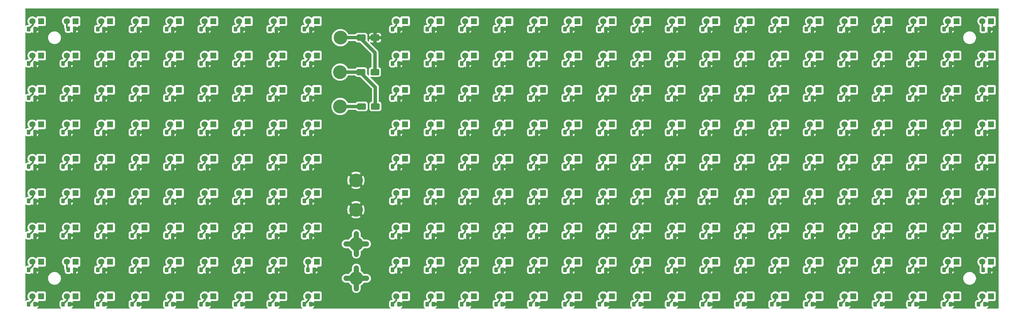
<source format=gbr>
%TF.GenerationSoftware,KiCad,Pcbnew,9.0.3*%
%TF.CreationDate,2025-07-14T16:51:54+02:00*%
%TF.ProjectId,9x9+9x18Module,3978392b-3978-4313-984d-6f64756c652e,rev?*%
%TF.SameCoordinates,Original*%
%TF.FileFunction,Copper,L2,Bot*%
%TF.FilePolarity,Positive*%
%FSLAX46Y46*%
G04 Gerber Fmt 4.6, Leading zero omitted, Abs format (unit mm)*
G04 Created by KiCad (PCBNEW 9.0.3) date 2025-07-14 16:51:54*
%MOMM*%
%LPD*%
G01*
G04 APERTURE LIST*
G04 Aperture macros list*
%AMRoundRect*
0 Rectangle with rounded corners*
0 $1 Rounding radius*
0 $2 $3 $4 $5 $6 $7 $8 $9 X,Y pos of 4 corners*
0 Add a 4 corners polygon primitive as box body*
4,1,4,$2,$3,$4,$5,$6,$7,$8,$9,$2,$3,0*
0 Add four circle primitives for the rounded corners*
1,1,$1+$1,$2,$3*
1,1,$1+$1,$4,$5*
1,1,$1+$1,$6,$7*
1,1,$1+$1,$8,$9*
0 Add four rect primitives between the rounded corners*
20,1,$1+$1,$2,$3,$4,$5,0*
20,1,$1+$1,$4,$5,$6,$7,0*
20,1,$1+$1,$6,$7,$8,$9,0*
20,1,$1+$1,$8,$9,$2,$3,0*%
G04 Aperture macros list end*
%TA.AperFunction,SMDPad,CuDef*%
%ADD10RoundRect,0.250000X0.262500X0.450000X-0.262500X0.450000X-0.262500X-0.450000X0.262500X-0.450000X0*%
%TD*%
%TA.AperFunction,ComponentPad*%
%ADD11R,1.800000X1.800000*%
%TD*%
%TA.AperFunction,ComponentPad*%
%ADD12C,1.800000*%
%TD*%
%TA.AperFunction,SMDPad,CuDef*%
%ADD13RoundRect,0.250000X1.000000X0.650000X-1.000000X0.650000X-1.000000X-0.650000X1.000000X-0.650000X0*%
%TD*%
%TA.AperFunction,SMDPad,CuDef*%
%ADD14C,4.000000*%
%TD*%
%TA.AperFunction,ViaPad*%
%ADD15C,0.700000*%
%TD*%
%TA.AperFunction,Conductor*%
%ADD16C,1.000000*%
%TD*%
%TA.AperFunction,Conductor*%
%ADD17C,1.500000*%
%TD*%
%TA.AperFunction,Conductor*%
%ADD18C,0.500000*%
%TD*%
G04 APERTURE END LIST*
D10*
%TO.P,R168,2*%
%TO.N,Net-(D171-A)*%
X263627500Y-63200000D03*
%TO.P,R168,1*%
%TO.N,+5V*%
X265452500Y-63200000D03*
%TD*%
D11*
%TO.P,D190,1,K*%
%TO.N,GND*%
X277240000Y-70900000D03*
D12*
%TO.P,D190,2,A*%
%TO.N,Net-(D190-A)*%
X274700000Y-70900000D03*
%TD*%
D11*
%TO.P,D181,1,K*%
%TO.N,GND*%
X187240000Y-70900000D03*
D12*
%TO.P,D181,2,A*%
%TO.N,Net-(D181-A)*%
X184700000Y-70900000D03*
%TD*%
D11*
%TO.P,D3,1,K*%
%TO.N,GND*%
X41640000Y-20900000D03*
D12*
%TO.P,D3,2,A*%
%TO.N,Net-(D3-A)*%
X39100000Y-20900000D03*
%TD*%
D11*
%TO.P,D209,1,K*%
%TO.N,GND*%
X287240000Y-80900000D03*
D12*
%TO.P,D209,2,A*%
%TO.N,Net-(D209-A)*%
X284700000Y-80900000D03*
%TD*%
D11*
%TO.P,D94,1,K*%
%TO.N,GND*%
X217240000Y-20900000D03*
D12*
%TO.P,D94,2,A*%
%TO.N,Net-(D94-A)*%
X214700000Y-20900000D03*
%TD*%
D11*
%TO.P,D73,1,K*%
%TO.N,GND*%
X21640000Y-100900000D03*
D12*
%TO.P,D73,2,A*%
%TO.N,Net-(D73-A)*%
X19100000Y-100900000D03*
%TD*%
D11*
%TO.P,D14,1,K*%
%TO.N,GND*%
X61640000Y-30900000D03*
D12*
%TO.P,D14,2,A*%
%TO.N,Net-(D14-A)*%
X59100000Y-30900000D03*
%TD*%
D11*
%TO.P,D72,1,K*%
%TO.N,GND*%
X101640000Y-90900000D03*
D12*
%TO.P,D72,2,A*%
%TO.N,Net-(D72-A)*%
X99100000Y-90900000D03*
%TD*%
D11*
%TO.P,D54,1,K*%
%TO.N,GND*%
X101640000Y-70900000D03*
D12*
%TO.P,D54,2,A*%
%TO.N,Net-(D54-A)*%
X99100000Y-70900000D03*
%TD*%
D11*
%TO.P,D53,1,K*%
%TO.N,GND*%
X91640000Y-70900000D03*
D12*
%TO.P,D53,2,A*%
%TO.N,Net-(D53-A)*%
X89100000Y-70900000D03*
%TD*%
D11*
%TO.P,D42,1,K*%
%TO.N,GND*%
X71640000Y-60900000D03*
D12*
%TO.P,D42,2,A*%
%TO.N,Net-(D42-A)*%
X69100000Y-60900000D03*
%TD*%
D11*
%TO.P,D172,1,K*%
%TO.N,GND*%
X277240000Y-60900000D03*
D12*
%TO.P,D172,2,A*%
%TO.N,Net-(D172-A)*%
X274700000Y-60900000D03*
%TD*%
D11*
%TO.P,D74,1,K*%
%TO.N,GND*%
X31640000Y-100900000D03*
D12*
%TO.P,D74,2,A*%
%TO.N,Net-(D74-A)*%
X29100000Y-100900000D03*
%TD*%
D11*
%TO.P,D200,1,K*%
%TO.N,GND*%
X197240000Y-80900000D03*
D12*
%TO.P,D200,2,A*%
%TO.N,Net-(D200-A)*%
X194700000Y-80900000D03*
%TD*%
D11*
%TO.P,D78,1,K*%
%TO.N,GND*%
X71640000Y-100900000D03*
D12*
%TO.P,D78,2,A*%
%TO.N,Net-(D78-A)*%
X69100000Y-100900000D03*
%TD*%
D11*
%TO.P,D212,1,K*%
%TO.N,GND*%
X137240000Y-90900000D03*
D12*
%TO.P,D212,2,A*%
%TO.N,Net-(D212-A)*%
X134700000Y-90900000D03*
%TD*%
D11*
%TO.P,D23,1,K*%
%TO.N,GND*%
X61640000Y-40900000D03*
D12*
%TO.P,D23,2,A*%
%TO.N,Net-(D23-A)*%
X59100000Y-40900000D03*
%TD*%
D11*
%TO.P,D213,1,K*%
%TO.N,GND*%
X147240000Y-90900000D03*
D12*
%TO.P,D213,2,A*%
%TO.N,Net-(D213-A)*%
X144700000Y-90900000D03*
%TD*%
D11*
%TO.P,D81,1,K*%
%TO.N,GND*%
X101640000Y-100900000D03*
D12*
%TO.P,D81,2,A*%
%TO.N,Net-(D81-A)*%
X99100000Y-100900000D03*
%TD*%
D11*
%TO.P,D179,1,K*%
%TO.N,GND*%
X167240000Y-70900000D03*
D12*
%TO.P,D179,2,A*%
%TO.N,Net-(D179-A)*%
X164700000Y-70900000D03*
%TD*%
D11*
%TO.P,D226,1,K*%
%TO.N,GND*%
X277240000Y-90900000D03*
D12*
%TO.P,D226,2,A*%
%TO.N,Net-(D226-A)*%
X274700000Y-90900000D03*
%TD*%
D11*
%TO.P,D87,1,K*%
%TO.N,GND*%
X147240000Y-20900000D03*
D12*
%TO.P,D87,2,A*%
%TO.N,Net-(D87-A)*%
X144700000Y-20900000D03*
%TD*%
D11*
%TO.P,D27,1,K*%
%TO.N,GND*%
X101640000Y-40900000D03*
D12*
%TO.P,D27,2,A*%
%TO.N,Net-(D27-A)*%
X99100000Y-40900000D03*
%TD*%
D11*
%TO.P,D126,1,K*%
%TO.N,GND*%
X177240000Y-40900000D03*
D12*
%TO.P,D126,2,A*%
%TO.N,Net-(D126-A)*%
X174700000Y-40900000D03*
%TD*%
D11*
%TO.P,D97,1,K*%
%TO.N,GND*%
X247240000Y-20900000D03*
D12*
%TO.P,D97,2,A*%
%TO.N,Net-(D97-A)*%
X244700000Y-20900000D03*
%TD*%
D11*
%TO.P,D168,1,K*%
%TO.N,GND*%
X237240000Y-60900000D03*
D12*
%TO.P,D168,2,A*%
%TO.N,Net-(D168-A)*%
X234700000Y-60900000D03*
%TD*%
D11*
%TO.P,D6,1,K*%
%TO.N,GND*%
X71640000Y-20900000D03*
D12*
%TO.P,D6,2,A*%
%TO.N,Net-(D6-A)*%
X69100000Y-20900000D03*
%TD*%
D11*
%TO.P,D37,1,K*%
%TO.N,GND*%
X21640000Y-60900000D03*
D12*
%TO.P,D37,2,A*%
%TO.N,Net-(D37-A)*%
X19100000Y-60900000D03*
%TD*%
D11*
%TO.P,D167,1,K*%
%TO.N,GND*%
X227240000Y-60900000D03*
D12*
%TO.P,D167,2,A*%
%TO.N,Net-(D167-A)*%
X224700000Y-60900000D03*
%TD*%
D11*
%TO.P,D147,1,K*%
%TO.N,GND*%
X207240000Y-50900000D03*
D12*
%TO.P,D147,2,A*%
%TO.N,Net-(D147-A)*%
X204700000Y-50900000D03*
%TD*%
D11*
%TO.P,D28,1,K*%
%TO.N,GND*%
X21640000Y-50900000D03*
D12*
%TO.P,D28,2,A*%
%TO.N,Net-(D28-A)*%
X19100000Y-50900000D03*
%TD*%
D11*
%TO.P,D121,1,K*%
%TO.N,GND*%
X127240000Y-40900000D03*
D12*
%TO.P,D121,2,A*%
%TO.N,Net-(D121-A)*%
X124700000Y-40900000D03*
%TD*%
D11*
%TO.P,D118,1,K*%
%TO.N,GND*%
X277240000Y-30900000D03*
D12*
%TO.P,D118,2,A*%
%TO.N,Net-(D118-A)*%
X274700000Y-30900000D03*
%TD*%
D11*
%TO.P,D111,1,K*%
%TO.N,GND*%
X207240000Y-30900000D03*
D12*
%TO.P,D111,2,A*%
%TO.N,Net-(D111-A)*%
X204700000Y-30900000D03*
%TD*%
D11*
%TO.P,D214,1,K*%
%TO.N,GND*%
X157240000Y-90900000D03*
D12*
%TO.P,D214,2,A*%
%TO.N,Net-(D214-A)*%
X154700000Y-90900000D03*
%TD*%
D11*
%TO.P,D67,1,K*%
%TO.N,GND*%
X51640000Y-90900000D03*
D12*
%TO.P,D67,2,A*%
%TO.N,Net-(D67-A)*%
X49100000Y-90900000D03*
%TD*%
D11*
%TO.P,D95,1,K*%
%TO.N,GND*%
X227240000Y-20900000D03*
D12*
%TO.P,D95,2,A*%
%TO.N,Net-(D95-A)*%
X224700000Y-20900000D03*
%TD*%
D11*
%TO.P,D123,1,K*%
%TO.N,GND*%
X147240000Y-40900000D03*
D12*
%TO.P,D123,2,A*%
%TO.N,Net-(D123-A)*%
X144700000Y-40900000D03*
%TD*%
D11*
%TO.P,D24,1,K*%
%TO.N,GND*%
X71640000Y-40900000D03*
D12*
%TO.P,D24,2,A*%
%TO.N,Net-(D24-A)*%
X69100000Y-40900000D03*
%TD*%
D11*
%TO.P,D224,1,K*%
%TO.N,GND*%
X257240000Y-90900000D03*
D12*
%TO.P,D224,2,A*%
%TO.N,Net-(D224-A)*%
X254700000Y-90900000D03*
%TD*%
D11*
%TO.P,D50,1,K*%
%TO.N,GND*%
X61640000Y-70900000D03*
D12*
%TO.P,D50,2,A*%
%TO.N,Net-(D50-A)*%
X59100000Y-70900000D03*
%TD*%
D11*
%TO.P,D210,1,K*%
%TO.N,GND*%
X297240000Y-80900000D03*
D12*
%TO.P,D210,2,A*%
%TO.N,Net-(D210-A)*%
X294700000Y-80900000D03*
%TD*%
D11*
%TO.P,D13,1,K*%
%TO.N,GND*%
X51640000Y-30900000D03*
D12*
%TO.P,D13,2,A*%
%TO.N,Net-(D13-A)*%
X49100000Y-30900000D03*
%TD*%
D11*
%TO.P,D222,1,K*%
%TO.N,GND*%
X237240000Y-90900000D03*
D12*
%TO.P,D222,2,A*%
%TO.N,Net-(D222-A)*%
X234700000Y-90900000D03*
%TD*%
D11*
%TO.P,D154,1,K*%
%TO.N,GND*%
X277240000Y-50900000D03*
D12*
%TO.P,D154,2,A*%
%TO.N,Net-(D154-A)*%
X274700000Y-50900000D03*
%TD*%
D11*
%TO.P,D156,1,K*%
%TO.N,GND*%
X297240000Y-50900000D03*
D12*
%TO.P,D156,2,A*%
%TO.N,Net-(D156-A)*%
X294700000Y-50900000D03*
%TD*%
D11*
%TO.P,D96,1,K*%
%TO.N,GND*%
X237240000Y-20900000D03*
D12*
%TO.P,D96,2,A*%
%TO.N,Net-(D96-A)*%
X234700000Y-20900000D03*
%TD*%
D11*
%TO.P,D164,1,K*%
%TO.N,GND*%
X197240000Y-60900000D03*
D12*
%TO.P,D164,2,A*%
%TO.N,Net-(D164-A)*%
X194700000Y-60900000D03*
%TD*%
D11*
%TO.P,D158,1,K*%
%TO.N,GND*%
X137240000Y-60900000D03*
D12*
%TO.P,D158,2,A*%
%TO.N,Net-(D158-A)*%
X134700000Y-60900000D03*
%TD*%
D11*
%TO.P,D66,1,K*%
%TO.N,GND*%
X41640000Y-90900000D03*
D12*
%TO.P,D66,2,A*%
%TO.N,Net-(D66-A)*%
X39100000Y-90900000D03*
%TD*%
D11*
%TO.P,D17,1,K*%
%TO.N,GND*%
X91640000Y-30900000D03*
D12*
%TO.P,D17,2,A*%
%TO.N,Net-(D17-A)*%
X89100000Y-30900000D03*
%TD*%
D11*
%TO.P,D26,1,K*%
%TO.N,GND*%
X91640000Y-40900000D03*
D12*
%TO.P,D26,2,A*%
%TO.N,Net-(D26-A)*%
X89100000Y-40900000D03*
%TD*%
D11*
%TO.P,D141,1,K*%
%TO.N,GND*%
X147240000Y-50900000D03*
D12*
%TO.P,D141,2,A*%
%TO.N,Net-(D141-A)*%
X144700000Y-50900000D03*
%TD*%
D11*
%TO.P,D208,1,K*%
%TO.N,GND*%
X277240000Y-80900000D03*
D12*
%TO.P,D208,2,A*%
%TO.N,Net-(D208-A)*%
X274700000Y-80900000D03*
%TD*%
D11*
%TO.P,D106,1,K*%
%TO.N,GND*%
X157240000Y-30900000D03*
D12*
%TO.P,D106,2,A*%
%TO.N,Net-(D106-A)*%
X154700000Y-30900000D03*
%TD*%
D11*
%TO.P,D41,1,K*%
%TO.N,GND*%
X61640000Y-60900000D03*
D12*
%TO.P,D41,2,A*%
%TO.N,Net-(D41-A)*%
X59100000Y-60900000D03*
%TD*%
D11*
%TO.P,D204,1,K*%
%TO.N,GND*%
X237240000Y-80900000D03*
D12*
%TO.P,D204,2,A*%
%TO.N,Net-(D204-A)*%
X234700000Y-80900000D03*
%TD*%
D11*
%TO.P,D9,1,K*%
%TO.N,GND*%
X101640000Y-20900000D03*
D12*
%TO.P,D9,2,A*%
%TO.N,Net-(D9-A)*%
X99100000Y-20900000D03*
%TD*%
D11*
%TO.P,D58,1,K*%
%TO.N,GND*%
X51640000Y-80900000D03*
D12*
%TO.P,D58,2,A*%
%TO.N,Net-(D58-A)*%
X49100000Y-80900000D03*
%TD*%
D11*
%TO.P,D235,1,K*%
%TO.N,GND*%
X187240000Y-100900000D03*
D12*
%TO.P,D235,2,A*%
%TO.N,Net-(D235-A)*%
X184700000Y-100900000D03*
%TD*%
D11*
%TO.P,D140,1,K*%
%TO.N,GND*%
X137240000Y-50900000D03*
D12*
%TO.P,D140,2,A*%
%TO.N,Net-(D140-A)*%
X134700000Y-50900000D03*
%TD*%
D11*
%TO.P,D101,1,K*%
%TO.N,GND*%
X287240000Y-20900000D03*
D12*
%TO.P,D101,2,A*%
%TO.N,Net-(D101-A)*%
X284700000Y-20900000D03*
%TD*%
D11*
%TO.P,D184,1,K*%
%TO.N,GND*%
X216690000Y-70900000D03*
D12*
%TO.P,D184,2,A*%
%TO.N,Net-(D184-A)*%
X214150000Y-70900000D03*
%TD*%
D11*
%TO.P,D71,1,K*%
%TO.N,GND*%
X91640000Y-90900000D03*
D12*
%TO.P,D71,2,A*%
%TO.N,Net-(D71-A)*%
X89100000Y-90900000D03*
%TD*%
D11*
%TO.P,D56,1,K*%
%TO.N,GND*%
X31640000Y-80900000D03*
D12*
%TO.P,D56,2,A*%
%TO.N,Net-(D56-A)*%
X29100000Y-80900000D03*
%TD*%
D11*
%TO.P,D76,1,K*%
%TO.N,GND*%
X51640000Y-100900000D03*
D12*
%TO.P,D76,2,A*%
%TO.N,Net-(D76-A)*%
X49100000Y-100900000D03*
%TD*%
D11*
%TO.P,D162,1,K*%
%TO.N,GND*%
X177240000Y-60900000D03*
D12*
%TO.P,D162,2,A*%
%TO.N,Net-(D162-A)*%
X174700000Y-60900000D03*
%TD*%
D11*
%TO.P,D132,1,K*%
%TO.N,GND*%
X237240000Y-40900000D03*
D12*
%TO.P,D132,2,A*%
%TO.N,Net-(D132-A)*%
X234700000Y-40900000D03*
%TD*%
D11*
%TO.P,D220,1,K*%
%TO.N,GND*%
X217240000Y-90900000D03*
D12*
%TO.P,D220,2,A*%
%TO.N,Net-(D220-A)*%
X214700000Y-90900000D03*
%TD*%
D11*
%TO.P,D99,1,K*%
%TO.N,GND*%
X267240000Y-20900000D03*
D12*
%TO.P,D99,2,A*%
%TO.N,Net-(D99-A)*%
X264700000Y-20900000D03*
%TD*%
D11*
%TO.P,D229,1,K*%
%TO.N,GND*%
X127240000Y-100900000D03*
D12*
%TO.P,D229,2,A*%
%TO.N,Net-(D229-A)*%
X124700000Y-100900000D03*
%TD*%
D11*
%TO.P,D104,1,K*%
%TO.N,GND*%
X137240000Y-30900000D03*
D12*
%TO.P,D104,2,A*%
%TO.N,Net-(D104-A)*%
X134700000Y-30900000D03*
%TD*%
D11*
%TO.P,D89,1,K*%
%TO.N,GND*%
X167240000Y-20900000D03*
D12*
%TO.P,D89,2,A*%
%TO.N,Net-(D89-A)*%
X164700000Y-20900000D03*
%TD*%
D11*
%TO.P,D185,1,K*%
%TO.N,GND*%
X227240000Y-70900000D03*
D12*
%TO.P,D185,2,A*%
%TO.N,Net-(D185-A)*%
X224700000Y-70900000D03*
%TD*%
D11*
%TO.P,D163,1,K*%
%TO.N,GND*%
X187240000Y-60900000D03*
D12*
%TO.P,D163,2,A*%
%TO.N,Net-(D163-A)*%
X184700000Y-60900000D03*
%TD*%
D11*
%TO.P,D233,1,K*%
%TO.N,GND*%
X167240000Y-100900000D03*
D12*
%TO.P,D233,2,A*%
%TO.N,Net-(D233-A)*%
X164700000Y-100900000D03*
%TD*%
D11*
%TO.P,D174,1,K*%
%TO.N,GND*%
X297240000Y-60900000D03*
D12*
%TO.P,D174,2,A*%
%TO.N,Net-(D174-A)*%
X294700000Y-60900000D03*
%TD*%
D11*
%TO.P,D145,1,K*%
%TO.N,GND*%
X187240000Y-50900000D03*
D12*
%TO.P,D145,2,A*%
%TO.N,Net-(D145-A)*%
X184700000Y-50900000D03*
%TD*%
D11*
%TO.P,D133,1,K*%
%TO.N,GND*%
X247240000Y-40900000D03*
D12*
%TO.P,D133,2,A*%
%TO.N,Net-(D133-A)*%
X244700000Y-40900000D03*
%TD*%
D11*
%TO.P,D225,1,K*%
%TO.N,GND*%
X267240000Y-90900000D03*
D12*
%TO.P,D225,2,A*%
%TO.N,Net-(D225-A)*%
X264700000Y-90900000D03*
%TD*%
D11*
%TO.P,D236,1,K*%
%TO.N,GND*%
X197240000Y-100900000D03*
D12*
%TO.P,D236,2,A*%
%TO.N,Net-(D236-A)*%
X194700000Y-100900000D03*
%TD*%
D11*
%TO.P,D102,1,K*%
%TO.N,GND*%
X297240000Y-20900000D03*
D12*
%TO.P,D102,2,A*%
%TO.N,Net-(D102-A)*%
X294700000Y-20900000D03*
%TD*%
D11*
%TO.P,D143,1,K*%
%TO.N,GND*%
X167240000Y-50900000D03*
D12*
%TO.P,D143,2,A*%
%TO.N,Net-(D143-A)*%
X164700000Y-50900000D03*
%TD*%
D11*
%TO.P,D45,1,K*%
%TO.N,GND*%
X101640000Y-60900000D03*
D12*
%TO.P,D45,2,A*%
%TO.N,Net-(D45-A)*%
X99100000Y-60900000D03*
%TD*%
D11*
%TO.P,D107,1,K*%
%TO.N,GND*%
X167240000Y-30900000D03*
D12*
%TO.P,D107,2,A*%
%TO.N,Net-(D107-A)*%
X164700000Y-30900000D03*
%TD*%
D11*
%TO.P,D231,1,K*%
%TO.N,GND*%
X147240000Y-100900000D03*
D12*
%TO.P,D231,2,A*%
%TO.N,Net-(D231-A)*%
X144700000Y-100900000D03*
%TD*%
D11*
%TO.P,D195,1,K*%
%TO.N,GND*%
X147240000Y-80900000D03*
D12*
%TO.P,D195,2,A*%
%TO.N,Net-(D195-A)*%
X144700000Y-80900000D03*
%TD*%
D11*
%TO.P,D18,1,K*%
%TO.N,GND*%
X101640000Y-30900000D03*
D12*
%TO.P,D18,2,A*%
%TO.N,Net-(D18-A)*%
X99100000Y-30900000D03*
%TD*%
D11*
%TO.P,D199,1,K*%
%TO.N,GND*%
X187240000Y-80900000D03*
D12*
%TO.P,D199,2,A*%
%TO.N,Net-(D199-A)*%
X184700000Y-80900000D03*
%TD*%
D11*
%TO.P,D4,1,K*%
%TO.N,GND*%
X51640000Y-20900000D03*
D12*
%TO.P,D4,2,A*%
%TO.N,Net-(D4-A)*%
X49100000Y-20900000D03*
%TD*%
D11*
%TO.P,D228,1,K*%
%TO.N,GND*%
X297240000Y-90900000D03*
D12*
%TO.P,D228,2,A*%
%TO.N,Net-(D228-A)*%
X294700000Y-90900000D03*
%TD*%
D11*
%TO.P,D20,1,K*%
%TO.N,GND*%
X31640000Y-40900000D03*
D12*
%TO.P,D20,2,A*%
%TO.N,Net-(D20-A)*%
X29100000Y-40900000D03*
%TD*%
D11*
%TO.P,D61,1,K*%
%TO.N,GND*%
X81640000Y-80900000D03*
D12*
%TO.P,D61,2,A*%
%TO.N,Net-(D61-A)*%
X79100000Y-80900000D03*
%TD*%
D11*
%TO.P,D32,1,K*%
%TO.N,GND*%
X61640000Y-50900000D03*
D12*
%TO.P,D32,2,A*%
%TO.N,Net-(D32-A)*%
X59100000Y-50900000D03*
%TD*%
D11*
%TO.P,D218,1,K*%
%TO.N,GND*%
X197240000Y-90900000D03*
D12*
%TO.P,D218,2,A*%
%TO.N,Net-(D218-A)*%
X194700000Y-90900000D03*
%TD*%
D11*
%TO.P,D242,1,K*%
%TO.N,GND*%
X257240000Y-100900000D03*
D12*
%TO.P,D242,2,A*%
%TO.N,Net-(D242-A)*%
X254700000Y-100900000D03*
%TD*%
D11*
%TO.P,D108,1,K*%
%TO.N,GND*%
X177240000Y-30900000D03*
D12*
%TO.P,D108,2,A*%
%TO.N,Net-(D108-A)*%
X174700000Y-30900000D03*
%TD*%
D11*
%TO.P,D43,1,K*%
%TO.N,GND*%
X81640000Y-60900000D03*
D12*
%TO.P,D43,2,A*%
%TO.N,Net-(D43-A)*%
X79100000Y-60900000D03*
%TD*%
D11*
%TO.P,D189,1,K*%
%TO.N,GND*%
X267240000Y-70900000D03*
D12*
%TO.P,D189,2,A*%
%TO.N,Net-(D189-A)*%
X264700000Y-70900000D03*
%TD*%
D11*
%TO.P,D201,1,K*%
%TO.N,GND*%
X207240000Y-80900000D03*
D12*
%TO.P,D201,2,A*%
%TO.N,Net-(D201-A)*%
X204700000Y-80900000D03*
%TD*%
D11*
%TO.P,D176,1,K*%
%TO.N,GND*%
X137240000Y-70900000D03*
D12*
%TO.P,D176,2,A*%
%TO.N,Net-(D176-A)*%
X134700000Y-70900000D03*
%TD*%
D11*
%TO.P,D130,1,K*%
%TO.N,GND*%
X217240000Y-40900000D03*
D12*
%TO.P,D130,2,A*%
%TO.N,Net-(D130-A)*%
X214700000Y-40900000D03*
%TD*%
D11*
%TO.P,D211,1,K*%
%TO.N,GND*%
X127240000Y-90900000D03*
D12*
%TO.P,D211,2,A*%
%TO.N,Net-(D211-A)*%
X124700000Y-90900000D03*
%TD*%
D11*
%TO.P,D205,1,K*%
%TO.N,GND*%
X247240000Y-80900000D03*
D12*
%TO.P,D205,2,A*%
%TO.N,Net-(D205-A)*%
X244700000Y-80900000D03*
%TD*%
D11*
%TO.P,D112,1,K*%
%TO.N,GND*%
X217240000Y-30900000D03*
D12*
%TO.P,D112,2,A*%
%TO.N,Net-(D112-A)*%
X214700000Y-30900000D03*
%TD*%
D11*
%TO.P,D138,1,K*%
%TO.N,GND*%
X297240000Y-40900000D03*
D12*
%TO.P,D138,2,A*%
%TO.N,Net-(D138-A)*%
X294700000Y-40900000D03*
%TD*%
D11*
%TO.P,D31,1,K*%
%TO.N,GND*%
X51640000Y-50900000D03*
D12*
%TO.P,D31,2,A*%
%TO.N,Net-(D31-A)*%
X49100000Y-50900000D03*
%TD*%
D11*
%TO.P,D166,1,K*%
%TO.N,GND*%
X217240000Y-60900000D03*
D12*
%TO.P,D166,2,A*%
%TO.N,Net-(D166-A)*%
X214700000Y-60900000D03*
%TD*%
D11*
%TO.P,D70,1,K*%
%TO.N,GND*%
X81640000Y-90900000D03*
D12*
%TO.P,D70,2,A*%
%TO.N,Net-(D70-A)*%
X79100000Y-90900000D03*
%TD*%
D11*
%TO.P,D202,1,K*%
%TO.N,GND*%
X217240000Y-80900000D03*
D12*
%TO.P,D202,2,A*%
%TO.N,Net-(D202-A)*%
X214700000Y-80900000D03*
%TD*%
D11*
%TO.P,D244,1,K*%
%TO.N,GND*%
X277240000Y-100900000D03*
D12*
%TO.P,D244,2,A*%
%TO.N,Net-(D244-A)*%
X274700000Y-100900000D03*
%TD*%
D11*
%TO.P,D223,1,K*%
%TO.N,GND*%
X247240000Y-90900000D03*
D12*
%TO.P,D223,2,A*%
%TO.N,Net-(D223-A)*%
X244700000Y-90900000D03*
%TD*%
D11*
%TO.P,D60,1,K*%
%TO.N,GND*%
X71640000Y-80900000D03*
D12*
%TO.P,D60,2,A*%
%TO.N,Net-(D60-A)*%
X69100000Y-80900000D03*
%TD*%
D11*
%TO.P,D48,1,K*%
%TO.N,GND*%
X41640000Y-70900000D03*
D12*
%TO.P,D48,2,A*%
%TO.N,Net-(D48-A)*%
X39100000Y-70900000D03*
%TD*%
D11*
%TO.P,D8,1,K*%
%TO.N,GND*%
X91640000Y-20900000D03*
D12*
%TO.P,D8,2,A*%
%TO.N,Net-(D8-A)*%
X89100000Y-20900000D03*
%TD*%
D11*
%TO.P,D2,1,K*%
%TO.N,GND*%
X31640000Y-20900000D03*
D12*
%TO.P,D2,2,A*%
%TO.N,Net-(D2-A)*%
X29100000Y-20900000D03*
%TD*%
D11*
%TO.P,D36,1,K*%
%TO.N,GND*%
X101640000Y-50900000D03*
D12*
%TO.P,D36,2,A*%
%TO.N,Net-(D36-A)*%
X99100000Y-50900000D03*
%TD*%
D11*
%TO.P,D69,1,K*%
%TO.N,GND*%
X71640000Y-90900000D03*
D12*
%TO.P,D69,2,A*%
%TO.N,Net-(D69-A)*%
X69100000Y-90900000D03*
%TD*%
D11*
%TO.P,D119,1,K*%
%TO.N,GND*%
X287240000Y-30900000D03*
D12*
%TO.P,D119,2,A*%
%TO.N,Net-(D119-A)*%
X284700000Y-30900000D03*
%TD*%
D11*
%TO.P,D146,1,K*%
%TO.N,GND*%
X197240000Y-50900000D03*
D12*
%TO.P,D146,2,A*%
%TO.N,Net-(D146-A)*%
X194700000Y-50900000D03*
%TD*%
D11*
%TO.P,D237,1,K*%
%TO.N,GND*%
X207240000Y-100900000D03*
D12*
%TO.P,D237,2,A*%
%TO.N,Net-(D237-A)*%
X204700000Y-100900000D03*
%TD*%
D11*
%TO.P,D219,1,K*%
%TO.N,GND*%
X207240000Y-90900000D03*
D12*
%TO.P,D219,2,A*%
%TO.N,Net-(D219-A)*%
X204700000Y-90900000D03*
%TD*%
D11*
%TO.P,D91,1,K*%
%TO.N,GND*%
X187240000Y-20900000D03*
D12*
%TO.P,D91,2,A*%
%TO.N,Net-(D91-A)*%
X184700000Y-20900000D03*
%TD*%
D11*
%TO.P,D15,1,K*%
%TO.N,GND*%
X71640000Y-30900000D03*
D12*
%TO.P,D15,2,A*%
%TO.N,Net-(D15-A)*%
X69100000Y-30900000D03*
%TD*%
D11*
%TO.P,D137,1,K*%
%TO.N,GND*%
X287240000Y-40900000D03*
D12*
%TO.P,D137,2,A*%
%TO.N,Net-(D137-A)*%
X284700000Y-40900000D03*
%TD*%
D11*
%TO.P,D142,1,K*%
%TO.N,GND*%
X157240000Y-50900000D03*
D12*
%TO.P,D142,2,A*%
%TO.N,Net-(D142-A)*%
X154700000Y-50900000D03*
%TD*%
D11*
%TO.P,D230,1,K*%
%TO.N,GND*%
X137240000Y-100900000D03*
D12*
%TO.P,D230,2,A*%
%TO.N,Net-(D230-A)*%
X134700000Y-100900000D03*
%TD*%
D11*
%TO.P,D170,1,K*%
%TO.N,GND*%
X257240000Y-60900000D03*
D12*
%TO.P,D170,2,A*%
%TO.N,Net-(D170-A)*%
X254700000Y-60900000D03*
%TD*%
D11*
%TO.P,D12,1,K*%
%TO.N,GND*%
X41640000Y-30900000D03*
D12*
%TO.P,D12,2,A*%
%TO.N,Net-(D12-A)*%
X39100000Y-30900000D03*
%TD*%
D11*
%TO.P,D127,1,K*%
%TO.N,GND*%
X187240000Y-40900000D03*
D12*
%TO.P,D127,2,A*%
%TO.N,Net-(D127-A)*%
X184700000Y-40900000D03*
%TD*%
D11*
%TO.P,D165,1,K*%
%TO.N,GND*%
X207240000Y-60900000D03*
D12*
%TO.P,D165,2,A*%
%TO.N,Net-(D165-A)*%
X204700000Y-60900000D03*
%TD*%
D11*
%TO.P,D105,1,K*%
%TO.N,GND*%
X147240000Y-30900000D03*
D12*
%TO.P,D105,2,A*%
%TO.N,Net-(D105-A)*%
X144700000Y-30900000D03*
%TD*%
D11*
%TO.P,D177,1,K*%
%TO.N,GND*%
X147240000Y-70900000D03*
D12*
%TO.P,D177,2,A*%
%TO.N,Net-(D177-A)*%
X144700000Y-70900000D03*
%TD*%
D11*
%TO.P,D49,1,K*%
%TO.N,GND*%
X51640000Y-70900000D03*
D12*
%TO.P,D49,2,A*%
%TO.N,Net-(D49-A)*%
X49100000Y-70900000D03*
%TD*%
D11*
%TO.P,D80,1,K*%
%TO.N,GND*%
X91640000Y-100900000D03*
D12*
%TO.P,D80,2,A*%
%TO.N,Net-(D80-A)*%
X89100000Y-100900000D03*
%TD*%
D11*
%TO.P,D186,1,K*%
%TO.N,GND*%
X237240000Y-70900000D03*
D12*
%TO.P,D186,2,A*%
%TO.N,Net-(D186-A)*%
X234700000Y-70900000D03*
%TD*%
D11*
%TO.P,D207,1,K*%
%TO.N,GND*%
X267240000Y-80900000D03*
D12*
%TO.P,D207,2,A*%
%TO.N,Net-(D207-A)*%
X264700000Y-80900000D03*
%TD*%
D11*
%TO.P,D241,1,K*%
%TO.N,GND*%
X247240000Y-100900000D03*
D12*
%TO.P,D241,2,A*%
%TO.N,Net-(D241-A)*%
X244700000Y-100900000D03*
%TD*%
D11*
%TO.P,D59,1,K*%
%TO.N,GND*%
X61640000Y-80900000D03*
D12*
%TO.P,D59,2,A*%
%TO.N,Net-(D59-A)*%
X59100000Y-80900000D03*
%TD*%
D11*
%TO.P,D5,1,K*%
%TO.N,GND*%
X61640000Y-20900000D03*
D12*
%TO.P,D5,2,A*%
%TO.N,Net-(D5-A)*%
X59100000Y-20900000D03*
%TD*%
D11*
%TO.P,D35,1,K*%
%TO.N,GND*%
X91640000Y-50900000D03*
D12*
%TO.P,D35,2,A*%
%TO.N,Net-(D35-A)*%
X89100000Y-50900000D03*
%TD*%
D11*
%TO.P,D98,1,K*%
%TO.N,GND*%
X257240000Y-20900000D03*
D12*
%TO.P,D98,2,A*%
%TO.N,Net-(D98-A)*%
X254700000Y-20900000D03*
%TD*%
D11*
%TO.P,D151,1,K*%
%TO.N,GND*%
X247240000Y-50900000D03*
D12*
%TO.P,D151,2,A*%
%TO.N,Net-(D151-A)*%
X244700000Y-50900000D03*
%TD*%
D11*
%TO.P,D155,1,K*%
%TO.N,GND*%
X287240000Y-50900000D03*
D12*
%TO.P,D155,2,A*%
%TO.N,Net-(D155-A)*%
X284700000Y-50900000D03*
%TD*%
D11*
%TO.P,D206,1,K*%
%TO.N,GND*%
X257240000Y-80900000D03*
D12*
%TO.P,D206,2,A*%
%TO.N,Net-(D206-A)*%
X254700000Y-80900000D03*
%TD*%
D11*
%TO.P,D64,1,K*%
%TO.N,GND*%
X21640000Y-90900000D03*
D12*
%TO.P,D64,2,A*%
%TO.N,Net-(D64-A)*%
X19100000Y-90900000D03*
%TD*%
D11*
%TO.P,D115,1,K*%
%TO.N,GND*%
X247240000Y-30900000D03*
D12*
%TO.P,D115,2,A*%
%TO.N,Net-(D115-A)*%
X244700000Y-30900000D03*
%TD*%
D11*
%TO.P,D178,1,K*%
%TO.N,GND*%
X157240000Y-70900000D03*
D12*
%TO.P,D178,2,A*%
%TO.N,Net-(D178-A)*%
X154700000Y-70900000D03*
%TD*%
D11*
%TO.P,D33,1,K*%
%TO.N,GND*%
X71640000Y-50900000D03*
D12*
%TO.P,D33,2,A*%
%TO.N,Net-(D33-A)*%
X69100000Y-50900000D03*
%TD*%
D11*
%TO.P,D152,1,K*%
%TO.N,GND*%
X257240000Y-50900000D03*
D12*
%TO.P,D152,2,A*%
%TO.N,Net-(D152-A)*%
X254700000Y-50900000D03*
%TD*%
D11*
%TO.P,D193,1,K*%
%TO.N,GND*%
X127240000Y-80900000D03*
D12*
%TO.P,D193,2,A*%
%TO.N,Net-(D193-A)*%
X124700000Y-80900000D03*
%TD*%
D11*
%TO.P,D144,1,K*%
%TO.N,GND*%
X177240000Y-50900000D03*
D12*
%TO.P,D144,2,A*%
%TO.N,Net-(D144-A)*%
X174700000Y-50900000D03*
%TD*%
D11*
%TO.P,D216,1,K*%
%TO.N,GND*%
X177240000Y-90900000D03*
D12*
%TO.P,D216,2,A*%
%TO.N,Net-(D216-A)*%
X174700000Y-90900000D03*
%TD*%
D11*
%TO.P,D188,1,K*%
%TO.N,GND*%
X257240000Y-70900000D03*
D12*
%TO.P,D188,2,A*%
%TO.N,Net-(D188-A)*%
X254700000Y-70900000D03*
%TD*%
D11*
%TO.P,D16,1,K*%
%TO.N,GND*%
X81640000Y-30900000D03*
D12*
%TO.P,D16,2,A*%
%TO.N,Net-(D16-A)*%
X79100000Y-30900000D03*
%TD*%
D11*
%TO.P,D243,1,K*%
%TO.N,GND*%
X267240000Y-100900000D03*
D12*
%TO.P,D243,2,A*%
%TO.N,Net-(D243-A)*%
X264700000Y-100900000D03*
%TD*%
D11*
%TO.P,D129,1,K*%
%TO.N,GND*%
X207240000Y-40900000D03*
D12*
%TO.P,D129,2,A*%
%TO.N,Net-(D129-A)*%
X204700000Y-40900000D03*
%TD*%
D11*
%TO.P,D52,1,K*%
%TO.N,GND*%
X81640000Y-70900000D03*
D12*
%TO.P,D52,2,A*%
%TO.N,Net-(D52-A)*%
X79100000Y-70900000D03*
%TD*%
D11*
%TO.P,D240,1,K*%
%TO.N,GND*%
X237240000Y-100900000D03*
D12*
%TO.P,D240,2,A*%
%TO.N,Net-(D240-A)*%
X234700000Y-100900000D03*
%TD*%
D11*
%TO.P,D30,1,K*%
%TO.N,GND*%
X41640000Y-50900000D03*
D12*
%TO.P,D30,2,A*%
%TO.N,Net-(D30-A)*%
X39100000Y-50900000D03*
%TD*%
D11*
%TO.P,D136,1,K*%
%TO.N,GND*%
X277240000Y-40900000D03*
D12*
%TO.P,D136,2,A*%
%TO.N,Net-(D136-A)*%
X274700000Y-40900000D03*
%TD*%
D11*
%TO.P,D238,1,K*%
%TO.N,GND*%
X217240000Y-100900000D03*
D12*
%TO.P,D238,2,A*%
%TO.N,Net-(D238-A)*%
X214700000Y-100900000D03*
%TD*%
D11*
%TO.P,D103,1,K*%
%TO.N,GND*%
X127240000Y-30900000D03*
D12*
%TO.P,D103,2,A*%
%TO.N,Net-(D103-A)*%
X124700000Y-30900000D03*
%TD*%
D11*
%TO.P,D22,1,K*%
%TO.N,GND*%
X51640000Y-40900000D03*
D12*
%TO.P,D22,2,A*%
%TO.N,Net-(D22-A)*%
X49100000Y-40900000D03*
%TD*%
D11*
%TO.P,D173,1,K*%
%TO.N,GND*%
X287240000Y-60900000D03*
D12*
%TO.P,D173,2,A*%
%TO.N,Net-(D173-A)*%
X284700000Y-60900000D03*
%TD*%
D11*
%TO.P,D77,1,K*%
%TO.N,GND*%
X61640000Y-100900000D03*
D12*
%TO.P,D77,2,A*%
%TO.N,Net-(D77-A)*%
X59100000Y-100900000D03*
%TD*%
D11*
%TO.P,D65,1,K*%
%TO.N,GND*%
X31640000Y-90900000D03*
D12*
%TO.P,D65,2,A*%
%TO.N,Net-(D65-A)*%
X29100000Y-90900000D03*
%TD*%
D11*
%TO.P,D134,1,K*%
%TO.N,GND*%
X257240000Y-40900000D03*
D12*
%TO.P,D134,2,A*%
%TO.N,Net-(D134-A)*%
X254700000Y-40900000D03*
%TD*%
D11*
%TO.P,D217,1,K*%
%TO.N,GND*%
X187240000Y-90900000D03*
D12*
%TO.P,D217,2,A*%
%TO.N,Net-(D217-A)*%
X184700000Y-90900000D03*
%TD*%
D11*
%TO.P,D117,1,K*%
%TO.N,GND*%
X267240000Y-30900000D03*
D12*
%TO.P,D117,2,A*%
%TO.N,Net-(D117-A)*%
X264700000Y-30900000D03*
%TD*%
D11*
%TO.P,D182,1,K*%
%TO.N,GND*%
X197240000Y-70900000D03*
D12*
%TO.P,D182,2,A*%
%TO.N,Net-(D182-A)*%
X194700000Y-70900000D03*
%TD*%
D11*
%TO.P,D100,1,K*%
%TO.N,GND*%
X277240000Y-20900000D03*
D12*
%TO.P,D100,2,A*%
%TO.N,Net-(D100-A)*%
X274700000Y-20900000D03*
%TD*%
D11*
%TO.P,D7,1,K*%
%TO.N,GND*%
X81640000Y-20900000D03*
D12*
%TO.P,D7,2,A*%
%TO.N,Net-(D7-A)*%
X79100000Y-20900000D03*
%TD*%
D11*
%TO.P,D221,1,K*%
%TO.N,GND*%
X227240000Y-90900000D03*
D12*
%TO.P,D221,2,A*%
%TO.N,Net-(D221-A)*%
X224700000Y-90900000D03*
%TD*%
D11*
%TO.P,D62,1,K*%
%TO.N,GND*%
X91640000Y-80900000D03*
D12*
%TO.P,D62,2,A*%
%TO.N,Net-(D62-A)*%
X89100000Y-80900000D03*
%TD*%
D11*
%TO.P,D25,1,K*%
%TO.N,GND*%
X81640000Y-40900000D03*
D12*
%TO.P,D25,2,A*%
%TO.N,Net-(D25-A)*%
X79100000Y-40900000D03*
%TD*%
D11*
%TO.P,D47,1,K*%
%TO.N,GND*%
X31640000Y-70900000D03*
D12*
%TO.P,D47,2,A*%
%TO.N,Net-(D47-A)*%
X29100000Y-70900000D03*
%TD*%
D11*
%TO.P,D197,1,K*%
%TO.N,GND*%
X167240000Y-80900000D03*
D12*
%TO.P,D197,2,A*%
%TO.N,Net-(D197-A)*%
X164700000Y-80900000D03*
%TD*%
D11*
%TO.P,D175,1,K*%
%TO.N,GND*%
X127240000Y-70900000D03*
D12*
%TO.P,D175,2,A*%
%TO.N,Net-(D175-A)*%
X124700000Y-70900000D03*
%TD*%
D11*
%TO.P,D183,1,K*%
%TO.N,GND*%
X207240000Y-70900000D03*
D12*
%TO.P,D183,2,A*%
%TO.N,Net-(D183-A)*%
X204700000Y-70900000D03*
%TD*%
D11*
%TO.P,D227,1,K*%
%TO.N,GND*%
X287240000Y-90900000D03*
D12*
%TO.P,D227,2,A*%
%TO.N,Net-(D227-A)*%
X284700000Y-90900000D03*
%TD*%
D11*
%TO.P,D55,1,K*%
%TO.N,GND*%
X21640000Y-80900000D03*
D12*
%TO.P,D55,2,A*%
%TO.N,Net-(D55-A)*%
X19100000Y-80900000D03*
%TD*%
D11*
%TO.P,D191,1,K*%
%TO.N,GND*%
X287240000Y-70900000D03*
D12*
%TO.P,D191,2,A*%
%TO.N,Net-(D191-A)*%
X284700000Y-70900000D03*
%TD*%
D11*
%TO.P,D246,1,K*%
%TO.N,GND*%
X297240000Y-100900000D03*
D12*
%TO.P,D246,2,A*%
%TO.N,Net-(D246-A)*%
X294700000Y-100900000D03*
%TD*%
D11*
%TO.P,D169,1,K*%
%TO.N,GND*%
X247240000Y-60900000D03*
D12*
%TO.P,D169,2,A*%
%TO.N,Net-(D169-A)*%
X244700000Y-60900000D03*
%TD*%
D11*
%TO.P,D116,1,K*%
%TO.N,GND*%
X257240000Y-30900000D03*
D12*
%TO.P,D116,2,A*%
%TO.N,Net-(D116-A)*%
X254700000Y-30900000D03*
%TD*%
D11*
%TO.P,D239,1,K*%
%TO.N,GND*%
X227240000Y-100900000D03*
D12*
%TO.P,D239,2,A*%
%TO.N,Net-(D239-A)*%
X224700000Y-100900000D03*
%TD*%
D11*
%TO.P,D11,1,K*%
%TO.N,GND*%
X31640000Y-30900000D03*
D12*
%TO.P,D11,2,A*%
%TO.N,Net-(D11-A)*%
X29100000Y-30900000D03*
%TD*%
D11*
%TO.P,D150,1,K*%
%TO.N,GND*%
X237240000Y-50900000D03*
D12*
%TO.P,D150,2,A*%
%TO.N,Net-(D150-A)*%
X234700000Y-50900000D03*
%TD*%
D11*
%TO.P,D39,1,K*%
%TO.N,GND*%
X41640000Y-60900000D03*
D12*
%TO.P,D39,2,A*%
%TO.N,Net-(D39-A)*%
X39100000Y-60900000D03*
%TD*%
D11*
%TO.P,D10,1,K*%
%TO.N,GND*%
X21640000Y-30900000D03*
D12*
%TO.P,D10,2,A*%
%TO.N,Net-(D10-A)*%
X19100000Y-30900000D03*
%TD*%
D11*
%TO.P,D203,1,K*%
%TO.N,GND*%
X227240000Y-80900000D03*
D12*
%TO.P,D203,2,A*%
%TO.N,Net-(D203-A)*%
X224700000Y-80900000D03*
%TD*%
D11*
%TO.P,D157,1,K*%
%TO.N,GND*%
X127240000Y-60900000D03*
D12*
%TO.P,D157,2,A*%
%TO.N,Net-(D157-A)*%
X124700000Y-60900000D03*
%TD*%
D11*
%TO.P,D88,1,K*%
%TO.N,GND*%
X157240000Y-20900000D03*
D12*
%TO.P,D88,2,A*%
%TO.N,Net-(D88-A)*%
X154700000Y-20900000D03*
%TD*%
D11*
%TO.P,D122,1,K*%
%TO.N,GND*%
X137240000Y-40900000D03*
D12*
%TO.P,D122,2,A*%
%TO.N,Net-(D122-A)*%
X134700000Y-40900000D03*
%TD*%
D11*
%TO.P,D180,1,K*%
%TO.N,GND*%
X177240000Y-70900000D03*
D12*
%TO.P,D180,2,A*%
%TO.N,Net-(D180-A)*%
X174700000Y-70900000D03*
%TD*%
D11*
%TO.P,D135,1,K*%
%TO.N,GND*%
X267240000Y-40900000D03*
D12*
%TO.P,D135,2,A*%
%TO.N,Net-(D135-A)*%
X264700000Y-40900000D03*
%TD*%
D11*
%TO.P,D109,1,K*%
%TO.N,GND*%
X187240000Y-30900000D03*
D12*
%TO.P,D109,2,A*%
%TO.N,Net-(D109-A)*%
X184700000Y-30900000D03*
%TD*%
D11*
%TO.P,D51,1,K*%
%TO.N,GND*%
X71640000Y-70900000D03*
D12*
%TO.P,D51,2,A*%
%TO.N,Net-(D51-A)*%
X69100000Y-70900000D03*
%TD*%
D11*
%TO.P,D192,1,K*%
%TO.N,GND*%
X297240000Y-70900000D03*
D12*
%TO.P,D192,2,A*%
%TO.N,Net-(D192-A)*%
X294700000Y-70900000D03*
%TD*%
D11*
%TO.P,D110,1,K*%
%TO.N,GND*%
X197240000Y-30900000D03*
D12*
%TO.P,D110,2,A*%
%TO.N,Net-(D110-A)*%
X194700000Y-30900000D03*
%TD*%
D11*
%TO.P,D38,1,K*%
%TO.N,GND*%
X31640000Y-60900000D03*
D12*
%TO.P,D38,2,A*%
%TO.N,Net-(D38-A)*%
X29100000Y-60900000D03*
%TD*%
D11*
%TO.P,D171,1,K*%
%TO.N,GND*%
X267240000Y-60900000D03*
D12*
%TO.P,D171,2,A*%
%TO.N,Net-(D171-A)*%
X264700000Y-60900000D03*
%TD*%
D11*
%TO.P,D46,1,K*%
%TO.N,GND*%
X21640000Y-70900000D03*
D12*
%TO.P,D46,2,A*%
%TO.N,Net-(D46-A)*%
X19100000Y-70900000D03*
%TD*%
D11*
%TO.P,D63,1,K*%
%TO.N,GND*%
X101640000Y-80900000D03*
D12*
%TO.P,D63,2,A*%
%TO.N,Net-(D63-A)*%
X99100000Y-80900000D03*
%TD*%
D11*
%TO.P,D44,1,K*%
%TO.N,GND*%
X91640000Y-60900000D03*
D12*
%TO.P,D44,2,A*%
%TO.N,Net-(D44-A)*%
X89100000Y-60900000D03*
%TD*%
D11*
%TO.P,D196,1,K*%
%TO.N,GND*%
X157240000Y-80900000D03*
D12*
%TO.P,D196,2,A*%
%TO.N,Net-(D196-A)*%
X154700000Y-80900000D03*
%TD*%
D11*
%TO.P,D93,1,K*%
%TO.N,GND*%
X207240000Y-20900000D03*
D12*
%TO.P,D93,2,A*%
%TO.N,Net-(D93-A)*%
X204700000Y-20900000D03*
%TD*%
D11*
%TO.P,D194,1,K*%
%TO.N,GND*%
X137240000Y-80900000D03*
D12*
%TO.P,D194,2,A*%
%TO.N,Net-(D194-A)*%
X134700000Y-80900000D03*
%TD*%
D11*
%TO.P,D161,1,K*%
%TO.N,GND*%
X167240000Y-60900000D03*
D12*
%TO.P,D161,2,A*%
%TO.N,Net-(D161-A)*%
X164700000Y-60900000D03*
%TD*%
D11*
%TO.P,D148,1,K*%
%TO.N,GND*%
X217240000Y-50900000D03*
D12*
%TO.P,D148,2,A*%
%TO.N,Net-(D148-A)*%
X214700000Y-50900000D03*
%TD*%
D11*
%TO.P,D40,1,K*%
%TO.N,GND*%
X51640000Y-60900000D03*
D12*
%TO.P,D40,2,A*%
%TO.N,Net-(D40-A)*%
X49100000Y-60900000D03*
%TD*%
D11*
%TO.P,D232,1,K*%
%TO.N,GND*%
X157240000Y-100900000D03*
D12*
%TO.P,D232,2,A*%
%TO.N,Net-(D232-A)*%
X154700000Y-100900000D03*
%TD*%
D11*
%TO.P,D79,1,K*%
%TO.N,GND*%
X81640000Y-100900000D03*
D12*
%TO.P,D79,2,A*%
%TO.N,Net-(D79-A)*%
X79100000Y-100900000D03*
%TD*%
D11*
%TO.P,D160,1,K*%
%TO.N,GND*%
X157240000Y-60900000D03*
D12*
%TO.P,D160,2,A*%
%TO.N,Net-(D160-A)*%
X154700000Y-60900000D03*
%TD*%
D11*
%TO.P,D92,1,K*%
%TO.N,GND*%
X197240000Y-20900000D03*
D12*
%TO.P,D92,2,A*%
%TO.N,Net-(D92-A)*%
X194700000Y-20900000D03*
%TD*%
D11*
%TO.P,D21,1,K*%
%TO.N,GND*%
X41640000Y-40900000D03*
D12*
%TO.P,D21,2,A*%
%TO.N,Net-(D21-A)*%
X39100000Y-40900000D03*
%TD*%
D11*
%TO.P,D125,1,K*%
%TO.N,GND*%
X167240000Y-40900000D03*
D12*
%TO.P,D125,2,A*%
%TO.N,Net-(D125-A)*%
X164700000Y-40900000D03*
%TD*%
D11*
%TO.P,D113,1,K*%
%TO.N,GND*%
X227240000Y-30900000D03*
D12*
%TO.P,D113,2,A*%
%TO.N,Net-(D113-A)*%
X224700000Y-30900000D03*
%TD*%
D11*
%TO.P,D75,1,K*%
%TO.N,GND*%
X41640000Y-100900000D03*
D12*
%TO.P,D75,2,A*%
%TO.N,Net-(D75-A)*%
X39100000Y-100900000D03*
%TD*%
D11*
%TO.P,D128,1,K*%
%TO.N,GND*%
X197240000Y-40900000D03*
D12*
%TO.P,D128,2,A*%
%TO.N,Net-(D128-A)*%
X194700000Y-40900000D03*
%TD*%
D11*
%TO.P,D85,1,K*%
%TO.N,GND*%
X127240000Y-20900000D03*
D12*
%TO.P,D85,2,A*%
%TO.N,Net-(D85-A)*%
X124700000Y-20900000D03*
%TD*%
D11*
%TO.P,D139,1,K*%
%TO.N,GND*%
X127240000Y-50900000D03*
D12*
%TO.P,D139,2,A*%
%TO.N,Net-(D139-A)*%
X124700000Y-50900000D03*
%TD*%
D11*
%TO.P,D34,1,K*%
%TO.N,GND*%
X81640000Y-50900000D03*
D12*
%TO.P,D34,2,A*%
%TO.N,Net-(D34-A)*%
X79100000Y-50900000D03*
%TD*%
D11*
%TO.P,D19,1,K*%
%TO.N,GND*%
X21640000Y-40900000D03*
D12*
%TO.P,D19,2,A*%
%TO.N,Net-(D19-A)*%
X19100000Y-40900000D03*
%TD*%
D11*
%TO.P,D149,1,K*%
%TO.N,GND*%
X227240000Y-50900000D03*
D12*
%TO.P,D149,2,A*%
%TO.N,Net-(D149-A)*%
X224700000Y-50900000D03*
%TD*%
D11*
%TO.P,D234,1,K*%
%TO.N,GND*%
X177240000Y-100900000D03*
D12*
%TO.P,D234,2,A*%
%TO.N,Net-(D234-A)*%
X174700000Y-100900000D03*
%TD*%
D11*
%TO.P,D68,1,K*%
%TO.N,GND*%
X61640000Y-90900000D03*
D12*
%TO.P,D68,2,A*%
%TO.N,Net-(D68-A)*%
X59100000Y-90900000D03*
%TD*%
D11*
%TO.P,D131,1,K*%
%TO.N,GND*%
X227240000Y-40900000D03*
D12*
%TO.P,D131,2,A*%
%TO.N,Net-(D131-A)*%
X224700000Y-40900000D03*
%TD*%
D11*
%TO.P,D215,1,K*%
%TO.N,GND*%
X167240000Y-90900000D03*
D12*
%TO.P,D215,2,A*%
%TO.N,Net-(D215-A)*%
X164700000Y-90900000D03*
%TD*%
D11*
%TO.P,D29,1,K*%
%TO.N,GND*%
X31640000Y-50900000D03*
D12*
%TO.P,D29,2,A*%
%TO.N,Net-(D29-A)*%
X29100000Y-50900000D03*
%TD*%
D11*
%TO.P,D120,1,K*%
%TO.N,GND*%
X297240000Y-30900000D03*
D12*
%TO.P,D120,2,A*%
%TO.N,Net-(D120-A)*%
X294700000Y-30900000D03*
%TD*%
D11*
%TO.P,D86,1,K*%
%TO.N,GND*%
X137240000Y-20900000D03*
D12*
%TO.P,D86,2,A*%
%TO.N,Net-(D86-A)*%
X134700000Y-20900000D03*
%TD*%
D11*
%TO.P,D124,1,K*%
%TO.N,GND*%
X157240000Y-40900000D03*
D12*
%TO.P,D124,2,A*%
%TO.N,Net-(D124-A)*%
X154700000Y-40900000D03*
%TD*%
D11*
%TO.P,D1,1,K*%
%TO.N,GND*%
X21640000Y-20900000D03*
D12*
%TO.P,D1,2,A*%
%TO.N,Net-(D1-A)*%
X19100000Y-20900000D03*
%TD*%
D11*
%TO.P,D90,1,K*%
%TO.N,GND*%
X177240000Y-20900000D03*
D12*
%TO.P,D90,2,A*%
%TO.N,Net-(D90-A)*%
X174700000Y-20900000D03*
%TD*%
D11*
%TO.P,D245,1,K*%
%TO.N,GND*%
X287240000Y-100900000D03*
D12*
%TO.P,D245,2,A*%
%TO.N,Net-(D245-A)*%
X284700000Y-100900000D03*
%TD*%
D11*
%TO.P,D114,1,K*%
%TO.N,GND*%
X237240000Y-30900000D03*
D12*
%TO.P,D114,2,A*%
%TO.N,Net-(D114-A)*%
X234700000Y-30900000D03*
%TD*%
D11*
%TO.P,D153,1,K*%
%TO.N,GND*%
X267240000Y-50900000D03*
D12*
%TO.P,D153,2,A*%
%TO.N,Net-(D153-A)*%
X264700000Y-50900000D03*
%TD*%
D11*
%TO.P,D57,1,K*%
%TO.N,GND*%
X41640000Y-80900000D03*
D12*
%TO.P,D57,2,A*%
%TO.N,Net-(D57-A)*%
X39100000Y-80900000D03*
%TD*%
D11*
%TO.P,D198,1,K*%
%TO.N,GND*%
X177240000Y-80900000D03*
D12*
%TO.P,D198,2,A*%
%TO.N,Net-(D198-A)*%
X174700000Y-80900000D03*
%TD*%
D11*
%TO.P,D187,1,K*%
%TO.N,GND*%
X247240000Y-70900000D03*
D12*
%TO.P,D187,2,A*%
%TO.N,Net-(D187-A)*%
X244700000Y-70900000D03*
%TD*%
D11*
%TO.P,D159,1,K*%
%TO.N,GND*%
X147240000Y-60900000D03*
D12*
%TO.P,D159,2,A*%
%TO.N,Net-(D159-A)*%
X144700000Y-60900000D03*
%TD*%
D13*
%TO.P,D82,1,K*%
%TO.N,Net-(D82-K)*%
X118640000Y-45700000D03*
%TO.P,D82,2,A*%
%TO.N,Net-(D82-A)*%
X114640000Y-45700000D03*
%TD*%
D10*
%TO.P,R30,1*%
%TO.N,+5V*%
X39865000Y-53200000D03*
%TO.P,R30,2*%
%TO.N,Net-(D30-A)*%
X38040000Y-53200000D03*
%TD*%
%TO.P,R138,1*%
%TO.N,+5V*%
X145452500Y-53200000D03*
%TO.P,R138,2*%
%TO.N,Net-(D141-A)*%
X143627500Y-53200000D03*
%TD*%
%TO.P,R98,1*%
%TO.N,+5V*%
X285452500Y-23200000D03*
%TO.P,R98,2*%
%TO.N,Net-(D101-A)*%
X283627500Y-23200000D03*
%TD*%
%TO.P,R222,1*%
%TO.N,+5V*%
X265452500Y-93200000D03*
%TO.P,R222,2*%
%TO.N,Net-(D225-A)*%
X263627500Y-93200000D03*
%TD*%
%TO.P,R106,1*%
%TO.N,+5V*%
X185452500Y-33200000D03*
%TO.P,R106,2*%
%TO.N,Net-(D109-A)*%
X183627500Y-33200000D03*
%TD*%
%TO.P,R198,1*%
%TO.N,+5V*%
X205452500Y-83200000D03*
%TO.P,R198,2*%
%TO.N,Net-(D201-A)*%
X203627500Y-83200000D03*
%TD*%
%TO.P,R217,1*%
%TO.N,+5V*%
X215452500Y-93200000D03*
%TO.P,R217,2*%
%TO.N,Net-(D220-A)*%
X213627500Y-93200000D03*
%TD*%
%TO.P,R72,1*%
%TO.N,+5V*%
X100865000Y-93200000D03*
%TO.P,R72,2*%
%TO.N,Net-(D72-A)*%
X99040000Y-93200000D03*
%TD*%
%TO.P,R39,1*%
%TO.N,+5V*%
X39865000Y-63200000D03*
%TO.P,R39,2*%
%TO.N,Net-(D39-A)*%
X38040000Y-63200000D03*
%TD*%
%TO.P,R232,1*%
%TO.N,+5V*%
X185452500Y-103200000D03*
%TO.P,R232,2*%
%TO.N,Net-(D235-A)*%
X183627500Y-103200000D03*
%TD*%
%TO.P,R208,1*%
%TO.N,+5V*%
X125452500Y-93200000D03*
%TO.P,R208,2*%
%TO.N,Net-(D211-A)*%
X123627500Y-93200000D03*
%TD*%
%TO.P,R84,1*%
%TO.N,+5V*%
X145452500Y-23200000D03*
%TO.P,R84,2*%
%TO.N,Net-(D87-A)*%
X143627500Y-23200000D03*
%TD*%
%TO.P,R129,1*%
%TO.N,+5V*%
X235452500Y-43200000D03*
%TO.P,R129,2*%
%TO.N,Net-(D132-A)*%
X233627500Y-43200000D03*
%TD*%
%TO.P,R11,1*%
%TO.N,+5V*%
X29865000Y-33200000D03*
%TO.P,R11,2*%
%TO.N,Net-(D11-A)*%
X28040000Y-33200000D03*
%TD*%
%TO.P,R117,1*%
%TO.N,+5V*%
X295452500Y-33200000D03*
%TO.P,R117,2*%
%TO.N,Net-(D120-A)*%
X293627500Y-33200000D03*
%TD*%
D14*
%TO.P,J3,1,Pin_1*%
%TO.N,Net-(D82-A)*%
X108390000Y-45700000D03*
%TD*%
D10*
%TO.P,R171,1*%
%TO.N,+5V*%
X295452500Y-63200000D03*
%TO.P,R171,2*%
%TO.N,Net-(D174-A)*%
X293627500Y-63200000D03*
%TD*%
%TO.P,R37,1*%
%TO.N,+5V*%
X19865000Y-63200000D03*
%TO.P,R37,2*%
%TO.N,Net-(D37-A)*%
X18040000Y-63200000D03*
%TD*%
%TO.P,R100,1*%
%TO.N,+5V*%
X125452500Y-33200000D03*
%TO.P,R100,2*%
%TO.N,Net-(D103-A)*%
X123627500Y-33200000D03*
%TD*%
%TO.P,R59,1*%
%TO.N,+5V*%
X59865000Y-83200000D03*
%TO.P,R59,2*%
%TO.N,Net-(D59-A)*%
X58040000Y-83200000D03*
%TD*%
%TO.P,R123,1*%
%TO.N,+5V*%
X175452500Y-43200000D03*
%TO.P,R123,2*%
%TO.N,Net-(D126-A)*%
X173627500Y-43200000D03*
%TD*%
D14*
%TO.P,J6,1,Pin_1*%
%TO.N,GND*%
X113090000Y-95700000D03*
%TD*%
D10*
%TO.P,R130,1*%
%TO.N,+5V*%
X245452500Y-43200000D03*
%TO.P,R130,2*%
%TO.N,Net-(D133-A)*%
X243627500Y-43200000D03*
%TD*%
%TO.P,R223,1*%
%TO.N,+5V*%
X275452500Y-93200000D03*
%TO.P,R223,2*%
%TO.N,Net-(D226-A)*%
X273627500Y-93200000D03*
%TD*%
%TO.P,R29,1*%
%TO.N,+5V*%
X29865000Y-53200000D03*
%TO.P,R29,2*%
%TO.N,Net-(D29-A)*%
X28040000Y-53200000D03*
%TD*%
%TO.P,R94,1*%
%TO.N,+5V*%
X245452500Y-23200000D03*
%TO.P,R94,2*%
%TO.N,Net-(D97-A)*%
X243627500Y-23200000D03*
%TD*%
%TO.P,R63,1*%
%TO.N,+5V*%
X99865000Y-83200000D03*
%TO.P,R63,2*%
%TO.N,Net-(D63-A)*%
X98040000Y-83200000D03*
%TD*%
%TO.P,R97,1*%
%TO.N,+5V*%
X275452500Y-23200000D03*
%TO.P,R97,2*%
%TO.N,Net-(D100-A)*%
X273627500Y-23200000D03*
%TD*%
%TO.P,R61,1*%
%TO.N,+5V*%
X79865000Y-83200000D03*
%TO.P,R61,2*%
%TO.N,Net-(D61-A)*%
X78040000Y-83200000D03*
%TD*%
%TO.P,R158,1*%
%TO.N,+5V*%
X165452500Y-63200000D03*
%TO.P,R158,2*%
%TO.N,Net-(D161-A)*%
X163627500Y-63200000D03*
%TD*%
%TO.P,R149,1*%
%TO.N,+5V*%
X255452500Y-53200000D03*
%TO.P,R149,2*%
%TO.N,Net-(D152-A)*%
X253627500Y-53200000D03*
%TD*%
%TO.P,R5,1*%
%TO.N,+5V*%
X59865000Y-23200000D03*
%TO.P,R5,2*%
%TO.N,Net-(D5-A)*%
X58040000Y-23200000D03*
%TD*%
%TO.P,R127,1*%
%TO.N,+5V*%
X215452500Y-43200000D03*
%TO.P,R127,2*%
%TO.N,Net-(D130-A)*%
X213627500Y-43200000D03*
%TD*%
%TO.P,R80,1*%
%TO.N,+5V*%
X89865000Y-103200000D03*
%TO.P,R80,2*%
%TO.N,Net-(D80-A)*%
X88040000Y-103200000D03*
%TD*%
%TO.P,R231,1*%
%TO.N,+5V*%
X175452500Y-103200000D03*
%TO.P,R231,2*%
%TO.N,Net-(D234-A)*%
X173627500Y-103200000D03*
%TD*%
%TO.P,R75,1*%
%TO.N,+5V*%
X39865000Y-103200000D03*
%TO.P,R75,2*%
%TO.N,Net-(D75-A)*%
X38040000Y-103200000D03*
%TD*%
%TO.P,R227,1*%
%TO.N,+5V*%
X135452500Y-103200000D03*
%TO.P,R227,2*%
%TO.N,Net-(D230-A)*%
X133627500Y-103200000D03*
%TD*%
%TO.P,R226,1*%
%TO.N,+5V*%
X125452500Y-103200000D03*
%TO.P,R226,2*%
%TO.N,Net-(D229-A)*%
X123627500Y-103200000D03*
%TD*%
%TO.P,R1,1*%
%TO.N,+5V*%
X19865000Y-23200000D03*
%TO.P,R1,2*%
%TO.N,Net-(D1-A)*%
X18040000Y-23200000D03*
%TD*%
%TO.P,R112,1*%
%TO.N,+5V*%
X245452500Y-33200000D03*
%TO.P,R112,2*%
%TO.N,Net-(D115-A)*%
X243627500Y-33200000D03*
%TD*%
%TO.P,R234,1*%
%TO.N,+5V*%
X205452500Y-103200000D03*
%TO.P,R234,2*%
%TO.N,Net-(D237-A)*%
X203627500Y-103200000D03*
%TD*%
%TO.P,R142,1*%
%TO.N,+5V*%
X185452500Y-53200000D03*
%TO.P,R142,2*%
%TO.N,Net-(D145-A)*%
X183627500Y-53200000D03*
%TD*%
%TO.P,R180,1*%
%TO.N,+5V*%
X205452500Y-73200000D03*
%TO.P,R180,2*%
%TO.N,Net-(D183-A)*%
X203627500Y-73200000D03*
%TD*%
%TO.P,R195,1*%
%TO.N,+5V*%
X175452500Y-83200000D03*
%TO.P,R195,2*%
%TO.N,Net-(D198-A)*%
X173627500Y-83200000D03*
%TD*%
%TO.P,R43,1*%
%TO.N,+5V*%
X79865000Y-63200000D03*
%TO.P,R43,2*%
%TO.N,Net-(D43-A)*%
X78040000Y-63200000D03*
%TD*%
%TO.P,R67,1*%
%TO.N,+5V*%
X49865000Y-93200000D03*
%TO.P,R67,2*%
%TO.N,Net-(D67-A)*%
X48040000Y-93200000D03*
%TD*%
%TO.P,R146,1*%
%TO.N,+5V*%
X225452500Y-53200000D03*
%TO.P,R146,2*%
%TO.N,Net-(D149-A)*%
X223627500Y-53200000D03*
%TD*%
%TO.P,R143,1*%
%TO.N,+5V*%
X195452500Y-53200000D03*
%TO.P,R143,2*%
%TO.N,Net-(D146-A)*%
X193627500Y-53200000D03*
%TD*%
%TO.P,R41,1*%
%TO.N,+5V*%
X59865000Y-63200000D03*
%TO.P,R41,2*%
%TO.N,Net-(D41-A)*%
X58040000Y-63200000D03*
%TD*%
%TO.P,R229,1*%
%TO.N,+5V*%
X155452500Y-103200000D03*
%TO.P,R229,2*%
%TO.N,Net-(D232-A)*%
X153627500Y-103200000D03*
%TD*%
%TO.P,R103,1*%
%TO.N,+5V*%
X155452500Y-33200000D03*
%TO.P,R103,2*%
%TO.N,Net-(D106-A)*%
X153627500Y-33200000D03*
%TD*%
%TO.P,R86,1*%
%TO.N,+5V*%
X165452500Y-23200000D03*
%TO.P,R86,2*%
%TO.N,Net-(D89-A)*%
X163627500Y-23200000D03*
%TD*%
%TO.P,R76,1*%
%TO.N,+5V*%
X49865000Y-103200000D03*
%TO.P,R76,2*%
%TO.N,Net-(D76-A)*%
X48040000Y-103200000D03*
%TD*%
%TO.P,R14,1*%
%TO.N,+5V*%
X59865000Y-33200000D03*
%TO.P,R14,2*%
%TO.N,Net-(D14-A)*%
X58040000Y-33200000D03*
%TD*%
%TO.P,R136,1*%
%TO.N,+5V*%
X125452500Y-53200000D03*
%TO.P,R136,2*%
%TO.N,Net-(D139-A)*%
X123627500Y-53200000D03*
%TD*%
%TO.P,R121,1*%
%TO.N,+5V*%
X155452500Y-43200000D03*
%TO.P,R121,2*%
%TO.N,Net-(D124-A)*%
X153627500Y-43200000D03*
%TD*%
%TO.P,R162,1*%
%TO.N,+5V*%
X205452500Y-63200000D03*
%TO.P,R162,2*%
%TO.N,Net-(D165-A)*%
X203627500Y-63200000D03*
%TD*%
%TO.P,R190,1*%
%TO.N,+5V*%
X125452500Y-83200000D03*
%TO.P,R190,2*%
%TO.N,Net-(D193-A)*%
X123627500Y-83200000D03*
%TD*%
%TO.P,R206,1*%
%TO.N,+5V*%
X285452500Y-83200000D03*
%TO.P,R206,2*%
%TO.N,Net-(D209-A)*%
X283627500Y-83200000D03*
%TD*%
%TO.P,R207,1*%
%TO.N,+5V*%
X295452500Y-83200000D03*
%TO.P,R207,2*%
%TO.N,Net-(D210-A)*%
X293627500Y-83200000D03*
%TD*%
%TO.P,R56,1*%
%TO.N,+5V*%
X29865000Y-83200000D03*
%TO.P,R56,2*%
%TO.N,Net-(D56-A)*%
X28040000Y-83200000D03*
%TD*%
%TO.P,R82,1*%
%TO.N,+5V*%
X125452500Y-23200000D03*
%TO.P,R82,2*%
%TO.N,Net-(D85-A)*%
X123627500Y-23200000D03*
%TD*%
%TO.P,R148,1*%
%TO.N,+5V*%
X245452500Y-53200000D03*
%TO.P,R148,2*%
%TO.N,Net-(D151-A)*%
X243627500Y-53200000D03*
%TD*%
%TO.P,R181,1*%
%TO.N,+5V*%
X214902500Y-73200000D03*
%TO.P,R181,2*%
%TO.N,Net-(D184-A)*%
X213077500Y-73200000D03*
%TD*%
%TO.P,R197,1*%
%TO.N,+5V*%
X195452500Y-83200000D03*
%TO.P,R197,2*%
%TO.N,Net-(D200-A)*%
X193627500Y-83200000D03*
%TD*%
%TO.P,R134,1*%
%TO.N,+5V*%
X285452500Y-43200000D03*
%TO.P,R134,2*%
%TO.N,Net-(D137-A)*%
X283627500Y-43200000D03*
%TD*%
%TO.P,R78,1*%
%TO.N,+5V*%
X69865000Y-103200000D03*
%TO.P,R78,2*%
%TO.N,Net-(D78-A)*%
X68040000Y-103200000D03*
%TD*%
%TO.P,R224,1*%
%TO.N,+5V*%
X285452500Y-93200000D03*
%TO.P,R224,2*%
%TO.N,Net-(D227-A)*%
X283627500Y-93200000D03*
%TD*%
%TO.P,R51,1*%
%TO.N,+5V*%
X69865000Y-73200000D03*
%TO.P,R51,2*%
%TO.N,Net-(D51-A)*%
X68040000Y-73200000D03*
%TD*%
D14*
%TO.P,J7,1,Pin_1*%
%TO.N,+5V*%
X112990000Y-75750000D03*
%TD*%
D10*
%TO.P,R34,1*%
%TO.N,+5V*%
X79865000Y-53200000D03*
%TO.P,R34,2*%
%TO.N,Net-(D34-A)*%
X78040000Y-53200000D03*
%TD*%
%TO.P,R57,1*%
%TO.N,+5V*%
X39865000Y-83200000D03*
%TO.P,R57,2*%
%TO.N,Net-(D57-A)*%
X38040000Y-83200000D03*
%TD*%
%TO.P,R65,1*%
%TO.N,+5V*%
X31352500Y-93200000D03*
%TO.P,R65,2*%
%TO.N,Net-(D65-A)*%
X29527500Y-93200000D03*
%TD*%
%TO.P,R19,1*%
%TO.N,+5V*%
X19865000Y-43200000D03*
%TO.P,R19,2*%
%TO.N,Net-(D19-A)*%
X18040000Y-43200000D03*
%TD*%
%TO.P,R238,1*%
%TO.N,+5V*%
X245452500Y-103200000D03*
%TO.P,R238,2*%
%TO.N,Net-(D241-A)*%
X243627500Y-103200000D03*
%TD*%
%TO.P,R15,1*%
%TO.N,+5V*%
X69865000Y-33200000D03*
%TO.P,R15,2*%
%TO.N,Net-(D15-A)*%
X68040000Y-33200000D03*
%TD*%
%TO.P,R186,1*%
%TO.N,+5V*%
X265452500Y-73200000D03*
%TO.P,R186,2*%
%TO.N,Net-(D189-A)*%
X263627500Y-73200000D03*
%TD*%
%TO.P,R161,1*%
%TO.N,+5V*%
X195452500Y-63200000D03*
%TO.P,R161,2*%
%TO.N,Net-(D164-A)*%
X193627500Y-63200000D03*
%TD*%
%TO.P,R3,1*%
%TO.N,+5V*%
X39865000Y-23200000D03*
%TO.P,R3,2*%
%TO.N,Net-(D3-A)*%
X38040000Y-23200000D03*
%TD*%
%TO.P,R170,1*%
%TO.N,+5V*%
X285452500Y-63200000D03*
%TO.P,R170,2*%
%TO.N,Net-(D173-A)*%
X283627500Y-63200000D03*
%TD*%
%TO.P,R2,1*%
%TO.N,+5V*%
X31352500Y-23100000D03*
%TO.P,R2,2*%
%TO.N,Net-(D2-A)*%
X29527500Y-23100000D03*
%TD*%
%TO.P,R164,1*%
%TO.N,+5V*%
X225452500Y-63200000D03*
%TO.P,R164,2*%
%TO.N,Net-(D167-A)*%
X223627500Y-63200000D03*
%TD*%
%TO.P,R79,1*%
%TO.N,+5V*%
X79865000Y-103200000D03*
%TO.P,R79,2*%
%TO.N,Net-(D79-A)*%
X78040000Y-103200000D03*
%TD*%
%TO.P,R135,1*%
%TO.N,+5V*%
X295452500Y-43200000D03*
%TO.P,R135,2*%
%TO.N,Net-(D138-A)*%
X293627500Y-43200000D03*
%TD*%
%TO.P,R203,1*%
%TO.N,+5V*%
X255452500Y-83200000D03*
%TO.P,R203,2*%
%TO.N,Net-(D206-A)*%
X253627500Y-83200000D03*
%TD*%
%TO.P,R102,1*%
%TO.N,+5V*%
X145452500Y-33200000D03*
%TO.P,R102,2*%
%TO.N,Net-(D105-A)*%
X143627500Y-33200000D03*
%TD*%
%TO.P,R87,1*%
%TO.N,+5V*%
X175452500Y-23200000D03*
%TO.P,R87,2*%
%TO.N,Net-(D90-A)*%
X173627500Y-23200000D03*
%TD*%
%TO.P,R218,1*%
%TO.N,+5V*%
X225452500Y-93200000D03*
%TO.P,R218,2*%
%TO.N,Net-(D221-A)*%
X223627500Y-93200000D03*
%TD*%
%TO.P,R219,1*%
%TO.N,+5V*%
X235452500Y-93200000D03*
%TO.P,R219,2*%
%TO.N,Net-(D222-A)*%
X233627500Y-93200000D03*
%TD*%
%TO.P,R150,1*%
%TO.N,+5V*%
X265452500Y-53200000D03*
%TO.P,R150,2*%
%TO.N,Net-(D153-A)*%
X263627500Y-53200000D03*
%TD*%
%TO.P,R166,1*%
%TO.N,+5V*%
X245452500Y-63200000D03*
%TO.P,R166,2*%
%TO.N,Net-(D169-A)*%
X243627500Y-63200000D03*
%TD*%
%TO.P,R92,1*%
%TO.N,+5V*%
X225452500Y-23200000D03*
%TO.P,R92,2*%
%TO.N,Net-(D95-A)*%
X223627500Y-23200000D03*
%TD*%
%TO.P,R64,1*%
%TO.N,+5V*%
X19865000Y-93200000D03*
%TO.P,R64,2*%
%TO.N,Net-(D64-A)*%
X18040000Y-93200000D03*
%TD*%
%TO.P,R172,1*%
%TO.N,+5V*%
X125452500Y-73200000D03*
%TO.P,R172,2*%
%TO.N,Net-(D175-A)*%
X123627500Y-73200000D03*
%TD*%
%TO.P,R184,1*%
%TO.N,+5V*%
X245452500Y-73200000D03*
%TO.P,R184,2*%
%TO.N,Net-(D187-A)*%
X243627500Y-73200000D03*
%TD*%
%TO.P,R31,1*%
%TO.N,+5V*%
X49865000Y-53200000D03*
%TO.P,R31,2*%
%TO.N,Net-(D31-A)*%
X48040000Y-53200000D03*
%TD*%
%TO.P,R174,1*%
%TO.N,+5V*%
X145452500Y-73200000D03*
%TO.P,R174,2*%
%TO.N,Net-(D177-A)*%
X143627500Y-73200000D03*
%TD*%
%TO.P,R62,1*%
%TO.N,+5V*%
X89865000Y-83200000D03*
%TO.P,R62,2*%
%TO.N,Net-(D62-A)*%
X88040000Y-83200000D03*
%TD*%
%TO.P,R73,1*%
%TO.N,+5V*%
X19865000Y-103200000D03*
%TO.P,R73,2*%
%TO.N,Net-(D73-A)*%
X18040000Y-103200000D03*
%TD*%
%TO.P,R235,1*%
%TO.N,+5V*%
X215452500Y-103200000D03*
%TO.P,R235,2*%
%TO.N,Net-(D238-A)*%
X213627500Y-103200000D03*
%TD*%
%TO.P,R179,1*%
%TO.N,+5V*%
X195452500Y-73200000D03*
%TO.P,R179,2*%
%TO.N,Net-(D182-A)*%
X193627500Y-73200000D03*
%TD*%
%TO.P,R36,1*%
%TO.N,+5V*%
X99865000Y-53200000D03*
%TO.P,R36,2*%
%TO.N,Net-(D36-A)*%
X98040000Y-53200000D03*
%TD*%
%TO.P,R88,1*%
%TO.N,+5V*%
X185452500Y-23200000D03*
%TO.P,R88,2*%
%TO.N,Net-(D91-A)*%
X183627500Y-23200000D03*
%TD*%
%TO.P,R33,1*%
%TO.N,+5V*%
X69865000Y-53200000D03*
%TO.P,R33,2*%
%TO.N,Net-(D33-A)*%
X68040000Y-53200000D03*
%TD*%
%TO.P,R53,1*%
%TO.N,+5V*%
X89865000Y-73200000D03*
%TO.P,R53,2*%
%TO.N,Net-(D53-A)*%
X88040000Y-73200000D03*
%TD*%
%TO.P,R210,1*%
%TO.N,+5V*%
X145452500Y-93200000D03*
%TO.P,R210,2*%
%TO.N,Net-(D213-A)*%
X143627500Y-93200000D03*
%TD*%
%TO.P,R209,1*%
%TO.N,+5V*%
X135452500Y-93200000D03*
%TO.P,R209,2*%
%TO.N,Net-(D212-A)*%
X133627500Y-93200000D03*
%TD*%
%TO.P,R96,1*%
%TO.N,+5V*%
X265452500Y-23200000D03*
%TO.P,R96,2*%
%TO.N,Net-(D99-A)*%
X263627500Y-23200000D03*
%TD*%
%TO.P,R185,1*%
%TO.N,+5V*%
X255452500Y-73200000D03*
%TO.P,R185,2*%
%TO.N,Net-(D188-A)*%
X253627500Y-73200000D03*
%TD*%
%TO.P,R115,1*%
%TO.N,+5V*%
X275452500Y-33200000D03*
%TO.P,R115,2*%
%TO.N,Net-(D118-A)*%
X273627500Y-33200000D03*
%TD*%
%TO.P,R243,1*%
%TO.N,+5V*%
X295452500Y-103200000D03*
%TO.P,R243,2*%
%TO.N,Net-(D246-A)*%
X293627500Y-103200000D03*
%TD*%
%TO.P,R60,1*%
%TO.N,+5V*%
X69865000Y-83200000D03*
%TO.P,R60,2*%
%TO.N,Net-(D60-A)*%
X68040000Y-83200000D03*
%TD*%
%TO.P,R17,1*%
%TO.N,+5V*%
X89865000Y-33200000D03*
%TO.P,R17,2*%
%TO.N,Net-(D17-A)*%
X88040000Y-33200000D03*
%TD*%
%TO.P,R10,1*%
%TO.N,+5V*%
X19865000Y-33200000D03*
%TO.P,R10,2*%
%TO.N,Net-(D10-A)*%
X18040000Y-33200000D03*
%TD*%
%TO.P,R55,1*%
%TO.N,+5V*%
X19865000Y-83200000D03*
%TO.P,R55,2*%
%TO.N,Net-(D55-A)*%
X18040000Y-83200000D03*
%TD*%
%TO.P,R68,1*%
%TO.N,+5V*%
X59865000Y-93200000D03*
%TO.P,R68,2*%
%TO.N,Net-(D68-A)*%
X58040000Y-93200000D03*
%TD*%
D14*
%TO.P,J2,1,Pin_1*%
%TO.N,+5V*%
X112990000Y-67200000D03*
%TD*%
D10*
%TO.P,R212,1*%
%TO.N,+5V*%
X165452500Y-93200000D03*
%TO.P,R212,2*%
%TO.N,Net-(D215-A)*%
X163627500Y-93200000D03*
%TD*%
%TO.P,R9,1*%
%TO.N,+5V*%
X99865000Y-23200000D03*
%TO.P,R9,2*%
%TO.N,Net-(D9-A)*%
X98040000Y-23200000D03*
%TD*%
%TO.P,R12,1*%
%TO.N,+5V*%
X39865000Y-33200000D03*
%TO.P,R12,2*%
%TO.N,Net-(D12-A)*%
X38040000Y-33200000D03*
%TD*%
%TO.P,R125,1*%
%TO.N,+5V*%
X195452500Y-43200000D03*
%TO.P,R125,2*%
%TO.N,Net-(D128-A)*%
X193627500Y-43200000D03*
%TD*%
%TO.P,R35,1*%
%TO.N,+5V*%
X89865000Y-53200000D03*
%TO.P,R35,2*%
%TO.N,Net-(D35-A)*%
X88040000Y-53200000D03*
%TD*%
%TO.P,R48,1*%
%TO.N,+5V*%
X39865000Y-73200000D03*
%TO.P,R48,2*%
%TO.N,Net-(D48-A)*%
X38040000Y-73200000D03*
%TD*%
%TO.P,R119,1*%
%TO.N,+5V*%
X135452500Y-43200000D03*
%TO.P,R119,2*%
%TO.N,Net-(D122-A)*%
X133627500Y-43200000D03*
%TD*%
%TO.P,R69,1*%
%TO.N,+5V*%
X69865000Y-93200000D03*
%TO.P,R69,2*%
%TO.N,Net-(D69-A)*%
X68040000Y-93200000D03*
%TD*%
%TO.P,R24,1*%
%TO.N,+5V*%
X69865000Y-43200000D03*
%TO.P,R24,2*%
%TO.N,Net-(D24-A)*%
X68040000Y-43200000D03*
%TD*%
%TO.P,R27,1*%
%TO.N,+5V*%
X99865000Y-43200000D03*
%TO.P,R27,2*%
%TO.N,Net-(D27-A)*%
X98040000Y-43200000D03*
%TD*%
%TO.P,R163,1*%
%TO.N,+5V*%
X215452500Y-63200000D03*
%TO.P,R163,2*%
%TO.N,Net-(D166-A)*%
X213627500Y-63200000D03*
%TD*%
%TO.P,R132,1*%
%TO.N,+5V*%
X265452500Y-43200000D03*
%TO.P,R132,2*%
%TO.N,Net-(D135-A)*%
X263627500Y-43200000D03*
%TD*%
%TO.P,R230,1*%
%TO.N,+5V*%
X165452500Y-103200000D03*
%TO.P,R230,2*%
%TO.N,Net-(D233-A)*%
X163627500Y-103200000D03*
%TD*%
%TO.P,R155,1*%
%TO.N,+5V*%
X135452500Y-63200000D03*
%TO.P,R155,2*%
%TO.N,Net-(D158-A)*%
X133627500Y-63200000D03*
%TD*%
%TO.P,R240,1*%
%TO.N,+5V*%
X265452500Y-103200000D03*
%TO.P,R240,2*%
%TO.N,Net-(D243-A)*%
X263627500Y-103200000D03*
%TD*%
%TO.P,R126,1*%
%TO.N,+5V*%
X205452500Y-43200000D03*
%TO.P,R126,2*%
%TO.N,Net-(D129-A)*%
X203627500Y-43200000D03*
%TD*%
%TO.P,R139,1*%
%TO.N,+5V*%
X155452500Y-53200000D03*
%TO.P,R139,2*%
%TO.N,Net-(D142-A)*%
X153627500Y-53200000D03*
%TD*%
%TO.P,R108,1*%
%TO.N,+5V*%
X205452500Y-33200000D03*
%TO.P,R108,2*%
%TO.N,Net-(D111-A)*%
X203627500Y-33200000D03*
%TD*%
%TO.P,R77,1*%
%TO.N,+5V*%
X59865000Y-103200000D03*
%TO.P,R77,2*%
%TO.N,Net-(D77-A)*%
X58040000Y-103200000D03*
%TD*%
%TO.P,R105,1*%
%TO.N,+5V*%
X175452500Y-33200000D03*
%TO.P,R105,2*%
%TO.N,Net-(D108-A)*%
X173627500Y-33200000D03*
%TD*%
%TO.P,R118,1*%
%TO.N,+5V*%
X125452500Y-43200000D03*
%TO.P,R118,2*%
%TO.N,Net-(D121-A)*%
X123627500Y-43200000D03*
%TD*%
%TO.P,R99,1*%
%TO.N,+5V*%
X296752500Y-23200000D03*
%TO.P,R99,2*%
%TO.N,Net-(D102-A)*%
X294927500Y-23200000D03*
%TD*%
%TO.P,R6,1*%
%TO.N,+5V*%
X69865000Y-23200000D03*
%TO.P,R6,2*%
%TO.N,Net-(D6-A)*%
X68040000Y-23200000D03*
%TD*%
%TO.P,R120,1*%
%TO.N,+5V*%
X145452500Y-43200000D03*
%TO.P,R120,2*%
%TO.N,Net-(D123-A)*%
X143627500Y-43200000D03*
%TD*%
%TO.P,R66,1*%
%TO.N,+5V*%
X39865000Y-93200000D03*
%TO.P,R66,2*%
%TO.N,Net-(D66-A)*%
X38040000Y-93200000D03*
%TD*%
%TO.P,R225,1*%
%TO.N,+5V*%
X296752500Y-93200000D03*
%TO.P,R225,2*%
%TO.N,Net-(D228-A)*%
X294927500Y-93200000D03*
%TD*%
%TO.P,R52,1*%
%TO.N,+5V*%
X79865000Y-73200000D03*
%TO.P,R52,2*%
%TO.N,Net-(D52-A)*%
X78040000Y-73200000D03*
%TD*%
%TO.P,R193,1*%
%TO.N,+5V*%
X155452500Y-83200000D03*
%TO.P,R193,2*%
%TO.N,Net-(D196-A)*%
X153627500Y-83200000D03*
%TD*%
%TO.P,R83,1*%
%TO.N,+5V*%
X135452500Y-23200000D03*
%TO.P,R83,2*%
%TO.N,Net-(D86-A)*%
X133627500Y-23200000D03*
%TD*%
%TO.P,R182,1*%
%TO.N,+5V*%
X225452500Y-73200000D03*
%TO.P,R182,2*%
%TO.N,Net-(D185-A)*%
X223627500Y-73200000D03*
%TD*%
%TO.P,R49,1*%
%TO.N,+5V*%
X49865000Y-73200000D03*
%TO.P,R49,2*%
%TO.N,Net-(D49-A)*%
X48040000Y-73200000D03*
%TD*%
%TO.P,R47,1*%
%TO.N,+5V*%
X29865000Y-73200000D03*
%TO.P,R47,2*%
%TO.N,Net-(D47-A)*%
X28040000Y-73200000D03*
%TD*%
%TO.P,R109,1*%
%TO.N,+5V*%
X215452500Y-33200000D03*
%TO.P,R109,2*%
%TO.N,Net-(D112-A)*%
X213627500Y-33200000D03*
%TD*%
%TO.P,R221,1*%
%TO.N,+5V*%
X255452500Y-93200000D03*
%TO.P,R221,2*%
%TO.N,Net-(D224-A)*%
X253627500Y-93200000D03*
%TD*%
%TO.P,R236,1*%
%TO.N,+5V*%
X225452500Y-103200000D03*
%TO.P,R236,2*%
%TO.N,Net-(D239-A)*%
X223627500Y-103200000D03*
%TD*%
%TO.P,R196,1*%
%TO.N,+5V*%
X185452500Y-83200000D03*
%TO.P,R196,2*%
%TO.N,Net-(D199-A)*%
X183627500Y-83200000D03*
%TD*%
%TO.P,R165,1*%
%TO.N,+5V*%
X235452500Y-63200000D03*
%TO.P,R165,2*%
%TO.N,Net-(D168-A)*%
X233627500Y-63200000D03*
%TD*%
%TO.P,R140,1*%
%TO.N,+5V*%
X165452500Y-53200000D03*
%TO.P,R140,2*%
%TO.N,Net-(D143-A)*%
X163627500Y-53200000D03*
%TD*%
%TO.P,R122,1*%
%TO.N,+5V*%
X165452500Y-43200000D03*
%TO.P,R122,2*%
%TO.N,Net-(D125-A)*%
X163627500Y-43200000D03*
%TD*%
%TO.P,R177,1*%
%TO.N,+5V*%
X175452500Y-73200000D03*
%TO.P,R177,2*%
%TO.N,Net-(D180-A)*%
X173627500Y-73200000D03*
%TD*%
%TO.P,R199,1*%
%TO.N,+5V*%
X215452500Y-83200000D03*
%TO.P,R199,2*%
%TO.N,Net-(D202-A)*%
X213627500Y-83200000D03*
%TD*%
%TO.P,R113,1*%
%TO.N,+5V*%
X255452500Y-33200000D03*
%TO.P,R113,2*%
%TO.N,Net-(D116-A)*%
X253627500Y-33200000D03*
%TD*%
%TO.P,R194,1*%
%TO.N,+5V*%
X165452500Y-83200000D03*
%TO.P,R194,2*%
%TO.N,Net-(D197-A)*%
X163627500Y-83200000D03*
%TD*%
%TO.P,R70,1*%
%TO.N,+5V*%
X79865000Y-93200000D03*
%TO.P,R70,2*%
%TO.N,Net-(D70-A)*%
X78040000Y-93200000D03*
%TD*%
%TO.P,R93,1*%
%TO.N,+5V*%
X235452500Y-23200000D03*
%TO.P,R93,2*%
%TO.N,Net-(D96-A)*%
X233627500Y-23200000D03*
%TD*%
%TO.P,R32,1*%
%TO.N,+5V*%
X59865000Y-53200000D03*
%TO.P,R32,2*%
%TO.N,Net-(D32-A)*%
X58040000Y-53200000D03*
%TD*%
%TO.P,R157,1*%
%TO.N,+5V*%
X155452500Y-63200000D03*
%TO.P,R157,2*%
%TO.N,Net-(D160-A)*%
X153627500Y-63200000D03*
%TD*%
%TO.P,R21,1*%
%TO.N,+5V*%
X39865000Y-43200000D03*
%TO.P,R21,2*%
%TO.N,Net-(D21-A)*%
X38040000Y-43200000D03*
%TD*%
%TO.P,R214,1*%
%TO.N,+5V*%
X185452500Y-93200000D03*
%TO.P,R214,2*%
%TO.N,Net-(D217-A)*%
X183627500Y-93200000D03*
%TD*%
%TO.P,R175,1*%
%TO.N,+5V*%
X155452500Y-73200000D03*
%TO.P,R175,2*%
%TO.N,Net-(D178-A)*%
X153627500Y-73200000D03*
%TD*%
D14*
%TO.P,J5,1,Pin_1*%
%TO.N,Net-(D83-K)*%
X108490000Y-25700000D03*
%TD*%
D10*
%TO.P,R50,1*%
%TO.N,+5V*%
X59865000Y-73200000D03*
%TO.P,R50,2*%
%TO.N,Net-(D50-A)*%
X58040000Y-73200000D03*
%TD*%
%TO.P,R200,1*%
%TO.N,+5V*%
X225452500Y-83200000D03*
%TO.P,R200,2*%
%TO.N,Net-(D203-A)*%
X223627500Y-83200000D03*
%TD*%
%TO.P,R110,1*%
%TO.N,+5V*%
X225452500Y-33200000D03*
%TO.P,R110,2*%
%TO.N,Net-(D113-A)*%
X223627500Y-33200000D03*
%TD*%
%TO.P,R101,1*%
%TO.N,+5V*%
X135452500Y-33200000D03*
%TO.P,R101,2*%
%TO.N,Net-(D104-A)*%
X133627500Y-33200000D03*
%TD*%
%TO.P,R202,1*%
%TO.N,+5V*%
X245452500Y-83200000D03*
%TO.P,R202,2*%
%TO.N,Net-(D205-A)*%
X243627500Y-83200000D03*
%TD*%
%TO.P,R22,1*%
%TO.N,+5V*%
X49865000Y-43200000D03*
%TO.P,R22,2*%
%TO.N,Net-(D22-A)*%
X48040000Y-43200000D03*
%TD*%
%TO.P,R242,1*%
%TO.N,+5V*%
X285452500Y-103200000D03*
%TO.P,R242,2*%
%TO.N,Net-(D245-A)*%
X283627500Y-103200000D03*
%TD*%
%TO.P,R54,1*%
%TO.N,+5V*%
X99865000Y-73200000D03*
%TO.P,R54,2*%
%TO.N,Net-(D54-A)*%
X98040000Y-73200000D03*
%TD*%
D13*
%TO.P,D84,1,K*%
%TO.N,+5V*%
X118540000Y-25700000D03*
%TO.P,D84,2,A*%
%TO.N,Net-(D83-K)*%
X114540000Y-25700000D03*
%TD*%
D10*
%TO.P,R228,1*%
%TO.N,+5V*%
X145452500Y-103200000D03*
%TO.P,R228,2*%
%TO.N,Net-(D231-A)*%
X143627500Y-103200000D03*
%TD*%
%TO.P,R204,1*%
%TO.N,+5V*%
X265452500Y-83200000D03*
%TO.P,R204,2*%
%TO.N,Net-(D207-A)*%
X263627500Y-83200000D03*
%TD*%
%TO.P,R137,1*%
%TO.N,+5V*%
X135452500Y-53200000D03*
%TO.P,R137,2*%
%TO.N,Net-(D140-A)*%
X133627500Y-53200000D03*
%TD*%
%TO.P,R153,1*%
%TO.N,+5V*%
X295452500Y-53200000D03*
%TO.P,R153,2*%
%TO.N,Net-(D156-A)*%
X293627500Y-53200000D03*
%TD*%
%TO.P,R46,1*%
%TO.N,+5V*%
X19865000Y-73200000D03*
%TO.P,R46,2*%
%TO.N,Net-(D46-A)*%
X18040000Y-73200000D03*
%TD*%
%TO.P,R187,1*%
%TO.N,+5V*%
X275452500Y-73200000D03*
%TO.P,R187,2*%
%TO.N,Net-(D190-A)*%
X273627500Y-73200000D03*
%TD*%
%TO.P,R26,1*%
%TO.N,+5V*%
X89865000Y-43200000D03*
%TO.P,R26,2*%
%TO.N,Net-(D26-A)*%
X88040000Y-43200000D03*
%TD*%
D13*
%TO.P,D83,1,K*%
%TO.N,Net-(D83-K)*%
X118490000Y-35700000D03*
%TO.P,D83,2,A*%
%TO.N,Net-(D82-K)*%
X114490000Y-35700000D03*
%TD*%
D10*
%TO.P,R133,1*%
%TO.N,+5V*%
X275452500Y-43200000D03*
%TO.P,R133,2*%
%TO.N,Net-(D136-A)*%
X273627500Y-43200000D03*
%TD*%
%TO.P,R145,1*%
%TO.N,+5V*%
X215452500Y-53200000D03*
%TO.P,R145,2*%
%TO.N,Net-(D148-A)*%
X213627500Y-53200000D03*
%TD*%
%TO.P,R151,1*%
%TO.N,+5V*%
X275452500Y-53200000D03*
%TO.P,R151,2*%
%TO.N,Net-(D154-A)*%
X273627500Y-53200000D03*
%TD*%
%TO.P,R128,1*%
%TO.N,+5V*%
X225452500Y-43200000D03*
%TO.P,R128,2*%
%TO.N,Net-(D131-A)*%
X223627500Y-43200000D03*
%TD*%
%TO.P,R141,1*%
%TO.N,+5V*%
X175452500Y-53200000D03*
%TO.P,R141,2*%
%TO.N,Net-(D144-A)*%
X173627500Y-53200000D03*
%TD*%
%TO.P,R220,1*%
%TO.N,+5V*%
X245452500Y-93200000D03*
%TO.P,R220,2*%
%TO.N,Net-(D223-A)*%
X243627500Y-93200000D03*
%TD*%
%TO.P,R213,1*%
%TO.N,+5V*%
X175452500Y-93200000D03*
%TO.P,R213,2*%
%TO.N,Net-(D216-A)*%
X173627500Y-93200000D03*
%TD*%
%TO.P,R152,1*%
%TO.N,+5V*%
X285452500Y-53200000D03*
%TO.P,R152,2*%
%TO.N,Net-(D155-A)*%
X283627500Y-53200000D03*
%TD*%
%TO.P,R42,1*%
%TO.N,+5V*%
X69865000Y-63200000D03*
%TO.P,R42,2*%
%TO.N,Net-(D42-A)*%
X68040000Y-63200000D03*
%TD*%
%TO.P,R233,1*%
%TO.N,+5V*%
X195452500Y-103200000D03*
%TO.P,R233,2*%
%TO.N,Net-(D236-A)*%
X193627500Y-103200000D03*
%TD*%
%TO.P,R28,1*%
%TO.N,+5V*%
X19865000Y-53200000D03*
%TO.P,R28,2*%
%TO.N,Net-(D28-A)*%
X18040000Y-53200000D03*
%TD*%
%TO.P,R131,1*%
%TO.N,+5V*%
X255452500Y-43200000D03*
%TO.P,R131,2*%
%TO.N,Net-(D134-A)*%
X253627500Y-43200000D03*
%TD*%
%TO.P,R189,1*%
%TO.N,+5V*%
X295452500Y-73200000D03*
%TO.P,R189,2*%
%TO.N,Net-(D192-A)*%
X293627500Y-73200000D03*
%TD*%
%TO.P,R91,1*%
%TO.N,+5V*%
X215452500Y-23200000D03*
%TO.P,R91,2*%
%TO.N,Net-(D94-A)*%
X213627500Y-23200000D03*
%TD*%
%TO.P,R74,1*%
%TO.N,+5V*%
X29865000Y-103200000D03*
%TO.P,R74,2*%
%TO.N,Net-(D74-A)*%
X28040000Y-103200000D03*
%TD*%
%TO.P,R4,1*%
%TO.N,+5V*%
X49865000Y-23200000D03*
%TO.P,R4,2*%
%TO.N,Net-(D4-A)*%
X48040000Y-23200000D03*
%TD*%
%TO.P,R183,1*%
%TO.N,+5V*%
X235452500Y-73200000D03*
%TO.P,R183,2*%
%TO.N,Net-(D186-A)*%
X233627500Y-73200000D03*
%TD*%
%TO.P,R147,1*%
%TO.N,+5V*%
X235452500Y-53200000D03*
%TO.P,R147,2*%
%TO.N,Net-(D150-A)*%
X233627500Y-53200000D03*
%TD*%
%TO.P,R156,1*%
%TO.N,+5V*%
X145452500Y-63200000D03*
%TO.P,R156,2*%
%TO.N,Net-(D159-A)*%
X143627500Y-63200000D03*
%TD*%
%TO.P,R211,1*%
%TO.N,+5V*%
X155452500Y-93200000D03*
%TO.P,R211,2*%
%TO.N,Net-(D214-A)*%
X153627500Y-93200000D03*
%TD*%
%TO.P,R178,1*%
%TO.N,+5V*%
X185452500Y-73200000D03*
%TO.P,R178,2*%
%TO.N,Net-(D181-A)*%
X183627500Y-73200000D03*
%TD*%
%TO.P,R167,1*%
%TO.N,+5V*%
X255452500Y-63200000D03*
%TO.P,R167,2*%
%TO.N,Net-(D170-A)*%
X253627500Y-63200000D03*
%TD*%
%TO.P,R114,1*%
%TO.N,+5V*%
X265452500Y-33200000D03*
%TO.P,R114,2*%
%TO.N,Net-(D117-A)*%
X263627500Y-33200000D03*
%TD*%
%TO.P,R116,1*%
%TO.N,+5V*%
X285452500Y-33200000D03*
%TO.P,R116,2*%
%TO.N,Net-(D119-A)*%
X283627500Y-33200000D03*
%TD*%
%TO.P,R160,1*%
%TO.N,+5V*%
X185452500Y-63200000D03*
%TO.P,R160,2*%
%TO.N,Net-(D163-A)*%
X183627500Y-63200000D03*
%TD*%
%TO.P,R192,1*%
%TO.N,+5V*%
X145452500Y-83200000D03*
%TO.P,R192,2*%
%TO.N,Net-(D195-A)*%
X143627500Y-83200000D03*
%TD*%
%TO.P,R237,1*%
%TO.N,+5V*%
X235452500Y-103200000D03*
%TO.P,R237,2*%
%TO.N,Net-(D240-A)*%
X233627500Y-103200000D03*
%TD*%
D14*
%TO.P,J4,1,Pin_1*%
%TO.N,Net-(D82-K)*%
X108390000Y-35700000D03*
%TD*%
D10*
%TO.P,R85,1*%
%TO.N,+5V*%
X155452500Y-23200000D03*
%TO.P,R85,2*%
%TO.N,Net-(D88-A)*%
X153627500Y-23200000D03*
%TD*%
%TO.P,R20,1*%
%TO.N,+5V*%
X29865000Y-43200000D03*
%TO.P,R20,2*%
%TO.N,Net-(D20-A)*%
X28040000Y-43200000D03*
%TD*%
%TO.P,R40,1*%
%TO.N,+5V*%
X49865000Y-63200000D03*
%TO.P,R40,2*%
%TO.N,Net-(D40-A)*%
X48040000Y-63200000D03*
%TD*%
%TO.P,R8,1*%
%TO.N,+5V*%
X89865000Y-23200000D03*
%TO.P,R8,2*%
%TO.N,Net-(D8-A)*%
X88040000Y-23200000D03*
%TD*%
%TO.P,R71,1*%
%TO.N,+5V*%
X89865000Y-93200000D03*
%TO.P,R71,2*%
%TO.N,Net-(D71-A)*%
X88040000Y-93200000D03*
%TD*%
%TO.P,R104,1*%
%TO.N,+5V*%
X165452500Y-33200000D03*
%TO.P,R104,2*%
%TO.N,Net-(D107-A)*%
X163627500Y-33200000D03*
%TD*%
%TO.P,R144,1*%
%TO.N,+5V*%
X205452500Y-53200000D03*
%TO.P,R144,2*%
%TO.N,Net-(D147-A)*%
X203627500Y-53200000D03*
%TD*%
%TO.P,R45,1*%
%TO.N,+5V*%
X99865000Y-63200000D03*
%TO.P,R45,2*%
%TO.N,Net-(D45-A)*%
X98040000Y-63200000D03*
%TD*%
%TO.P,R111,1*%
%TO.N,+5V*%
X235452500Y-33200000D03*
%TO.P,R111,2*%
%TO.N,Net-(D114-A)*%
X233627500Y-33200000D03*
%TD*%
%TO.P,R13,1*%
%TO.N,+5V*%
X49865000Y-33200000D03*
%TO.P,R13,2*%
%TO.N,Net-(D13-A)*%
X48040000Y-33200000D03*
%TD*%
%TO.P,R216,1*%
%TO.N,+5V*%
X205452500Y-93200000D03*
%TO.P,R216,2*%
%TO.N,Net-(D219-A)*%
X203627500Y-93200000D03*
%TD*%
%TO.P,R44,1*%
%TO.N,+5V*%
X89865000Y-63200000D03*
%TO.P,R44,2*%
%TO.N,Net-(D44-A)*%
X88040000Y-63200000D03*
%TD*%
%TO.P,R159,1*%
%TO.N,+5V*%
X175452500Y-63200000D03*
%TO.P,R159,2*%
%TO.N,Net-(D162-A)*%
X173627500Y-63200000D03*
%TD*%
%TO.P,R188,1*%
%TO.N,+5V*%
X285452500Y-73200000D03*
%TO.P,R188,2*%
%TO.N,Net-(D191-A)*%
X283627500Y-73200000D03*
%TD*%
%TO.P,R95,1*%
%TO.N,+5V*%
X255452500Y-23200000D03*
%TO.P,R95,2*%
%TO.N,Net-(D98-A)*%
X253627500Y-23200000D03*
%TD*%
%TO.P,R239,1*%
%TO.N,+5V*%
X255452500Y-103200000D03*
%TO.P,R239,2*%
%TO.N,Net-(D242-A)*%
X253627500Y-103200000D03*
%TD*%
%TO.P,R215,1*%
%TO.N,+5V*%
X195452500Y-93200000D03*
%TO.P,R215,2*%
%TO.N,Net-(D218-A)*%
X193627500Y-93200000D03*
%TD*%
%TO.P,R201,1*%
%TO.N,+5V*%
X235452500Y-83200000D03*
%TO.P,R201,2*%
%TO.N,Net-(D204-A)*%
X233627500Y-83200000D03*
%TD*%
%TO.P,R124,1*%
%TO.N,+5V*%
X185452500Y-43200000D03*
%TO.P,R124,2*%
%TO.N,Net-(D127-A)*%
X183627500Y-43200000D03*
%TD*%
%TO.P,R25,1*%
%TO.N,+5V*%
X79865000Y-43200000D03*
%TO.P,R25,2*%
%TO.N,Net-(D25-A)*%
X78040000Y-43200000D03*
%TD*%
%TO.P,R169,1*%
%TO.N,+5V*%
X275452500Y-63200000D03*
%TO.P,R169,2*%
%TO.N,Net-(D172-A)*%
X273627500Y-63200000D03*
%TD*%
%TO.P,R81,1*%
%TO.N,+5V*%
X99865000Y-103200000D03*
%TO.P,R81,2*%
%TO.N,Net-(D81-A)*%
X98040000Y-103200000D03*
%TD*%
%TO.P,R7,1*%
%TO.N,+5V*%
X79865000Y-23200000D03*
%TO.P,R7,2*%
%TO.N,Net-(D7-A)*%
X78040000Y-23200000D03*
%TD*%
%TO.P,R241,1*%
%TO.N,+5V*%
X275452500Y-103200000D03*
%TO.P,R241,2*%
%TO.N,Net-(D244-A)*%
X273627500Y-103200000D03*
%TD*%
%TO.P,R154,1*%
%TO.N,+5V*%
X125452500Y-63200000D03*
%TO.P,R154,2*%
%TO.N,Net-(D157-A)*%
X123627500Y-63200000D03*
%TD*%
%TO.P,R16,1*%
%TO.N,+5V*%
X79865000Y-33200000D03*
%TO.P,R16,2*%
%TO.N,Net-(D16-A)*%
X78040000Y-33200000D03*
%TD*%
%TO.P,R38,1*%
%TO.N,+5V*%
X29865000Y-63200000D03*
%TO.P,R38,2*%
%TO.N,Net-(D38-A)*%
X28040000Y-63200000D03*
%TD*%
D14*
%TO.P,J1,1,Pin_1*%
%TO.N,GND*%
X113090000Y-85700000D03*
%TD*%
D10*
%TO.P,R173,1*%
%TO.N,+5V*%
X135452500Y-73200000D03*
%TO.P,R173,2*%
%TO.N,Net-(D176-A)*%
X133627500Y-73200000D03*
%TD*%
%TO.P,R191,1*%
%TO.N,+5V*%
X135452500Y-83200000D03*
%TO.P,R191,2*%
%TO.N,Net-(D194-A)*%
X133627500Y-83200000D03*
%TD*%
%TO.P,R89,1*%
%TO.N,+5V*%
X195452500Y-23200000D03*
%TO.P,R89,2*%
%TO.N,Net-(D92-A)*%
X193627500Y-23200000D03*
%TD*%
%TO.P,R23,1*%
%TO.N,+5V*%
X59865000Y-43200000D03*
%TO.P,R23,2*%
%TO.N,Net-(D23-A)*%
X58040000Y-43200000D03*
%TD*%
%TO.P,R90,1*%
%TO.N,+5V*%
X205452500Y-23200000D03*
%TO.P,R90,2*%
%TO.N,Net-(D93-A)*%
X203627500Y-23200000D03*
%TD*%
%TO.P,R176,1*%
%TO.N,+5V*%
X165452500Y-73200000D03*
%TO.P,R176,2*%
%TO.N,Net-(D179-A)*%
X163627500Y-73200000D03*
%TD*%
%TO.P,R18,1*%
%TO.N,+5V*%
X99865000Y-33200000D03*
%TO.P,R18,2*%
%TO.N,Net-(D18-A)*%
X98040000Y-33200000D03*
%TD*%
%TO.P,R107,1*%
%TO.N,+5V*%
X195452500Y-33200000D03*
%TO.P,R107,2*%
%TO.N,Net-(D110-A)*%
X193627500Y-33200000D03*
%TD*%
%TO.P,R58,1*%
%TO.N,+5V*%
X49865000Y-83200000D03*
%TO.P,R58,2*%
%TO.N,Net-(D58-A)*%
X48040000Y-83200000D03*
%TD*%
%TO.P,R205,1*%
%TO.N,+5V*%
X275452500Y-83200000D03*
%TO.P,R205,2*%
%TO.N,Net-(D208-A)*%
X273627500Y-83200000D03*
%TD*%
D15*
%TO.N,GND*%
X113090000Y-98700000D03*
X113090000Y-88700000D03*
X110090000Y-95700000D03*
X113090000Y-82700000D03*
X110090000Y-85700000D03*
X116090000Y-95700000D03*
X116090000Y-85700000D03*
X113090000Y-92700000D03*
%TD*%
D16*
%TO.N,Net-(D82-K)*%
X114490000Y-35700000D02*
X114490000Y-35990000D01*
X118640000Y-40140000D02*
X118640000Y-45700000D01*
X114490000Y-35990000D02*
X118640000Y-40140000D01*
D17*
%TO.N,GND*%
X113090000Y-85700000D02*
X113090000Y-82700000D01*
X113090000Y-95700000D02*
X113090000Y-98700000D01*
X113090000Y-95700000D02*
X116090000Y-95700000D01*
X113090000Y-95700000D02*
X110090000Y-95700000D01*
X113090000Y-85700000D02*
X110090000Y-85700000D01*
X113090000Y-95700000D02*
X113090000Y-92700000D01*
X113090000Y-85700000D02*
X113090000Y-88700000D01*
X113090000Y-85700000D02*
X116090000Y-85700000D01*
D18*
%TO.N,Net-(D1-A)*%
X19275000Y-20700000D02*
X19275000Y-21965000D01*
X19275000Y-21965000D02*
X18040000Y-23200000D01*
%TO.N,Net-(D2-A)*%
X29100000Y-20900000D02*
X29100000Y-22672500D01*
X29100000Y-22672500D02*
X29527500Y-23100000D01*
X29127500Y-20847500D02*
X29275000Y-20700000D01*
%TO.N,Net-(D3-A)*%
X39275000Y-20700000D02*
X39275000Y-21965000D01*
X39275000Y-21965000D02*
X38040000Y-23200000D01*
%TO.N,Net-(D4-A)*%
X49275000Y-20700000D02*
X49275000Y-21965000D01*
X49275000Y-21965000D02*
X48040000Y-23200000D01*
%TO.N,Net-(D5-A)*%
X59275000Y-20700000D02*
X59275000Y-21965000D01*
X59275000Y-21965000D02*
X58040000Y-23200000D01*
%TO.N,Net-(D6-A)*%
X69275000Y-21965000D02*
X68040000Y-23200000D01*
X69275000Y-20700000D02*
X69275000Y-21965000D01*
%TO.N,Net-(D7-A)*%
X79275000Y-21965000D02*
X78040000Y-23200000D01*
X79275000Y-20700000D02*
X79275000Y-21965000D01*
%TO.N,Net-(D8-A)*%
X89275000Y-20700000D02*
X89275000Y-21965000D01*
X89275000Y-21965000D02*
X88040000Y-23200000D01*
%TO.N,Net-(D9-A)*%
X99100000Y-22177500D02*
X98077500Y-23200000D01*
X99100000Y-20900000D02*
X99100000Y-22177500D01*
%TO.N,Net-(D10-A)*%
X19275000Y-31965000D02*
X18040000Y-33200000D01*
X19275000Y-30700000D02*
X19275000Y-31965000D01*
%TO.N,Net-(D11-A)*%
X29275000Y-31965000D02*
X28040000Y-33200000D01*
X29275000Y-30700000D02*
X29275000Y-31965000D01*
%TO.N,Net-(D12-A)*%
X39275000Y-31965000D02*
X38040000Y-33200000D01*
X39275000Y-30700000D02*
X39275000Y-31965000D01*
%TO.N,Net-(D13-A)*%
X49275000Y-30700000D02*
X49275000Y-31965000D01*
X49275000Y-31965000D02*
X48040000Y-33200000D01*
%TO.N,Net-(D14-A)*%
X59275000Y-31965000D02*
X58040000Y-33200000D01*
X59275000Y-30700000D02*
X59275000Y-31965000D01*
%TO.N,Net-(D15-A)*%
X69275000Y-31965000D02*
X68040000Y-33200000D01*
X69275000Y-30700000D02*
X69275000Y-31965000D01*
%TO.N,Net-(D16-A)*%
X79275000Y-30700000D02*
X79275000Y-31965000D01*
X79275000Y-31965000D02*
X78040000Y-33200000D01*
%TO.N,Net-(D17-A)*%
X89275000Y-30700000D02*
X89275000Y-31965000D01*
X89275000Y-31965000D02*
X88040000Y-33200000D01*
%TO.N,Net-(D18-A)*%
X99275000Y-31965000D02*
X98040000Y-33200000D01*
X99275000Y-30700000D02*
X99275000Y-31965000D01*
%TO.N,Net-(D19-A)*%
X19275000Y-41965000D02*
X18040000Y-43200000D01*
X19275000Y-40700000D02*
X19275000Y-41965000D01*
%TO.N,Net-(D20-A)*%
X29275000Y-41965000D02*
X28040000Y-43200000D01*
X29275000Y-40700000D02*
X29275000Y-41965000D01*
%TO.N,Net-(D21-A)*%
X39275000Y-40700000D02*
X39275000Y-41965000D01*
X39275000Y-41965000D02*
X38040000Y-43200000D01*
%TO.N,Net-(D22-A)*%
X49275000Y-41965000D02*
X48040000Y-43200000D01*
X49275000Y-40700000D02*
X49275000Y-41965000D01*
%TO.N,Net-(D23-A)*%
X59275000Y-41877500D02*
X57952500Y-43200000D01*
X59275000Y-40700000D02*
X59275000Y-41877500D01*
%TO.N,Net-(D24-A)*%
X69275000Y-40700000D02*
X69275000Y-41965000D01*
X69275000Y-41965000D02*
X68040000Y-43200000D01*
%TO.N,Net-(D25-A)*%
X79275000Y-41965000D02*
X78040000Y-43200000D01*
X79275000Y-40700000D02*
X79275000Y-41965000D01*
%TO.N,Net-(D26-A)*%
X89275000Y-41965000D02*
X88040000Y-43200000D01*
X89275000Y-40700000D02*
X89275000Y-41965000D01*
%TO.N,Net-(D27-A)*%
X99275000Y-40700000D02*
X99275000Y-41965000D01*
X99275000Y-41965000D02*
X98040000Y-43200000D01*
%TO.N,Net-(D28-A)*%
X19275000Y-50700000D02*
X19275000Y-51965000D01*
X19275000Y-51965000D02*
X18040000Y-53200000D01*
%TO.N,Net-(D29-A)*%
X29275000Y-50700000D02*
X29275000Y-51965000D01*
X29275000Y-51965000D02*
X28040000Y-53200000D01*
%TO.N,Net-(D30-A)*%
X39275000Y-51965000D02*
X38040000Y-53200000D01*
X39275000Y-50700000D02*
X39275000Y-51965000D01*
%TO.N,Net-(D31-A)*%
X49275000Y-50700000D02*
X49275000Y-51965000D01*
X49275000Y-51965000D02*
X48040000Y-53200000D01*
%TO.N,Net-(D32-A)*%
X59275000Y-51965000D02*
X58040000Y-53200000D01*
X59275000Y-50700000D02*
X59275000Y-51965000D01*
%TO.N,Net-(D33-A)*%
X69275000Y-50700000D02*
X69275000Y-51965000D01*
X69275000Y-51965000D02*
X68040000Y-53200000D01*
%TO.N,Net-(D34-A)*%
X79275000Y-51965000D02*
X78040000Y-53200000D01*
X79275000Y-50700000D02*
X79275000Y-51965000D01*
%TO.N,Net-(D35-A)*%
X89275000Y-51965000D02*
X88040000Y-53200000D01*
X89275000Y-50700000D02*
X89275000Y-51965000D01*
%TO.N,Net-(D36-A)*%
X99275000Y-50700000D02*
X99275000Y-51965000D01*
X99275000Y-51965000D02*
X98040000Y-53200000D01*
%TO.N,Net-(D37-A)*%
X19275000Y-61965000D02*
X18040000Y-63200000D01*
X19275000Y-60700000D02*
X19275000Y-61965000D01*
%TO.N,Net-(D38-A)*%
X29275000Y-61965000D02*
X28040000Y-63200000D01*
X29275000Y-60700000D02*
X29275000Y-61965000D01*
%TO.N,Net-(D39-A)*%
X39275000Y-61965000D02*
X38040000Y-63200000D01*
X39275000Y-60700000D02*
X39275000Y-61965000D01*
%TO.N,Net-(D40-A)*%
X49275000Y-61965000D02*
X48040000Y-63200000D01*
X49275000Y-60700000D02*
X49275000Y-61965000D01*
%TO.N,Net-(D41-A)*%
X59275000Y-61965000D02*
X58040000Y-63200000D01*
X59275000Y-60700000D02*
X59275000Y-61965000D01*
%TO.N,Net-(D42-A)*%
X69275000Y-61965000D02*
X68040000Y-63200000D01*
X69275000Y-60700000D02*
X69275000Y-61965000D01*
%TO.N,Net-(D43-A)*%
X79275000Y-61965000D02*
X78040000Y-63200000D01*
X79275000Y-60700000D02*
X79275000Y-61965000D01*
%TO.N,Net-(D44-A)*%
X89275000Y-60700000D02*
X89275000Y-61965000D01*
X89275000Y-61965000D02*
X88040000Y-63200000D01*
%TO.N,Net-(D45-A)*%
X99275000Y-60700000D02*
X99275000Y-61965000D01*
X99275000Y-61965000D02*
X98040000Y-63200000D01*
%TO.N,Net-(D46-A)*%
X19275000Y-70700000D02*
X19275000Y-71965000D01*
X19275000Y-71965000D02*
X18040000Y-73200000D01*
%TO.N,Net-(D47-A)*%
X29275000Y-70700000D02*
X29275000Y-71965000D01*
X29275000Y-71965000D02*
X28040000Y-73200000D01*
%TO.N,Net-(D48-A)*%
X39275000Y-71965000D02*
X38040000Y-73200000D01*
X39275000Y-70700000D02*
X39275000Y-71965000D01*
%TO.N,Net-(D49-A)*%
X49275000Y-70700000D02*
X49275000Y-71965000D01*
X49275000Y-71965000D02*
X48040000Y-73200000D01*
%TO.N,Net-(D50-A)*%
X59275000Y-71965000D02*
X58040000Y-73200000D01*
X59275000Y-70700000D02*
X59275000Y-71965000D01*
%TO.N,Net-(D51-A)*%
X69275000Y-70700000D02*
X69275000Y-71965000D01*
X69275000Y-71965000D02*
X68040000Y-73200000D01*
%TO.N,Net-(D52-A)*%
X79275000Y-71965000D02*
X78040000Y-73200000D01*
X79275000Y-70700000D02*
X79275000Y-71965000D01*
%TO.N,Net-(D53-A)*%
X89275000Y-71965000D02*
X88040000Y-73200000D01*
X89275000Y-70700000D02*
X89275000Y-71965000D01*
%TO.N,Net-(D54-A)*%
X99275000Y-70700000D02*
X99275000Y-71965000D01*
X99275000Y-71965000D02*
X98040000Y-73200000D01*
%TO.N,Net-(D55-A)*%
X19275000Y-81965000D02*
X18040000Y-83200000D01*
X19275000Y-80700000D02*
X19275000Y-81965000D01*
%TO.N,Net-(D56-A)*%
X29275000Y-81965000D02*
X28040000Y-83200000D01*
X29275000Y-80700000D02*
X29275000Y-81965000D01*
%TO.N,Net-(D57-A)*%
X39275000Y-80700000D02*
X39275000Y-81965000D01*
X39275000Y-81965000D02*
X38040000Y-83200000D01*
%TO.N,Net-(D58-A)*%
X49275000Y-80700000D02*
X49275000Y-81965000D01*
X49275000Y-81965000D02*
X48040000Y-83200000D01*
%TO.N,Net-(D59-A)*%
X59275000Y-81965000D02*
X58040000Y-83200000D01*
X59275000Y-80700000D02*
X59275000Y-81965000D01*
%TO.N,Net-(D60-A)*%
X69275000Y-80700000D02*
X69275000Y-81965000D01*
X69275000Y-81965000D02*
X68040000Y-83200000D01*
%TO.N,Net-(D61-A)*%
X79275000Y-80700000D02*
X79275000Y-81965000D01*
X79275000Y-81965000D02*
X78040000Y-83200000D01*
%TO.N,Net-(D62-A)*%
X89275000Y-81965000D02*
X88040000Y-83200000D01*
X89275000Y-80700000D02*
X89275000Y-81965000D01*
%TO.N,Net-(D63-A)*%
X99275000Y-81965000D02*
X98040000Y-83200000D01*
X99275000Y-80700000D02*
X99275000Y-81965000D01*
%TO.N,Net-(D64-A)*%
X19275000Y-90700000D02*
X19275000Y-91965000D01*
X19275000Y-91965000D02*
X18040000Y-93200000D01*
%TO.N,Net-(D65-A)*%
X29040000Y-90935000D02*
X29275000Y-90700000D01*
X29100000Y-92772500D02*
X29527500Y-93200000D01*
X29100000Y-90900000D02*
X29100000Y-92772500D01*
%TO.N,Net-(D66-A)*%
X39275000Y-91965000D02*
X38040000Y-93200000D01*
X39275000Y-90700000D02*
X39275000Y-91965000D01*
%TO.N,Net-(D67-A)*%
X49275000Y-91965000D02*
X48040000Y-93200000D01*
X49275000Y-90700000D02*
X49275000Y-91965000D01*
%TO.N,Net-(D68-A)*%
X59275000Y-90700000D02*
X59275000Y-91965000D01*
X59275000Y-91965000D02*
X58040000Y-93200000D01*
%TO.N,Net-(D69-A)*%
X69275000Y-90700000D02*
X69275000Y-91965000D01*
X69275000Y-91965000D02*
X68040000Y-93200000D01*
%TO.N,Net-(D70-A)*%
X79275000Y-90700000D02*
X79275000Y-91965000D01*
X79275000Y-91965000D02*
X78040000Y-93200000D01*
%TO.N,Net-(D71-A)*%
X89275000Y-91965000D02*
X88040000Y-93200000D01*
X89275000Y-90700000D02*
X89275000Y-91965000D01*
%TO.N,Net-(D72-A)*%
X99040000Y-93200000D02*
X99040000Y-90935000D01*
X99040000Y-90935000D02*
X99275000Y-90700000D01*
%TO.N,Net-(D73-A)*%
X19275000Y-101965000D02*
X18040000Y-103200000D01*
X19275000Y-100700000D02*
X19275000Y-101965000D01*
%TO.N,Net-(D74-A)*%
X29275000Y-100700000D02*
X29275000Y-101965000D01*
X29275000Y-101965000D02*
X28040000Y-103200000D01*
%TO.N,Net-(D75-A)*%
X39275000Y-100700000D02*
X39275000Y-101965000D01*
X39275000Y-101965000D02*
X38040000Y-103200000D01*
%TO.N,Net-(D76-A)*%
X49275000Y-101965000D02*
X48040000Y-103200000D01*
X49275000Y-100700000D02*
X49275000Y-101965000D01*
%TO.N,Net-(D77-A)*%
X59275000Y-100700000D02*
X59275000Y-101965000D01*
X59275000Y-101965000D02*
X58040000Y-103200000D01*
%TO.N,Net-(D78-A)*%
X69275000Y-100700000D02*
X69275000Y-101965000D01*
X69275000Y-101965000D02*
X68040000Y-103200000D01*
%TO.N,Net-(D79-A)*%
X79275000Y-100700000D02*
X79275000Y-101965000D01*
X79275000Y-101965000D02*
X78040000Y-103200000D01*
%TO.N,Net-(D80-A)*%
X89275000Y-100700000D02*
X89275000Y-101965000D01*
X89275000Y-101965000D02*
X88040000Y-103200000D01*
%TO.N,Net-(D81-A)*%
X99275000Y-100700000D02*
X99275000Y-101965000D01*
X99275000Y-101965000D02*
X98040000Y-103200000D01*
D16*
%TO.N,Net-(D82-A)*%
X108390000Y-45700000D02*
X114640000Y-45700000D01*
%TO.N,Net-(D82-K)*%
X108390000Y-35700000D02*
X114490000Y-35700000D01*
%TO.N,Net-(D83-K)*%
X114540000Y-26100000D02*
X118490000Y-30050000D01*
X114540000Y-25700000D02*
X114540000Y-26100000D01*
X108490000Y-25700000D02*
X114540000Y-25700000D01*
X118490000Y-30050000D02*
X118490000Y-35700000D01*
D18*
%TO.N,Net-(D85-A)*%
X124700000Y-22127500D02*
X123627500Y-23200000D01*
X124700000Y-20900000D02*
X124700000Y-22127500D01*
%TO.N,Net-(D86-A)*%
X134700000Y-22127500D02*
X133627500Y-23200000D01*
X134700000Y-20900000D02*
X134700000Y-22127500D01*
%TO.N,Net-(D87-A)*%
X144700000Y-22127500D02*
X143627500Y-23200000D01*
X144700000Y-20900000D02*
X144700000Y-22127500D01*
%TO.N,Net-(D88-A)*%
X154700000Y-22115000D02*
X153615000Y-23200000D01*
X154700000Y-20900000D02*
X154700000Y-22115000D01*
%TO.N,Net-(D89-A)*%
X164700000Y-20900000D02*
X164700000Y-22127500D01*
X164700000Y-22127500D02*
X163627500Y-23200000D01*
%TO.N,Net-(D90-A)*%
X174700000Y-20900000D02*
X174700000Y-22127500D01*
X174700000Y-22127500D02*
X173627500Y-23200000D01*
%TO.N,Net-(D91-A)*%
X184700000Y-22127500D02*
X183627500Y-23200000D01*
X184700000Y-20900000D02*
X184700000Y-22127500D01*
%TO.N,Net-(D92-A)*%
X194700000Y-20900000D02*
X194700000Y-22127500D01*
X194700000Y-22127500D02*
X193627500Y-23200000D01*
%TO.N,Net-(D93-A)*%
X204700000Y-20900000D02*
X204700000Y-22127500D01*
X204700000Y-22127500D02*
X203627500Y-23200000D01*
%TO.N,Net-(D94-A)*%
X214700000Y-22127500D02*
X213627500Y-23200000D01*
X214700000Y-20900000D02*
X214700000Y-22127500D01*
%TO.N,Net-(D95-A)*%
X224700000Y-22115000D02*
X223615000Y-23200000D01*
X224700000Y-20900000D02*
X224700000Y-22115000D01*
%TO.N,Net-(D96-A)*%
X234700000Y-20900000D02*
X234700000Y-22127500D01*
X234700000Y-22127500D02*
X233627500Y-23200000D01*
%TO.N,Net-(D97-A)*%
X244700000Y-20900000D02*
X244700000Y-22127500D01*
X244700000Y-22127500D02*
X243627500Y-23200000D01*
%TO.N,Net-(D98-A)*%
X254700000Y-20900000D02*
X254700000Y-22127500D01*
X254700000Y-22127500D02*
X253627500Y-23200000D01*
%TO.N,Net-(D99-A)*%
X264700000Y-20900000D02*
X264700000Y-22115000D01*
X264700000Y-22115000D02*
X263615000Y-23200000D01*
%TO.N,Net-(D100-A)*%
X274700000Y-22115000D02*
X273615000Y-23200000D01*
X274700000Y-20900000D02*
X274700000Y-22115000D01*
%TO.N,Net-(D101-A)*%
X284700000Y-20900000D02*
X284700000Y-22127500D01*
X284700000Y-22127500D02*
X283627500Y-23200000D01*
%TO.N,Net-(D102-A)*%
X294700000Y-20900000D02*
X294700000Y-22972500D01*
X294700000Y-22972500D02*
X294927500Y-23200000D01*
%TO.N,Net-(D103-A)*%
X124700000Y-30900000D02*
X124700000Y-32127500D01*
X124700000Y-32127500D02*
X123627500Y-33200000D01*
%TO.N,Net-(D104-A)*%
X134700000Y-32127500D02*
X133627500Y-33200000D01*
X134700000Y-30900000D02*
X134700000Y-32127500D01*
%TO.N,Net-(D105-A)*%
X144700000Y-32127500D02*
X143627500Y-33200000D01*
X144700000Y-30900000D02*
X144700000Y-32127500D01*
%TO.N,Net-(D106-A)*%
X154700000Y-30900000D02*
X154700000Y-32127500D01*
X154700000Y-32127500D02*
X153627500Y-33200000D01*
%TO.N,Net-(D107-A)*%
X164700000Y-32127500D02*
X163627500Y-33200000D01*
X164700000Y-30900000D02*
X164700000Y-32127500D01*
%TO.N,Net-(D108-A)*%
X174700000Y-32127500D02*
X173627500Y-33200000D01*
X174700000Y-30900000D02*
X174700000Y-32127500D01*
%TO.N,Net-(D109-A)*%
X184700000Y-32127500D02*
X183627500Y-33200000D01*
X184700000Y-30900000D02*
X184700000Y-32127500D01*
%TO.N,Net-(D110-A)*%
X194700000Y-32127500D02*
X193627500Y-33200000D01*
X194700000Y-30900000D02*
X194700000Y-32127500D01*
%TO.N,Net-(D111-A)*%
X204700000Y-30900000D02*
X204700000Y-32127500D01*
X204700000Y-32127500D02*
X203627500Y-33200000D01*
%TO.N,Net-(D112-A)*%
X214700000Y-32127500D02*
X213627500Y-33200000D01*
X214700000Y-30900000D02*
X214700000Y-32127500D01*
%TO.N,Net-(D113-A)*%
X224700000Y-32127500D02*
X223627500Y-33200000D01*
X224700000Y-30900000D02*
X224700000Y-32127500D01*
%TO.N,Net-(D114-A)*%
X234700000Y-30900000D02*
X234700000Y-32127500D01*
X234700000Y-32127500D02*
X233627500Y-33200000D01*
%TO.N,Net-(D115-A)*%
X244700000Y-30900000D02*
X244700000Y-32127500D01*
X244700000Y-32127500D02*
X243627500Y-33200000D01*
%TO.N,Net-(D116-A)*%
X254700000Y-32127500D02*
X253627500Y-33200000D01*
X254700000Y-30900000D02*
X254700000Y-32127500D01*
%TO.N,Net-(D117-A)*%
X264700000Y-30900000D02*
X264700000Y-32127500D01*
X264700000Y-32127500D02*
X263627500Y-33200000D01*
%TO.N,Net-(D118-A)*%
X274700000Y-32127500D02*
X273627500Y-33200000D01*
X274700000Y-30900000D02*
X274700000Y-32127500D01*
%TO.N,Net-(D119-A)*%
X284700000Y-30900000D02*
X284700000Y-32127500D01*
X284700000Y-32127500D02*
X283627500Y-33200000D01*
%TO.N,Net-(D120-A)*%
X294700000Y-32127500D02*
X293627500Y-33200000D01*
X294700000Y-30900000D02*
X294700000Y-32127500D01*
%TO.N,Net-(D121-A)*%
X124700000Y-40900000D02*
X124700000Y-42127500D01*
X124700000Y-42127500D02*
X123627500Y-43200000D01*
%TO.N,Net-(D122-A)*%
X134700000Y-42127500D02*
X133627500Y-43200000D01*
X134700000Y-40900000D02*
X134700000Y-42127500D01*
%TO.N,Net-(D123-A)*%
X144700000Y-42127500D02*
X143627500Y-43200000D01*
X144700000Y-40900000D02*
X144700000Y-42127500D01*
%TO.N,Net-(D124-A)*%
X154700000Y-42115000D02*
X153615000Y-43200000D01*
X154700000Y-40900000D02*
X154700000Y-42115000D01*
%TO.N,Net-(D125-A)*%
X164700000Y-42127500D02*
X163627500Y-43200000D01*
X164700000Y-40900000D02*
X164700000Y-42127500D01*
%TO.N,Net-(D126-A)*%
X174700000Y-42127500D02*
X173627500Y-43200000D01*
X174700000Y-40900000D02*
X174700000Y-42127500D01*
%TO.N,Net-(D127-A)*%
X184700000Y-42127500D02*
X183627500Y-43200000D01*
X184700000Y-40900000D02*
X184700000Y-42127500D01*
%TO.N,Net-(D128-A)*%
X194700000Y-42127500D02*
X193627500Y-43200000D01*
X194700000Y-40900000D02*
X194700000Y-42127500D01*
%TO.N,Net-(D129-A)*%
X204700000Y-42127500D02*
X203627500Y-43200000D01*
X204700000Y-40900000D02*
X204700000Y-42127500D01*
%TO.N,Net-(D130-A)*%
X214700000Y-42127500D02*
X213627500Y-43200000D01*
X214700000Y-40900000D02*
X214700000Y-42127500D01*
%TO.N,Net-(D131-A)*%
X224700000Y-40900000D02*
X224700000Y-42127500D01*
X224700000Y-42127500D02*
X223627500Y-43200000D01*
%TO.N,Net-(D132-A)*%
X234700000Y-42127500D02*
X233627500Y-43200000D01*
X234700000Y-40900000D02*
X234700000Y-42127500D01*
%TO.N,Net-(D133-A)*%
X244700000Y-40900000D02*
X244700000Y-42127500D01*
X244700000Y-42127500D02*
X243627500Y-43200000D01*
%TO.N,Net-(D134-A)*%
X254700000Y-42127500D02*
X253627500Y-43200000D01*
X254700000Y-40900000D02*
X254700000Y-42127500D01*
%TO.N,Net-(D135-A)*%
X264700000Y-40900000D02*
X264700000Y-42127500D01*
X264700000Y-42127500D02*
X263627500Y-43200000D01*
%TO.N,Net-(D136-A)*%
X274700000Y-42127500D02*
X273627500Y-43200000D01*
X274700000Y-40900000D02*
X274700000Y-42127500D01*
%TO.N,Net-(D137-A)*%
X284700000Y-40900000D02*
X284700000Y-42127500D01*
X284700000Y-42127500D02*
X283627500Y-43200000D01*
%TO.N,Net-(D138-A)*%
X294700000Y-42127500D02*
X293627500Y-43200000D01*
X294700000Y-40900000D02*
X294700000Y-42127500D01*
%TO.N,Net-(D139-A)*%
X124700000Y-52127500D02*
X123627500Y-53200000D01*
X124700000Y-50900000D02*
X124700000Y-52127500D01*
%TO.N,Net-(D140-A)*%
X134700000Y-52127500D02*
X133627500Y-53200000D01*
X134700000Y-50900000D02*
X134700000Y-52127500D01*
%TO.N,Net-(D141-A)*%
X144700000Y-50900000D02*
X144700000Y-52127500D01*
X144700000Y-52127500D02*
X143627500Y-53200000D01*
%TO.N,Net-(D142-A)*%
X154700000Y-52127500D02*
X153627500Y-53200000D01*
X154700000Y-50900000D02*
X154700000Y-52127500D01*
%TO.N,Net-(D143-A)*%
X164700000Y-50900000D02*
X164700000Y-52127500D01*
X164700000Y-52127500D02*
X163627500Y-53200000D01*
%TO.N,Net-(D144-A)*%
X174700000Y-50900000D02*
X174700000Y-52127500D01*
X174700000Y-52127500D02*
X173627500Y-53200000D01*
%TO.N,Net-(D145-A)*%
X184700000Y-52127500D02*
X183627500Y-53200000D01*
X184700000Y-50900000D02*
X184700000Y-52127500D01*
%TO.N,Net-(D146-A)*%
X194700000Y-50900000D02*
X194700000Y-52127500D01*
X194700000Y-52127500D02*
X193627500Y-53200000D01*
%TO.N,Net-(D147-A)*%
X204700000Y-50900000D02*
X204700000Y-52127500D01*
X204700000Y-52127500D02*
X203627500Y-53200000D01*
%TO.N,Net-(D148-A)*%
X214700000Y-52127500D02*
X213627500Y-53200000D01*
X214700000Y-50900000D02*
X214700000Y-52127500D01*
%TO.N,Net-(D149-A)*%
X224700000Y-52127500D02*
X223627500Y-53200000D01*
X224700000Y-50900000D02*
X224700000Y-52127500D01*
%TO.N,Net-(D150-A)*%
X234700000Y-52127500D02*
X233627500Y-53200000D01*
X234700000Y-50900000D02*
X234700000Y-52127500D01*
%TO.N,Net-(D151-A)*%
X244700000Y-52127500D02*
X243627500Y-53200000D01*
X244700000Y-50900000D02*
X244700000Y-52127500D01*
%TO.N,Net-(D152-A)*%
X254700000Y-50900000D02*
X254700000Y-52127500D01*
X254700000Y-52127500D02*
X253627500Y-53200000D01*
%TO.N,Net-(D153-A)*%
X264700000Y-50900000D02*
X264700000Y-52127500D01*
X264700000Y-52127500D02*
X263627500Y-53200000D01*
%TO.N,Net-(D154-A)*%
X274700000Y-50900000D02*
X274700000Y-52127500D01*
X274700000Y-52127500D02*
X273627500Y-53200000D01*
%TO.N,Net-(D155-A)*%
X284700000Y-52127500D02*
X283627500Y-53200000D01*
X284700000Y-50900000D02*
X284700000Y-52127500D01*
%TO.N,Net-(D156-A)*%
X294700000Y-50900000D02*
X294700000Y-52127500D01*
X294700000Y-52127500D02*
X293627500Y-53200000D01*
%TO.N,Net-(D157-A)*%
X124700000Y-60900000D02*
X124700000Y-62127500D01*
X124700000Y-62127500D02*
X123627500Y-63200000D01*
%TO.N,Net-(D158-A)*%
X134700000Y-62127500D02*
X133627500Y-63200000D01*
X134700000Y-60900000D02*
X134700000Y-62127500D01*
%TO.N,Net-(D159-A)*%
X144700000Y-62127500D02*
X143627500Y-63200000D01*
X144700000Y-60900000D02*
X144700000Y-62127500D01*
%TO.N,Net-(D160-A)*%
X154700000Y-60900000D02*
X154700000Y-62115000D01*
X154700000Y-62115000D02*
X153615000Y-63200000D01*
%TO.N,Net-(D161-A)*%
X164700000Y-60900000D02*
X164700000Y-62127500D01*
X164700000Y-62127500D02*
X163627500Y-63200000D01*
%TO.N,Net-(D162-A)*%
X174700000Y-60900000D02*
X174700000Y-62127500D01*
X174700000Y-62127500D02*
X173627500Y-63200000D01*
%TO.N,Net-(D163-A)*%
X184700000Y-60900000D02*
X184700000Y-62127500D01*
X184700000Y-62127500D02*
X183627500Y-63200000D01*
%TO.N,Net-(D164-A)*%
X194700000Y-62127500D02*
X193627500Y-63200000D01*
X194700000Y-60900000D02*
X194700000Y-62127500D01*
%TO.N,Net-(D165-A)*%
X204700000Y-62127500D02*
X203627500Y-63200000D01*
X204700000Y-60900000D02*
X204700000Y-62127500D01*
%TO.N,Net-(D166-A)*%
X214700000Y-62127500D02*
X213627500Y-63200000D01*
X214700000Y-60900000D02*
X214700000Y-62127500D01*
%TO.N,Net-(D167-A)*%
X224700000Y-60900000D02*
X224700000Y-62127500D01*
X224700000Y-62127500D02*
X223627500Y-63200000D01*
%TO.N,Net-(D168-A)*%
X234700000Y-60900000D02*
X234700000Y-62127500D01*
X234700000Y-62127500D02*
X233627500Y-63200000D01*
%TO.N,Net-(D169-A)*%
X244700000Y-62115000D02*
X243615000Y-63200000D01*
X244700000Y-60900000D02*
X244700000Y-62115000D01*
%TO.N,Net-(D170-A)*%
X254700000Y-60900000D02*
X254700000Y-62127500D01*
X254700000Y-62127500D02*
X253627500Y-63200000D01*
%TO.N,Net-(D171-A)*%
X264700000Y-60900000D02*
X264700000Y-62115000D01*
X264700000Y-62115000D02*
X263615000Y-63200000D01*
%TO.N,Net-(D172-A)*%
X274700000Y-62127500D02*
X273627500Y-63200000D01*
X274700000Y-60900000D02*
X274700000Y-62127500D01*
%TO.N,Net-(D173-A)*%
X284700000Y-62127500D02*
X283627500Y-63200000D01*
X284700000Y-60900000D02*
X284700000Y-62127500D01*
%TO.N,Net-(D174-A)*%
X294700000Y-60900000D02*
X294700000Y-62115000D01*
X294700000Y-62115000D02*
X293615000Y-63200000D01*
%TO.N,Net-(D175-A)*%
X124700000Y-70900000D02*
X124700000Y-72115000D01*
X124700000Y-72115000D02*
X123615000Y-73200000D01*
%TO.N,Net-(D176-A)*%
X134700000Y-70900000D02*
X134700000Y-72127500D01*
X134700000Y-72127500D02*
X133627500Y-73200000D01*
%TO.N,Net-(D177-A)*%
X144700000Y-70900000D02*
X144700000Y-72127500D01*
X144700000Y-72127500D02*
X143627500Y-73200000D01*
%TO.N,Net-(D178-A)*%
X154700000Y-70900000D02*
X154700000Y-72127500D01*
X154700000Y-72127500D02*
X153627500Y-73200000D01*
%TO.N,Net-(D179-A)*%
X164700000Y-70900000D02*
X164700000Y-72127500D01*
X164700000Y-72127500D02*
X163627500Y-73200000D01*
%TO.N,Net-(D180-A)*%
X174700000Y-72127500D02*
X173627500Y-73200000D01*
X174700000Y-70900000D02*
X174700000Y-72127500D01*
%TO.N,Net-(D181-A)*%
X184700000Y-70900000D02*
X184700000Y-72127500D01*
X184700000Y-72127500D02*
X183627500Y-73200000D01*
%TO.N,Net-(D182-A)*%
X194700000Y-70900000D02*
X194700000Y-72127500D01*
X194700000Y-72127500D02*
X193627500Y-73200000D01*
%TO.N,Net-(D183-A)*%
X204700000Y-70900000D02*
X204700000Y-72127500D01*
X204700000Y-72127500D02*
X203627500Y-73200000D01*
%TO.N,Net-(D184-A)*%
X214150000Y-70900000D02*
X214150000Y-72127500D01*
X214150000Y-72127500D02*
X213077500Y-73200000D01*
%TO.N,Net-(D185-A)*%
X224700000Y-72127500D02*
X223627500Y-73200000D01*
X224700000Y-70900000D02*
X224700000Y-72127500D01*
%TO.N,Net-(D186-A)*%
X234700000Y-72127500D02*
X233627500Y-73200000D01*
X234700000Y-70900000D02*
X234700000Y-72127500D01*
%TO.N,Net-(D187-A)*%
X244700000Y-70900000D02*
X244700000Y-72115000D01*
X244700000Y-72115000D02*
X243615000Y-73200000D01*
%TO.N,Net-(D188-A)*%
X254700000Y-70900000D02*
X254700000Y-72127500D01*
X254700000Y-72127500D02*
X253627500Y-73200000D01*
%TO.N,Net-(D189-A)*%
X264700000Y-72115000D02*
X263615000Y-73200000D01*
X264700000Y-70900000D02*
X264700000Y-72115000D01*
%TO.N,Net-(D190-A)*%
X274700000Y-70900000D02*
X274700000Y-72127500D01*
X274700000Y-72127500D02*
X273627500Y-73200000D01*
%TO.N,Net-(D191-A)*%
X284700000Y-70900000D02*
X284700000Y-72115000D01*
X284700000Y-72115000D02*
X283615000Y-73200000D01*
%TO.N,Net-(D192-A)*%
X294700000Y-70900000D02*
X294700000Y-72115000D01*
X294700000Y-72115000D02*
X293615000Y-73200000D01*
%TO.N,Net-(D193-A)*%
X124700000Y-82127500D02*
X123627500Y-83200000D01*
X124700000Y-80900000D02*
X124700000Y-82127500D01*
%TO.N,Net-(D194-A)*%
X134700000Y-82127500D02*
X133627500Y-83200000D01*
X134700000Y-80900000D02*
X134700000Y-82127500D01*
%TO.N,Net-(D195-A)*%
X144700000Y-82127500D02*
X143627500Y-83200000D01*
X144700000Y-80900000D02*
X144700000Y-82127500D01*
%TO.N,Net-(D196-A)*%
X154700000Y-80900000D02*
X154700000Y-82127500D01*
X154700000Y-82127500D02*
X153627500Y-83200000D01*
%TO.N,Net-(D197-A)*%
X164700000Y-82127500D02*
X163627500Y-83200000D01*
X164700000Y-80900000D02*
X164700000Y-82127500D01*
%TO.N,Net-(D198-A)*%
X174700000Y-80900000D02*
X174700000Y-82127500D01*
X174700000Y-82127500D02*
X173627500Y-83200000D01*
%TO.N,Net-(D199-A)*%
X184700000Y-82127500D02*
X183627500Y-83200000D01*
X184700000Y-80900000D02*
X184700000Y-82127500D01*
%TO.N,Net-(D200-A)*%
X194700000Y-80900000D02*
X194700000Y-82127500D01*
X194700000Y-82127500D02*
X193627500Y-83200000D01*
%TO.N,Net-(D201-A)*%
X204700000Y-82127500D02*
X203627500Y-83200000D01*
X204700000Y-80900000D02*
X204700000Y-82127500D01*
%TO.N,Net-(D202-A)*%
X214700000Y-82127500D02*
X213627500Y-83200000D01*
X214700000Y-80900000D02*
X214700000Y-82127500D01*
%TO.N,Net-(D203-A)*%
X224700000Y-80900000D02*
X224700000Y-82127500D01*
X224700000Y-82127500D02*
X223627500Y-83200000D01*
%TO.N,Net-(D204-A)*%
X234700000Y-82127500D02*
X233627500Y-83200000D01*
X234700000Y-80900000D02*
X234700000Y-82127500D01*
%TO.N,Net-(D205-A)*%
X244700000Y-82127500D02*
X243627500Y-83200000D01*
X244700000Y-80900000D02*
X244700000Y-82127500D01*
%TO.N,Net-(D206-A)*%
X254700000Y-82115000D02*
X253615000Y-83200000D01*
X254700000Y-80900000D02*
X254700000Y-82115000D01*
%TO.N,Net-(D207-A)*%
X264700000Y-82127500D02*
X263627500Y-83200000D01*
X264700000Y-80900000D02*
X264700000Y-82127500D01*
%TO.N,Net-(D208-A)*%
X274700000Y-82127500D02*
X273627500Y-83200000D01*
X274700000Y-80900000D02*
X274700000Y-82127500D01*
%TO.N,Net-(D209-A)*%
X284700000Y-82127500D02*
X283627500Y-83200000D01*
X284700000Y-80900000D02*
X284700000Y-82127500D01*
%TO.N,Net-(D210-A)*%
X294700000Y-80900000D02*
X294700000Y-82127500D01*
X294700000Y-82127500D02*
X293627500Y-83200000D01*
%TO.N,Net-(D211-A)*%
X124700000Y-90900000D02*
X124700000Y-92127500D01*
X124700000Y-92127500D02*
X123627500Y-93200000D01*
%TO.N,Net-(D212-A)*%
X134700000Y-92127500D02*
X133627500Y-93200000D01*
X134700000Y-90900000D02*
X134700000Y-92127500D01*
%TO.N,Net-(D213-A)*%
X144700000Y-92115000D02*
X143615000Y-93200000D01*
X144700000Y-90900000D02*
X144700000Y-92115000D01*
%TO.N,Net-(D214-A)*%
X154700000Y-92127500D02*
X153627500Y-93200000D01*
X154700000Y-90900000D02*
X154700000Y-92127500D01*
%TO.N,Net-(D215-A)*%
X164700000Y-92127500D02*
X163627500Y-93200000D01*
X164700000Y-90900000D02*
X164700000Y-92127500D01*
%TO.N,Net-(D216-A)*%
X174700000Y-92127500D02*
X173627500Y-93200000D01*
X174700000Y-90900000D02*
X174700000Y-92127500D01*
%TO.N,Net-(D217-A)*%
X184700000Y-92127500D02*
X183627500Y-93200000D01*
X184700000Y-90900000D02*
X184700000Y-92127500D01*
%TO.N,Net-(D218-A)*%
X194700000Y-90900000D02*
X194700000Y-92127500D01*
X194700000Y-92127500D02*
X193627500Y-93200000D01*
%TO.N,Net-(D219-A)*%
X204700000Y-92127500D02*
X203627500Y-93200000D01*
X204700000Y-90900000D02*
X204700000Y-92127500D01*
%TO.N,Net-(D220-A)*%
X214700000Y-90900000D02*
X214700000Y-92127500D01*
X214700000Y-92127500D02*
X213627500Y-93200000D01*
%TO.N,Net-(D221-A)*%
X224700000Y-92127500D02*
X223627500Y-93200000D01*
X224700000Y-90900000D02*
X224700000Y-92127500D01*
%TO.N,Net-(D222-A)*%
X234700000Y-92127500D02*
X233627500Y-93200000D01*
X234700000Y-90900000D02*
X234700000Y-92127500D01*
%TO.N,Net-(D223-A)*%
X244700000Y-92127500D02*
X243627500Y-93200000D01*
X244700000Y-90900000D02*
X244700000Y-92127500D01*
%TO.N,Net-(D224-A)*%
X254700000Y-92127500D02*
X253627500Y-93200000D01*
X254700000Y-90900000D02*
X254700000Y-92127500D01*
%TO.N,Net-(D225-A)*%
X264700000Y-92127500D02*
X263627500Y-93200000D01*
X264700000Y-90900000D02*
X264700000Y-92127500D01*
%TO.N,Net-(D226-A)*%
X274700000Y-92127500D02*
X273627500Y-93200000D01*
X274700000Y-90900000D02*
X274700000Y-92127500D01*
%TO.N,Net-(D227-A)*%
X284700000Y-92127500D02*
X283627500Y-93200000D01*
X284700000Y-90900000D02*
X284700000Y-92127500D01*
%TO.N,Net-(D228-A)*%
X294700000Y-92972500D02*
X294927500Y-93200000D01*
X294700000Y-90900000D02*
X294700000Y-92972500D01*
%TO.N,Net-(D229-A)*%
X124700000Y-102127500D02*
X123627500Y-103200000D01*
X124700000Y-100900000D02*
X124700000Y-102127500D01*
%TO.N,Net-(D230-A)*%
X134700000Y-100900000D02*
X134700000Y-102127500D01*
X134700000Y-102127500D02*
X133627500Y-103200000D01*
%TO.N,Net-(D231-A)*%
X144700000Y-102127500D02*
X143627500Y-103200000D01*
X144700000Y-100900000D02*
X144700000Y-102127500D01*
%TO.N,Net-(D232-A)*%
X154700000Y-102127500D02*
X153627500Y-103200000D01*
X154700000Y-100900000D02*
X154700000Y-102127500D01*
%TO.N,Net-(D233-A)*%
X164700000Y-100900000D02*
X164700000Y-102127500D01*
X164700000Y-102127500D02*
X163627500Y-103200000D01*
%TO.N,Net-(D234-A)*%
X174700000Y-102127500D02*
X173627500Y-103200000D01*
X174700000Y-100900000D02*
X174700000Y-102127500D01*
%TO.N,Net-(D235-A)*%
X184700000Y-102127500D02*
X183627500Y-103200000D01*
X184700000Y-100900000D02*
X184700000Y-102127500D01*
%TO.N,Net-(D236-A)*%
X194700000Y-100900000D02*
X194700000Y-102127500D01*
X194700000Y-102127500D02*
X193627500Y-103200000D01*
%TO.N,Net-(D237-A)*%
X204700000Y-100900000D02*
X204700000Y-102115000D01*
X204700000Y-102115000D02*
X203615000Y-103200000D01*
%TO.N,Net-(D238-A)*%
X214700000Y-102127500D02*
X213627500Y-103200000D01*
X214700000Y-100900000D02*
X214700000Y-102127500D01*
%TO.N,Net-(D239-A)*%
X224700000Y-102127500D02*
X223627500Y-103200000D01*
X224700000Y-100900000D02*
X224700000Y-102127500D01*
%TO.N,Net-(D240-A)*%
X234700000Y-102115000D02*
X233615000Y-103200000D01*
X234700000Y-100900000D02*
X234700000Y-102115000D01*
%TO.N,Net-(D241-A)*%
X244700000Y-102127500D02*
X243627500Y-103200000D01*
X244700000Y-100900000D02*
X244700000Y-102127500D01*
%TO.N,Net-(D242-A)*%
X254700000Y-102115000D02*
X253615000Y-103200000D01*
X254700000Y-100900000D02*
X254700000Y-102115000D01*
%TO.N,Net-(D243-A)*%
X264700000Y-102127500D02*
X263627500Y-103200000D01*
X264700000Y-100900000D02*
X264700000Y-102127500D01*
%TO.N,Net-(D244-A)*%
X274700000Y-100900000D02*
X274700000Y-102115000D01*
X274700000Y-102115000D02*
X273615000Y-103200000D01*
%TO.N,Net-(D245-A)*%
X284700000Y-102115000D02*
X283615000Y-103200000D01*
X284700000Y-100900000D02*
X284700000Y-102115000D01*
%TO.N,Net-(D246-A)*%
X294700000Y-102127500D02*
X293627500Y-103200000D01*
X294700000Y-100900000D02*
X294700000Y-102127500D01*
%TD*%
%TA.AperFunction,Conductor*%
%TO.N,+5V*%
G36*
X299407539Y-17220185D02*
G01*
X299453294Y-17272989D01*
X299464500Y-17324500D01*
X299464500Y-104375500D01*
X299444815Y-104442539D01*
X299392011Y-104488294D01*
X299340500Y-104499500D01*
X296203622Y-104499500D01*
X296136583Y-104479815D01*
X296090828Y-104427011D01*
X296080884Y-104357853D01*
X296109909Y-104294297D01*
X296138525Y-104269961D01*
X296183345Y-104242315D01*
X296307315Y-104118345D01*
X296399356Y-103969124D01*
X296399358Y-103969119D01*
X296454505Y-103802697D01*
X296454506Y-103802690D01*
X296464998Y-103700000D01*
X295576500Y-103700000D01*
X295509461Y-103680315D01*
X295463706Y-103627511D01*
X295452500Y-103576000D01*
X295452500Y-102824000D01*
X295472185Y-102756961D01*
X295524989Y-102711206D01*
X295576500Y-102700000D01*
X296464997Y-102700000D01*
X296464997Y-102699999D01*
X296454505Y-102597302D01*
X296410169Y-102463503D01*
X296407767Y-102393675D01*
X296443499Y-102333633D01*
X296506019Y-102302440D01*
X296527865Y-102300499D01*
X298187872Y-102300499D01*
X298247483Y-102294091D01*
X298382331Y-102243796D01*
X298497546Y-102157546D01*
X298583796Y-102042331D01*
X298634091Y-101907483D01*
X298640500Y-101847873D01*
X298640499Y-99952128D01*
X298634091Y-99892517D01*
X298613601Y-99837581D01*
X298583797Y-99757671D01*
X298583793Y-99757664D01*
X298497547Y-99642455D01*
X298497544Y-99642452D01*
X298382335Y-99556206D01*
X298382328Y-99556202D01*
X298247482Y-99505908D01*
X298247483Y-99505908D01*
X298187883Y-99499501D01*
X298187881Y-99499500D01*
X298187873Y-99499500D01*
X298187864Y-99499500D01*
X296292129Y-99499500D01*
X296292123Y-99499501D01*
X296232516Y-99505908D01*
X296097671Y-99556202D01*
X296097664Y-99556206D01*
X295982455Y-99642452D01*
X295982452Y-99642455D01*
X295896206Y-99757664D01*
X295896203Y-99757669D01*
X295866398Y-99837581D01*
X295824526Y-99893514D01*
X295759062Y-99917931D01*
X295690789Y-99903079D01*
X295662535Y-99881928D01*
X295612363Y-99831756D01*
X295612358Y-99831752D01*
X295434025Y-99702187D01*
X295434024Y-99702186D01*
X295434022Y-99702185D01*
X295371096Y-99670122D01*
X295237606Y-99602104D01*
X295237603Y-99602103D01*
X295027952Y-99533985D01*
X294905850Y-99514646D01*
X294810222Y-99499500D01*
X294589778Y-99499500D01*
X294517201Y-99510995D01*
X294372047Y-99533985D01*
X294162396Y-99602103D01*
X294162393Y-99602104D01*
X293965974Y-99702187D01*
X293787641Y-99831752D01*
X293787636Y-99831756D01*
X293631756Y-99987636D01*
X293631752Y-99987641D01*
X293502187Y-100165974D01*
X293402104Y-100362393D01*
X293402103Y-100362396D01*
X293333985Y-100572047D01*
X293299500Y-100789778D01*
X293299500Y-101010221D01*
X293333985Y-101227952D01*
X293402103Y-101437603D01*
X293402104Y-101437606D01*
X293502187Y-101634025D01*
X293624673Y-101802615D01*
X293648153Y-101868422D01*
X293632327Y-101936475D01*
X293582221Y-101985170D01*
X293524356Y-101999500D01*
X293314999Y-101999500D01*
X293314980Y-101999501D01*
X293212203Y-102010000D01*
X293212200Y-102010001D01*
X293045668Y-102065185D01*
X293045663Y-102065187D01*
X292896342Y-102157289D01*
X292772289Y-102281342D01*
X292680187Y-102430663D01*
X292680186Y-102430666D01*
X292625001Y-102597203D01*
X292625001Y-102597204D01*
X292625000Y-102597204D01*
X292614500Y-102699983D01*
X292614500Y-102699996D01*
X292614501Y-103700000D01*
X292614501Y-103700019D01*
X292625000Y-103802796D01*
X292625001Y-103802799D01*
X292680115Y-103969119D01*
X292680186Y-103969334D01*
X292772096Y-104118345D01*
X292772289Y-104118657D01*
X292896344Y-104242712D01*
X292940522Y-104269961D01*
X292987247Y-104321909D01*
X292998470Y-104390871D01*
X292970627Y-104454953D01*
X292912558Y-104493810D01*
X292875426Y-104499500D01*
X286203622Y-104499500D01*
X286136583Y-104479815D01*
X286090828Y-104427011D01*
X286080884Y-104357853D01*
X286109909Y-104294297D01*
X286138525Y-104269961D01*
X286183345Y-104242315D01*
X286307315Y-104118345D01*
X286399356Y-103969124D01*
X286399358Y-103969119D01*
X286454505Y-103802697D01*
X286454506Y-103802690D01*
X286464998Y-103700000D01*
X285576500Y-103700000D01*
X285509461Y-103680315D01*
X285463706Y-103627511D01*
X285452500Y-103576000D01*
X285452500Y-102824000D01*
X285472185Y-102756961D01*
X285524989Y-102711206D01*
X285576500Y-102700000D01*
X286464997Y-102700000D01*
X286464997Y-102699999D01*
X286454505Y-102597302D01*
X286410169Y-102463503D01*
X286407767Y-102393675D01*
X286443499Y-102333633D01*
X286506019Y-102302440D01*
X286527865Y-102300499D01*
X288187872Y-102300499D01*
X288247483Y-102294091D01*
X288382331Y-102243796D01*
X288497546Y-102157546D01*
X288583796Y-102042331D01*
X288634091Y-101907483D01*
X288640500Y-101847873D01*
X288640499Y-99952128D01*
X288634091Y-99892517D01*
X288613601Y-99837581D01*
X288583797Y-99757671D01*
X288583793Y-99757664D01*
X288497547Y-99642455D01*
X288497544Y-99642452D01*
X288382335Y-99556206D01*
X288382328Y-99556202D01*
X288247482Y-99505908D01*
X288247483Y-99505908D01*
X288187883Y-99499501D01*
X288187881Y-99499500D01*
X288187873Y-99499500D01*
X288187864Y-99499500D01*
X286292129Y-99499500D01*
X286292123Y-99499501D01*
X286232516Y-99505908D01*
X286097671Y-99556202D01*
X286097664Y-99556206D01*
X285982455Y-99642452D01*
X285982452Y-99642455D01*
X285896206Y-99757664D01*
X285896203Y-99757669D01*
X285866398Y-99837581D01*
X285824526Y-99893514D01*
X285759062Y-99917931D01*
X285690789Y-99903079D01*
X285662535Y-99881928D01*
X285612363Y-99831756D01*
X285612358Y-99831752D01*
X285434025Y-99702187D01*
X285434024Y-99702186D01*
X285434022Y-99702185D01*
X285371096Y-99670122D01*
X285237606Y-99602104D01*
X285237603Y-99602103D01*
X285027952Y-99533985D01*
X284905850Y-99514646D01*
X284810222Y-99499500D01*
X284589778Y-99499500D01*
X284517201Y-99510995D01*
X284372047Y-99533985D01*
X284162396Y-99602103D01*
X284162393Y-99602104D01*
X283965974Y-99702187D01*
X283787641Y-99831752D01*
X283787636Y-99831756D01*
X283631756Y-99987636D01*
X283631752Y-99987641D01*
X283502187Y-100165974D01*
X283402104Y-100362393D01*
X283402103Y-100362396D01*
X283333985Y-100572047D01*
X283299500Y-100789778D01*
X283299500Y-101010221D01*
X283333985Y-101227952D01*
X283402103Y-101437603D01*
X283402104Y-101437606D01*
X283502187Y-101634025D01*
X283624673Y-101802615D01*
X283648153Y-101868422D01*
X283632327Y-101936475D01*
X283582221Y-101985170D01*
X283524356Y-101999500D01*
X283314999Y-101999500D01*
X283314980Y-101999501D01*
X283212203Y-102010000D01*
X283212200Y-102010001D01*
X283045668Y-102065185D01*
X283045663Y-102065187D01*
X282896342Y-102157289D01*
X282772289Y-102281342D01*
X282680187Y-102430663D01*
X282680186Y-102430666D01*
X282625001Y-102597203D01*
X282625001Y-102597204D01*
X282625000Y-102597204D01*
X282614500Y-102699983D01*
X282614500Y-102699996D01*
X282614501Y-103700000D01*
X282614501Y-103700019D01*
X282625000Y-103802796D01*
X282625001Y-103802799D01*
X282680115Y-103969119D01*
X282680186Y-103969334D01*
X282772096Y-104118345D01*
X282772289Y-104118657D01*
X282896344Y-104242712D01*
X282940522Y-104269961D01*
X282987247Y-104321909D01*
X282998470Y-104390871D01*
X282970627Y-104454953D01*
X282912558Y-104493810D01*
X282875426Y-104499500D01*
X276203622Y-104499500D01*
X276136583Y-104479815D01*
X276090828Y-104427011D01*
X276080884Y-104357853D01*
X276109909Y-104294297D01*
X276138525Y-104269961D01*
X276183345Y-104242315D01*
X276307315Y-104118345D01*
X276399356Y-103969124D01*
X276399358Y-103969119D01*
X276454505Y-103802697D01*
X276454506Y-103802690D01*
X276464998Y-103700000D01*
X275576500Y-103700000D01*
X275509461Y-103680315D01*
X275463706Y-103627511D01*
X275452500Y-103576000D01*
X275452500Y-102824000D01*
X275472185Y-102756961D01*
X275524989Y-102711206D01*
X275576500Y-102700000D01*
X276464997Y-102700000D01*
X276464997Y-102699999D01*
X276454505Y-102597302D01*
X276410169Y-102463503D01*
X276407767Y-102393675D01*
X276443499Y-102333633D01*
X276506019Y-102302440D01*
X276527865Y-102300499D01*
X278187872Y-102300499D01*
X278247483Y-102294091D01*
X278382331Y-102243796D01*
X278497546Y-102157546D01*
X278583796Y-102042331D01*
X278634091Y-101907483D01*
X278640500Y-101847873D01*
X278640499Y-99952128D01*
X278634091Y-99892517D01*
X278613601Y-99837581D01*
X278583797Y-99757671D01*
X278583793Y-99757664D01*
X278497547Y-99642455D01*
X278497544Y-99642452D01*
X278382335Y-99556206D01*
X278382328Y-99556202D01*
X278247482Y-99505908D01*
X278247483Y-99505908D01*
X278187883Y-99499501D01*
X278187881Y-99499500D01*
X278187873Y-99499500D01*
X278187864Y-99499500D01*
X276292129Y-99499500D01*
X276292123Y-99499501D01*
X276232516Y-99505908D01*
X276097671Y-99556202D01*
X276097664Y-99556206D01*
X275982455Y-99642452D01*
X275982452Y-99642455D01*
X275896206Y-99757664D01*
X275896203Y-99757669D01*
X275866398Y-99837581D01*
X275824526Y-99893514D01*
X275759062Y-99917931D01*
X275690789Y-99903079D01*
X275662535Y-99881928D01*
X275612363Y-99831756D01*
X275612358Y-99831752D01*
X275434025Y-99702187D01*
X275434024Y-99702186D01*
X275434022Y-99702185D01*
X275371096Y-99670122D01*
X275237606Y-99602104D01*
X275237603Y-99602103D01*
X275027952Y-99533985D01*
X274905850Y-99514646D01*
X274810222Y-99499500D01*
X274589778Y-99499500D01*
X274517201Y-99510995D01*
X274372047Y-99533985D01*
X274162396Y-99602103D01*
X274162393Y-99602104D01*
X273965974Y-99702187D01*
X273787641Y-99831752D01*
X273787636Y-99831756D01*
X273631756Y-99987636D01*
X273631752Y-99987641D01*
X273502187Y-100165974D01*
X273402104Y-100362393D01*
X273402103Y-100362396D01*
X273333985Y-100572047D01*
X273299500Y-100789778D01*
X273299500Y-101010221D01*
X273333985Y-101227952D01*
X273402103Y-101437603D01*
X273402104Y-101437606D01*
X273502187Y-101634025D01*
X273624673Y-101802615D01*
X273648153Y-101868422D01*
X273632327Y-101936475D01*
X273582221Y-101985170D01*
X273524356Y-101999500D01*
X273314999Y-101999500D01*
X273314980Y-101999501D01*
X273212203Y-102010000D01*
X273212200Y-102010001D01*
X273045668Y-102065185D01*
X273045663Y-102065187D01*
X272896342Y-102157289D01*
X272772289Y-102281342D01*
X272680187Y-102430663D01*
X272680186Y-102430666D01*
X272625001Y-102597203D01*
X272625001Y-102597204D01*
X272625000Y-102597204D01*
X272614500Y-102699983D01*
X272614500Y-102699996D01*
X272614501Y-103700000D01*
X272614501Y-103700019D01*
X272625000Y-103802796D01*
X272625001Y-103802799D01*
X272680115Y-103969119D01*
X272680186Y-103969334D01*
X272772096Y-104118345D01*
X272772289Y-104118657D01*
X272896344Y-104242712D01*
X272940522Y-104269961D01*
X272987247Y-104321909D01*
X272998470Y-104390871D01*
X272970627Y-104454953D01*
X272912558Y-104493810D01*
X272875426Y-104499500D01*
X266203622Y-104499500D01*
X266136583Y-104479815D01*
X266090828Y-104427011D01*
X266080884Y-104357853D01*
X266109909Y-104294297D01*
X266138525Y-104269961D01*
X266183345Y-104242315D01*
X266307315Y-104118345D01*
X266399356Y-103969124D01*
X266399358Y-103969119D01*
X266454505Y-103802697D01*
X266454506Y-103802690D01*
X266464998Y-103700000D01*
X265576500Y-103700000D01*
X265509461Y-103680315D01*
X265463706Y-103627511D01*
X265452500Y-103576000D01*
X265452500Y-102824000D01*
X265472185Y-102756961D01*
X265524989Y-102711206D01*
X265576500Y-102700000D01*
X266464997Y-102700000D01*
X266464997Y-102699999D01*
X266454505Y-102597302D01*
X266410169Y-102463503D01*
X266407767Y-102393675D01*
X266443499Y-102333633D01*
X266506019Y-102302440D01*
X266527865Y-102300499D01*
X268187872Y-102300499D01*
X268247483Y-102294091D01*
X268382331Y-102243796D01*
X268497546Y-102157546D01*
X268583796Y-102042331D01*
X268634091Y-101907483D01*
X268640500Y-101847873D01*
X268640499Y-99952128D01*
X268634091Y-99892517D01*
X268613601Y-99837581D01*
X268583797Y-99757671D01*
X268583793Y-99757664D01*
X268497547Y-99642455D01*
X268497544Y-99642452D01*
X268382335Y-99556206D01*
X268382328Y-99556202D01*
X268247482Y-99505908D01*
X268247483Y-99505908D01*
X268187883Y-99499501D01*
X268187881Y-99499500D01*
X268187873Y-99499500D01*
X268187864Y-99499500D01*
X266292129Y-99499500D01*
X266292123Y-99499501D01*
X266232516Y-99505908D01*
X266097671Y-99556202D01*
X266097664Y-99556206D01*
X265982455Y-99642452D01*
X265982452Y-99642455D01*
X265896206Y-99757664D01*
X265896203Y-99757669D01*
X265866398Y-99837581D01*
X265824526Y-99893514D01*
X265759062Y-99917931D01*
X265690789Y-99903079D01*
X265662535Y-99881928D01*
X265612363Y-99831756D01*
X265612358Y-99831752D01*
X265434025Y-99702187D01*
X265434024Y-99702186D01*
X265434022Y-99702185D01*
X265371096Y-99670122D01*
X265237606Y-99602104D01*
X265237603Y-99602103D01*
X265027952Y-99533985D01*
X264905850Y-99514646D01*
X264810222Y-99499500D01*
X264589778Y-99499500D01*
X264517201Y-99510995D01*
X264372047Y-99533985D01*
X264162396Y-99602103D01*
X264162393Y-99602104D01*
X263965974Y-99702187D01*
X263787641Y-99831752D01*
X263787636Y-99831756D01*
X263631756Y-99987636D01*
X263631752Y-99987641D01*
X263502187Y-100165974D01*
X263402104Y-100362393D01*
X263402103Y-100362396D01*
X263333985Y-100572047D01*
X263299500Y-100789778D01*
X263299500Y-101010221D01*
X263333985Y-101227952D01*
X263402103Y-101437603D01*
X263402104Y-101437606D01*
X263502187Y-101634025D01*
X263624673Y-101802615D01*
X263648153Y-101868422D01*
X263632327Y-101936475D01*
X263582221Y-101985170D01*
X263524356Y-101999500D01*
X263314999Y-101999500D01*
X263314980Y-101999501D01*
X263212203Y-102010000D01*
X263212200Y-102010001D01*
X263045668Y-102065185D01*
X263045663Y-102065187D01*
X262896342Y-102157289D01*
X262772289Y-102281342D01*
X262680187Y-102430663D01*
X262680186Y-102430666D01*
X262625001Y-102597203D01*
X262625001Y-102597204D01*
X262625000Y-102597204D01*
X262614500Y-102699983D01*
X262614500Y-102699996D01*
X262614501Y-103700000D01*
X262614501Y-103700019D01*
X262625000Y-103802796D01*
X262625001Y-103802799D01*
X262680115Y-103969119D01*
X262680186Y-103969334D01*
X262772096Y-104118345D01*
X262772289Y-104118657D01*
X262896344Y-104242712D01*
X262940522Y-104269961D01*
X262987247Y-104321909D01*
X262998470Y-104390871D01*
X262970627Y-104454953D01*
X262912558Y-104493810D01*
X262875426Y-104499500D01*
X256203622Y-104499500D01*
X256136583Y-104479815D01*
X256090828Y-104427011D01*
X256080884Y-104357853D01*
X256109909Y-104294297D01*
X256138525Y-104269961D01*
X256183345Y-104242315D01*
X256307315Y-104118345D01*
X256399356Y-103969124D01*
X256399358Y-103969119D01*
X256454505Y-103802697D01*
X256454506Y-103802690D01*
X256464998Y-103700000D01*
X255576500Y-103700000D01*
X255509461Y-103680315D01*
X255463706Y-103627511D01*
X255452500Y-103576000D01*
X255452500Y-102824000D01*
X255472185Y-102756961D01*
X255524989Y-102711206D01*
X255576500Y-102700000D01*
X256464997Y-102700000D01*
X256464997Y-102699999D01*
X256454505Y-102597302D01*
X256410169Y-102463503D01*
X256407767Y-102393675D01*
X256443499Y-102333633D01*
X256506019Y-102302440D01*
X256527865Y-102300499D01*
X258187872Y-102300499D01*
X258247483Y-102294091D01*
X258382331Y-102243796D01*
X258497546Y-102157546D01*
X258583796Y-102042331D01*
X258634091Y-101907483D01*
X258640500Y-101847873D01*
X258640499Y-99952128D01*
X258634091Y-99892517D01*
X258613601Y-99837581D01*
X258583797Y-99757671D01*
X258583793Y-99757664D01*
X258497547Y-99642455D01*
X258497544Y-99642452D01*
X258382335Y-99556206D01*
X258382328Y-99556202D01*
X258247482Y-99505908D01*
X258247483Y-99505908D01*
X258187883Y-99499501D01*
X258187881Y-99499500D01*
X258187873Y-99499500D01*
X258187864Y-99499500D01*
X256292129Y-99499500D01*
X256292123Y-99499501D01*
X256232516Y-99505908D01*
X256097671Y-99556202D01*
X256097664Y-99556206D01*
X255982455Y-99642452D01*
X255982452Y-99642455D01*
X255896206Y-99757664D01*
X255896203Y-99757669D01*
X255866398Y-99837581D01*
X255824526Y-99893514D01*
X255759062Y-99917931D01*
X255690789Y-99903079D01*
X255662535Y-99881928D01*
X255612363Y-99831756D01*
X255612358Y-99831752D01*
X255434025Y-99702187D01*
X255434024Y-99702186D01*
X255434022Y-99702185D01*
X255371096Y-99670122D01*
X255237606Y-99602104D01*
X255237603Y-99602103D01*
X255027952Y-99533985D01*
X254905850Y-99514646D01*
X254810222Y-99499500D01*
X254589778Y-99499500D01*
X254517201Y-99510995D01*
X254372047Y-99533985D01*
X254162396Y-99602103D01*
X254162393Y-99602104D01*
X253965974Y-99702187D01*
X253787641Y-99831752D01*
X253787636Y-99831756D01*
X253631756Y-99987636D01*
X253631752Y-99987641D01*
X253502187Y-100165974D01*
X253402104Y-100362393D01*
X253402103Y-100362396D01*
X253333985Y-100572047D01*
X253299500Y-100789778D01*
X253299500Y-101010221D01*
X253333985Y-101227952D01*
X253402103Y-101437603D01*
X253402104Y-101437606D01*
X253502187Y-101634025D01*
X253624673Y-101802615D01*
X253648153Y-101868422D01*
X253632327Y-101936475D01*
X253582221Y-101985170D01*
X253524356Y-101999500D01*
X253314999Y-101999500D01*
X253314980Y-101999501D01*
X253212203Y-102010000D01*
X253212200Y-102010001D01*
X253045668Y-102065185D01*
X253045663Y-102065187D01*
X252896342Y-102157289D01*
X252772289Y-102281342D01*
X252680187Y-102430663D01*
X252680186Y-102430666D01*
X252625001Y-102597203D01*
X252625001Y-102597204D01*
X252625000Y-102597204D01*
X252614500Y-102699983D01*
X252614500Y-102699996D01*
X252614501Y-103700000D01*
X252614501Y-103700019D01*
X252625000Y-103802796D01*
X252625001Y-103802799D01*
X252680115Y-103969119D01*
X252680186Y-103969334D01*
X252772096Y-104118345D01*
X252772289Y-104118657D01*
X252896344Y-104242712D01*
X252940522Y-104269961D01*
X252987247Y-104321909D01*
X252998470Y-104390871D01*
X252970627Y-104454953D01*
X252912558Y-104493810D01*
X252875426Y-104499500D01*
X246203622Y-104499500D01*
X246136583Y-104479815D01*
X246090828Y-104427011D01*
X246080884Y-104357853D01*
X246109909Y-104294297D01*
X246138525Y-104269961D01*
X246183345Y-104242315D01*
X246307315Y-104118345D01*
X246399356Y-103969124D01*
X246399358Y-103969119D01*
X246454505Y-103802697D01*
X246454506Y-103802690D01*
X246464998Y-103700000D01*
X245576500Y-103700000D01*
X245509461Y-103680315D01*
X245463706Y-103627511D01*
X245452500Y-103576000D01*
X245452500Y-102824000D01*
X245472185Y-102756961D01*
X245524989Y-102711206D01*
X245576500Y-102700000D01*
X246464997Y-102700000D01*
X246464997Y-102699999D01*
X246454505Y-102597302D01*
X246410169Y-102463503D01*
X246407767Y-102393675D01*
X246443499Y-102333633D01*
X246506019Y-102302440D01*
X246527865Y-102300499D01*
X248187872Y-102300499D01*
X248247483Y-102294091D01*
X248382331Y-102243796D01*
X248497546Y-102157546D01*
X248583796Y-102042331D01*
X248634091Y-101907483D01*
X248640500Y-101847873D01*
X248640499Y-99952128D01*
X248634091Y-99892517D01*
X248613601Y-99837581D01*
X248583797Y-99757671D01*
X248583793Y-99757664D01*
X248497547Y-99642455D01*
X248497544Y-99642452D01*
X248382335Y-99556206D01*
X248382328Y-99556202D01*
X248247482Y-99505908D01*
X248247483Y-99505908D01*
X248187883Y-99499501D01*
X248187881Y-99499500D01*
X248187873Y-99499500D01*
X248187864Y-99499500D01*
X246292129Y-99499500D01*
X246292123Y-99499501D01*
X246232516Y-99505908D01*
X246097671Y-99556202D01*
X246097664Y-99556206D01*
X245982455Y-99642452D01*
X245982452Y-99642455D01*
X245896206Y-99757664D01*
X245896203Y-99757669D01*
X245866398Y-99837581D01*
X245824526Y-99893514D01*
X245759062Y-99917931D01*
X245690789Y-99903079D01*
X245662535Y-99881928D01*
X245612363Y-99831756D01*
X245612358Y-99831752D01*
X245434025Y-99702187D01*
X245434024Y-99702186D01*
X245434022Y-99702185D01*
X245371096Y-99670122D01*
X245237606Y-99602104D01*
X245237603Y-99602103D01*
X245027952Y-99533985D01*
X244905850Y-99514646D01*
X244810222Y-99499500D01*
X244589778Y-99499500D01*
X244517201Y-99510995D01*
X244372047Y-99533985D01*
X244162396Y-99602103D01*
X244162393Y-99602104D01*
X243965974Y-99702187D01*
X243787641Y-99831752D01*
X243787636Y-99831756D01*
X243631756Y-99987636D01*
X243631752Y-99987641D01*
X243502187Y-100165974D01*
X243402104Y-100362393D01*
X243402103Y-100362396D01*
X243333985Y-100572047D01*
X243299500Y-100789778D01*
X243299500Y-101010221D01*
X243333985Y-101227952D01*
X243402103Y-101437603D01*
X243402104Y-101437606D01*
X243502187Y-101634025D01*
X243624673Y-101802615D01*
X243648153Y-101868422D01*
X243632327Y-101936475D01*
X243582221Y-101985170D01*
X243524356Y-101999500D01*
X243314999Y-101999500D01*
X243314980Y-101999501D01*
X243212203Y-102010000D01*
X243212200Y-102010001D01*
X243045668Y-102065185D01*
X243045663Y-102065187D01*
X242896342Y-102157289D01*
X242772289Y-102281342D01*
X242680187Y-102430663D01*
X242680186Y-102430666D01*
X242625001Y-102597203D01*
X242625001Y-102597204D01*
X242625000Y-102597204D01*
X242614500Y-102699983D01*
X242614500Y-102699996D01*
X242614501Y-103700000D01*
X242614501Y-103700019D01*
X242625000Y-103802796D01*
X242625001Y-103802799D01*
X242680115Y-103969119D01*
X242680186Y-103969334D01*
X242772096Y-104118345D01*
X242772289Y-104118657D01*
X242896344Y-104242712D01*
X242940522Y-104269961D01*
X242987247Y-104321909D01*
X242998470Y-104390871D01*
X242970627Y-104454953D01*
X242912558Y-104493810D01*
X242875426Y-104499500D01*
X236203622Y-104499500D01*
X236136583Y-104479815D01*
X236090828Y-104427011D01*
X236080884Y-104357853D01*
X236109909Y-104294297D01*
X236138525Y-104269961D01*
X236183345Y-104242315D01*
X236307315Y-104118345D01*
X236399356Y-103969124D01*
X236399358Y-103969119D01*
X236454505Y-103802697D01*
X236454506Y-103802690D01*
X236464998Y-103700000D01*
X235576500Y-103700000D01*
X235509461Y-103680315D01*
X235463706Y-103627511D01*
X235452500Y-103576000D01*
X235452500Y-102824000D01*
X235472185Y-102756961D01*
X235524989Y-102711206D01*
X235576500Y-102700000D01*
X236464997Y-102700000D01*
X236464997Y-102699999D01*
X236454505Y-102597302D01*
X236410169Y-102463503D01*
X236407767Y-102393675D01*
X236443499Y-102333633D01*
X236506019Y-102302440D01*
X236527865Y-102300499D01*
X238187872Y-102300499D01*
X238247483Y-102294091D01*
X238382331Y-102243796D01*
X238497546Y-102157546D01*
X238583796Y-102042331D01*
X238634091Y-101907483D01*
X238640500Y-101847873D01*
X238640499Y-99952128D01*
X238634091Y-99892517D01*
X238613601Y-99837581D01*
X238583797Y-99757671D01*
X238583793Y-99757664D01*
X238497547Y-99642455D01*
X238497544Y-99642452D01*
X238382335Y-99556206D01*
X238382328Y-99556202D01*
X238247482Y-99505908D01*
X238247483Y-99505908D01*
X238187883Y-99499501D01*
X238187881Y-99499500D01*
X238187873Y-99499500D01*
X238187864Y-99499500D01*
X236292129Y-99499500D01*
X236292123Y-99499501D01*
X236232516Y-99505908D01*
X236097671Y-99556202D01*
X236097664Y-99556206D01*
X235982455Y-99642452D01*
X235982452Y-99642455D01*
X235896206Y-99757664D01*
X235896203Y-99757669D01*
X235866398Y-99837581D01*
X235824526Y-99893514D01*
X235759062Y-99917931D01*
X235690789Y-99903079D01*
X235662535Y-99881928D01*
X235612363Y-99831756D01*
X235612358Y-99831752D01*
X235434025Y-99702187D01*
X235434024Y-99702186D01*
X235434022Y-99702185D01*
X235371096Y-99670122D01*
X235237606Y-99602104D01*
X235237603Y-99602103D01*
X235027952Y-99533985D01*
X234905850Y-99514646D01*
X234810222Y-99499500D01*
X234589778Y-99499500D01*
X234517201Y-99510995D01*
X234372047Y-99533985D01*
X234162396Y-99602103D01*
X234162393Y-99602104D01*
X233965974Y-99702187D01*
X233787641Y-99831752D01*
X233787636Y-99831756D01*
X233631756Y-99987636D01*
X233631752Y-99987641D01*
X233502187Y-100165974D01*
X233402104Y-100362393D01*
X233402103Y-100362396D01*
X233333985Y-100572047D01*
X233299500Y-100789778D01*
X233299500Y-101010221D01*
X233333985Y-101227952D01*
X233402103Y-101437603D01*
X233402104Y-101437606D01*
X233502187Y-101634025D01*
X233624673Y-101802615D01*
X233648153Y-101868422D01*
X233632327Y-101936475D01*
X233582221Y-101985170D01*
X233524356Y-101999500D01*
X233314999Y-101999500D01*
X233314980Y-101999501D01*
X233212203Y-102010000D01*
X233212200Y-102010001D01*
X233045668Y-102065185D01*
X233045663Y-102065187D01*
X232896342Y-102157289D01*
X232772289Y-102281342D01*
X232680187Y-102430663D01*
X232680186Y-102430666D01*
X232625001Y-102597203D01*
X232625001Y-102597204D01*
X232625000Y-102597204D01*
X232614500Y-102699983D01*
X232614500Y-102699996D01*
X232614501Y-103700000D01*
X232614501Y-103700019D01*
X232625000Y-103802796D01*
X232625001Y-103802799D01*
X232680115Y-103969119D01*
X232680186Y-103969334D01*
X232772096Y-104118345D01*
X232772289Y-104118657D01*
X232896344Y-104242712D01*
X232940522Y-104269961D01*
X232987247Y-104321909D01*
X232998470Y-104390871D01*
X232970627Y-104454953D01*
X232912558Y-104493810D01*
X232875426Y-104499500D01*
X226203622Y-104499500D01*
X226136583Y-104479815D01*
X226090828Y-104427011D01*
X226080884Y-104357853D01*
X226109909Y-104294297D01*
X226138525Y-104269961D01*
X226183345Y-104242315D01*
X226307315Y-104118345D01*
X226399356Y-103969124D01*
X226399358Y-103969119D01*
X226454505Y-103802697D01*
X226454506Y-103802690D01*
X226464998Y-103700000D01*
X225576500Y-103700000D01*
X225509461Y-103680315D01*
X225463706Y-103627511D01*
X225452500Y-103576000D01*
X225452500Y-102824000D01*
X225472185Y-102756961D01*
X225524989Y-102711206D01*
X225576500Y-102700000D01*
X226464997Y-102700000D01*
X226464997Y-102699999D01*
X226454505Y-102597302D01*
X226410169Y-102463503D01*
X226407767Y-102393675D01*
X226443499Y-102333633D01*
X226506019Y-102302440D01*
X226527865Y-102300499D01*
X228187872Y-102300499D01*
X228247483Y-102294091D01*
X228382331Y-102243796D01*
X228497546Y-102157546D01*
X228583796Y-102042331D01*
X228634091Y-101907483D01*
X228640500Y-101847873D01*
X228640499Y-99952128D01*
X228634091Y-99892517D01*
X228613601Y-99837581D01*
X228583797Y-99757671D01*
X228583793Y-99757664D01*
X228497547Y-99642455D01*
X228497544Y-99642452D01*
X228382335Y-99556206D01*
X228382328Y-99556202D01*
X228247482Y-99505908D01*
X228247483Y-99505908D01*
X228187883Y-99499501D01*
X228187881Y-99499500D01*
X228187873Y-99499500D01*
X228187864Y-99499500D01*
X226292129Y-99499500D01*
X226292123Y-99499501D01*
X226232516Y-99505908D01*
X226097671Y-99556202D01*
X226097664Y-99556206D01*
X225982455Y-99642452D01*
X225982452Y-99642455D01*
X225896206Y-99757664D01*
X225896203Y-99757669D01*
X225866398Y-99837581D01*
X225824526Y-99893514D01*
X225759062Y-99917931D01*
X225690789Y-99903079D01*
X225662535Y-99881928D01*
X225612363Y-99831756D01*
X225612358Y-99831752D01*
X225434025Y-99702187D01*
X225434024Y-99702186D01*
X225434022Y-99702185D01*
X225371096Y-99670122D01*
X225237606Y-99602104D01*
X225237603Y-99602103D01*
X225027952Y-99533985D01*
X224905850Y-99514646D01*
X224810222Y-99499500D01*
X224589778Y-99499500D01*
X224517201Y-99510995D01*
X224372047Y-99533985D01*
X224162396Y-99602103D01*
X224162393Y-99602104D01*
X223965974Y-99702187D01*
X223787641Y-99831752D01*
X223787636Y-99831756D01*
X223631756Y-99987636D01*
X223631752Y-99987641D01*
X223502187Y-100165974D01*
X223402104Y-100362393D01*
X223402103Y-100362396D01*
X223333985Y-100572047D01*
X223299500Y-100789778D01*
X223299500Y-101010221D01*
X223333985Y-101227952D01*
X223402103Y-101437603D01*
X223402104Y-101437606D01*
X223502187Y-101634025D01*
X223624673Y-101802615D01*
X223648153Y-101868422D01*
X223632327Y-101936475D01*
X223582221Y-101985170D01*
X223524356Y-101999500D01*
X223314999Y-101999500D01*
X223314980Y-101999501D01*
X223212203Y-102010000D01*
X223212200Y-102010001D01*
X223045668Y-102065185D01*
X223045663Y-102065187D01*
X222896342Y-102157289D01*
X222772289Y-102281342D01*
X222680187Y-102430663D01*
X222680186Y-102430666D01*
X222625001Y-102597203D01*
X222625001Y-102597204D01*
X222625000Y-102597204D01*
X222614500Y-102699983D01*
X222614500Y-102699996D01*
X222614501Y-103700000D01*
X222614501Y-103700019D01*
X222625000Y-103802796D01*
X222625001Y-103802799D01*
X222680115Y-103969119D01*
X222680186Y-103969334D01*
X222772096Y-104118345D01*
X222772289Y-104118657D01*
X222896344Y-104242712D01*
X222940522Y-104269961D01*
X222987247Y-104321909D01*
X222998470Y-104390871D01*
X222970627Y-104454953D01*
X222912558Y-104493810D01*
X222875426Y-104499500D01*
X216203622Y-104499500D01*
X216136583Y-104479815D01*
X216090828Y-104427011D01*
X216080884Y-104357853D01*
X216109909Y-104294297D01*
X216138525Y-104269961D01*
X216183345Y-104242315D01*
X216307315Y-104118345D01*
X216399356Y-103969124D01*
X216399358Y-103969119D01*
X216454505Y-103802697D01*
X216454506Y-103802690D01*
X216464998Y-103700000D01*
X215576500Y-103700000D01*
X215509461Y-103680315D01*
X215463706Y-103627511D01*
X215452500Y-103576000D01*
X215452500Y-102824000D01*
X215472185Y-102756961D01*
X215524989Y-102711206D01*
X215576500Y-102700000D01*
X216464997Y-102700000D01*
X216464997Y-102699999D01*
X216454505Y-102597302D01*
X216410169Y-102463503D01*
X216407767Y-102393675D01*
X216443499Y-102333633D01*
X216506019Y-102302440D01*
X216527865Y-102300499D01*
X218187872Y-102300499D01*
X218247483Y-102294091D01*
X218382331Y-102243796D01*
X218497546Y-102157546D01*
X218583796Y-102042331D01*
X218634091Y-101907483D01*
X218640500Y-101847873D01*
X218640499Y-99952128D01*
X218634091Y-99892517D01*
X218613601Y-99837581D01*
X218583797Y-99757671D01*
X218583793Y-99757664D01*
X218497547Y-99642455D01*
X218497544Y-99642452D01*
X218382335Y-99556206D01*
X218382328Y-99556202D01*
X218247482Y-99505908D01*
X218247483Y-99505908D01*
X218187883Y-99499501D01*
X218187881Y-99499500D01*
X218187873Y-99499500D01*
X218187864Y-99499500D01*
X216292129Y-99499500D01*
X216292123Y-99499501D01*
X216232516Y-99505908D01*
X216097671Y-99556202D01*
X216097664Y-99556206D01*
X215982455Y-99642452D01*
X215982452Y-99642455D01*
X215896206Y-99757664D01*
X215896203Y-99757669D01*
X215866398Y-99837581D01*
X215824526Y-99893514D01*
X215759062Y-99917931D01*
X215690789Y-99903079D01*
X215662535Y-99881928D01*
X215612363Y-99831756D01*
X215612358Y-99831752D01*
X215434025Y-99702187D01*
X215434024Y-99702186D01*
X215434022Y-99702185D01*
X215371096Y-99670122D01*
X215237606Y-99602104D01*
X215237603Y-99602103D01*
X215027952Y-99533985D01*
X214905850Y-99514646D01*
X214810222Y-99499500D01*
X214589778Y-99499500D01*
X214517201Y-99510995D01*
X214372047Y-99533985D01*
X214162396Y-99602103D01*
X214162393Y-99602104D01*
X213965974Y-99702187D01*
X213787641Y-99831752D01*
X213787636Y-99831756D01*
X213631756Y-99987636D01*
X213631752Y-99987641D01*
X213502187Y-100165974D01*
X213402104Y-100362393D01*
X213402103Y-100362396D01*
X213333985Y-100572047D01*
X213299500Y-100789778D01*
X213299500Y-101010221D01*
X213333985Y-101227952D01*
X213402103Y-101437603D01*
X213402104Y-101437606D01*
X213502187Y-101634025D01*
X213624673Y-101802615D01*
X213648153Y-101868422D01*
X213632327Y-101936475D01*
X213582221Y-101985170D01*
X213524356Y-101999500D01*
X213314999Y-101999500D01*
X213314980Y-101999501D01*
X213212203Y-102010000D01*
X213212200Y-102010001D01*
X213045668Y-102065185D01*
X213045663Y-102065187D01*
X212896342Y-102157289D01*
X212772289Y-102281342D01*
X212680187Y-102430663D01*
X212680186Y-102430666D01*
X212625001Y-102597203D01*
X212625001Y-102597204D01*
X212625000Y-102597204D01*
X212614500Y-102699983D01*
X212614500Y-102699996D01*
X212614501Y-103700000D01*
X212614501Y-103700019D01*
X212625000Y-103802796D01*
X212625001Y-103802799D01*
X212680115Y-103969119D01*
X212680186Y-103969334D01*
X212772096Y-104118345D01*
X212772289Y-104118657D01*
X212896344Y-104242712D01*
X212940522Y-104269961D01*
X212987247Y-104321909D01*
X212998470Y-104390871D01*
X212970627Y-104454953D01*
X212912558Y-104493810D01*
X212875426Y-104499500D01*
X206203622Y-104499500D01*
X206136583Y-104479815D01*
X206090828Y-104427011D01*
X206080884Y-104357853D01*
X206109909Y-104294297D01*
X206138525Y-104269961D01*
X206183345Y-104242315D01*
X206307315Y-104118345D01*
X206399356Y-103969124D01*
X206399358Y-103969119D01*
X206454505Y-103802697D01*
X206454506Y-103802690D01*
X206464998Y-103700000D01*
X205576500Y-103700000D01*
X205509461Y-103680315D01*
X205463706Y-103627511D01*
X205452500Y-103576000D01*
X205452500Y-102824000D01*
X205472185Y-102756961D01*
X205524989Y-102711206D01*
X205576500Y-102700000D01*
X206464997Y-102700000D01*
X206464997Y-102699999D01*
X206454505Y-102597302D01*
X206410169Y-102463503D01*
X206407767Y-102393675D01*
X206443499Y-102333633D01*
X206506019Y-102302440D01*
X206527865Y-102300499D01*
X208187872Y-102300499D01*
X208247483Y-102294091D01*
X208382331Y-102243796D01*
X208497546Y-102157546D01*
X208583796Y-102042331D01*
X208634091Y-101907483D01*
X208640500Y-101847873D01*
X208640499Y-99952128D01*
X208634091Y-99892517D01*
X208613601Y-99837581D01*
X208583797Y-99757671D01*
X208583793Y-99757664D01*
X208497547Y-99642455D01*
X208497544Y-99642452D01*
X208382335Y-99556206D01*
X208382328Y-99556202D01*
X208247482Y-99505908D01*
X208247483Y-99505908D01*
X208187883Y-99499501D01*
X208187881Y-99499500D01*
X208187873Y-99499500D01*
X208187864Y-99499500D01*
X206292129Y-99499500D01*
X206292123Y-99499501D01*
X206232516Y-99505908D01*
X206097671Y-99556202D01*
X206097664Y-99556206D01*
X205982455Y-99642452D01*
X205982452Y-99642455D01*
X205896206Y-99757664D01*
X205896203Y-99757669D01*
X205866398Y-99837581D01*
X205824526Y-99893514D01*
X205759062Y-99917931D01*
X205690789Y-99903079D01*
X205662535Y-99881928D01*
X205612363Y-99831756D01*
X205612358Y-99831752D01*
X205434025Y-99702187D01*
X205434024Y-99702186D01*
X205434022Y-99702185D01*
X205371096Y-99670122D01*
X205237606Y-99602104D01*
X205237603Y-99602103D01*
X205027952Y-99533985D01*
X204905850Y-99514646D01*
X204810222Y-99499500D01*
X204589778Y-99499500D01*
X204517201Y-99510995D01*
X204372047Y-99533985D01*
X204162396Y-99602103D01*
X204162393Y-99602104D01*
X203965974Y-99702187D01*
X203787641Y-99831752D01*
X203787636Y-99831756D01*
X203631756Y-99987636D01*
X203631752Y-99987641D01*
X203502187Y-100165974D01*
X203402104Y-100362393D01*
X203402103Y-100362396D01*
X203333985Y-100572047D01*
X203299500Y-100789778D01*
X203299500Y-101010221D01*
X203333985Y-101227952D01*
X203402103Y-101437603D01*
X203402104Y-101437606D01*
X203502187Y-101634025D01*
X203624673Y-101802615D01*
X203648153Y-101868422D01*
X203632327Y-101936475D01*
X203582221Y-101985170D01*
X203524356Y-101999500D01*
X203314999Y-101999500D01*
X203314980Y-101999501D01*
X203212203Y-102010000D01*
X203212200Y-102010001D01*
X203045668Y-102065185D01*
X203045663Y-102065187D01*
X202896342Y-102157289D01*
X202772289Y-102281342D01*
X202680187Y-102430663D01*
X202680186Y-102430666D01*
X202625001Y-102597203D01*
X202625001Y-102597204D01*
X202625000Y-102597204D01*
X202614500Y-102699983D01*
X202614500Y-102699996D01*
X202614501Y-103700000D01*
X202614501Y-103700019D01*
X202625000Y-103802796D01*
X202625001Y-103802799D01*
X202680115Y-103969119D01*
X202680186Y-103969334D01*
X202772096Y-104118345D01*
X202772289Y-104118657D01*
X202896344Y-104242712D01*
X202940522Y-104269961D01*
X202987247Y-104321909D01*
X202998470Y-104390871D01*
X202970627Y-104454953D01*
X202912558Y-104493810D01*
X202875426Y-104499500D01*
X196203622Y-104499500D01*
X196136583Y-104479815D01*
X196090828Y-104427011D01*
X196080884Y-104357853D01*
X196109909Y-104294297D01*
X196138525Y-104269961D01*
X196183345Y-104242315D01*
X196307315Y-104118345D01*
X196399356Y-103969124D01*
X196399358Y-103969119D01*
X196454505Y-103802697D01*
X196454506Y-103802690D01*
X196464998Y-103700000D01*
X195576500Y-103700000D01*
X195509461Y-103680315D01*
X195463706Y-103627511D01*
X195452500Y-103576000D01*
X195452500Y-102824000D01*
X195472185Y-102756961D01*
X195524989Y-102711206D01*
X195576500Y-102700000D01*
X196464997Y-102700000D01*
X196464997Y-102699999D01*
X196454505Y-102597302D01*
X196410169Y-102463503D01*
X196407767Y-102393675D01*
X196443499Y-102333633D01*
X196506019Y-102302440D01*
X196527865Y-102300499D01*
X198187872Y-102300499D01*
X198247483Y-102294091D01*
X198382331Y-102243796D01*
X198497546Y-102157546D01*
X198583796Y-102042331D01*
X198634091Y-101907483D01*
X198640500Y-101847873D01*
X198640499Y-99952128D01*
X198634091Y-99892517D01*
X198613601Y-99837581D01*
X198583797Y-99757671D01*
X198583793Y-99757664D01*
X198497547Y-99642455D01*
X198497544Y-99642452D01*
X198382335Y-99556206D01*
X198382328Y-99556202D01*
X198247482Y-99505908D01*
X198247483Y-99505908D01*
X198187883Y-99499501D01*
X198187881Y-99499500D01*
X198187873Y-99499500D01*
X198187864Y-99499500D01*
X196292129Y-99499500D01*
X196292123Y-99499501D01*
X196232516Y-99505908D01*
X196097671Y-99556202D01*
X196097664Y-99556206D01*
X195982455Y-99642452D01*
X195982452Y-99642455D01*
X195896206Y-99757664D01*
X195896203Y-99757669D01*
X195866398Y-99837581D01*
X195824526Y-99893514D01*
X195759062Y-99917931D01*
X195690789Y-99903079D01*
X195662535Y-99881928D01*
X195612363Y-99831756D01*
X195612358Y-99831752D01*
X195434025Y-99702187D01*
X195434024Y-99702186D01*
X195434022Y-99702185D01*
X195371096Y-99670122D01*
X195237606Y-99602104D01*
X195237603Y-99602103D01*
X195027952Y-99533985D01*
X194905850Y-99514646D01*
X194810222Y-99499500D01*
X194589778Y-99499500D01*
X194517201Y-99510995D01*
X194372047Y-99533985D01*
X194162396Y-99602103D01*
X194162393Y-99602104D01*
X193965974Y-99702187D01*
X193787641Y-99831752D01*
X193787636Y-99831756D01*
X193631756Y-99987636D01*
X193631752Y-99987641D01*
X193502187Y-100165974D01*
X193402104Y-100362393D01*
X193402103Y-100362396D01*
X193333985Y-100572047D01*
X193299500Y-100789778D01*
X193299500Y-101010221D01*
X193333985Y-101227952D01*
X193402103Y-101437603D01*
X193402104Y-101437606D01*
X193502187Y-101634025D01*
X193624673Y-101802615D01*
X193648153Y-101868422D01*
X193632327Y-101936475D01*
X193582221Y-101985170D01*
X193524356Y-101999500D01*
X193314999Y-101999500D01*
X193314980Y-101999501D01*
X193212203Y-102010000D01*
X193212200Y-102010001D01*
X193045668Y-102065185D01*
X193045663Y-102065187D01*
X192896342Y-102157289D01*
X192772289Y-102281342D01*
X192680187Y-102430663D01*
X192680186Y-102430666D01*
X192625001Y-102597203D01*
X192625001Y-102597204D01*
X192625000Y-102597204D01*
X192614500Y-102699983D01*
X192614500Y-102699996D01*
X192614501Y-103700000D01*
X192614501Y-103700019D01*
X192625000Y-103802796D01*
X192625001Y-103802799D01*
X192680115Y-103969119D01*
X192680186Y-103969334D01*
X192772096Y-104118345D01*
X192772289Y-104118657D01*
X192896344Y-104242712D01*
X192940522Y-104269961D01*
X192987247Y-104321909D01*
X192998470Y-104390871D01*
X192970627Y-104454953D01*
X192912558Y-104493810D01*
X192875426Y-104499500D01*
X186203622Y-104499500D01*
X186136583Y-104479815D01*
X186090828Y-104427011D01*
X186080884Y-104357853D01*
X186109909Y-104294297D01*
X186138525Y-104269961D01*
X186183345Y-104242315D01*
X186307315Y-104118345D01*
X186399356Y-103969124D01*
X186399358Y-103969119D01*
X186454505Y-103802697D01*
X186454506Y-103802690D01*
X186464998Y-103700000D01*
X185576500Y-103700000D01*
X185509461Y-103680315D01*
X185463706Y-103627511D01*
X185452500Y-103576000D01*
X185452500Y-102824000D01*
X185472185Y-102756961D01*
X185524989Y-102711206D01*
X185576500Y-102700000D01*
X186464997Y-102700000D01*
X186464997Y-102699999D01*
X186454505Y-102597302D01*
X186410169Y-102463503D01*
X186407767Y-102393675D01*
X186443499Y-102333633D01*
X186506019Y-102302440D01*
X186527865Y-102300499D01*
X188187872Y-102300499D01*
X188247483Y-102294091D01*
X188382331Y-102243796D01*
X188497546Y-102157546D01*
X188583796Y-102042331D01*
X188634091Y-101907483D01*
X188640500Y-101847873D01*
X188640499Y-99952128D01*
X188634091Y-99892517D01*
X188613601Y-99837581D01*
X188583797Y-99757671D01*
X188583793Y-99757664D01*
X188497547Y-99642455D01*
X188497544Y-99642452D01*
X188382335Y-99556206D01*
X188382328Y-99556202D01*
X188247482Y-99505908D01*
X188247483Y-99505908D01*
X188187883Y-99499501D01*
X188187881Y-99499500D01*
X188187873Y-99499500D01*
X188187864Y-99499500D01*
X186292129Y-99499500D01*
X186292123Y-99499501D01*
X186232516Y-99505908D01*
X186097671Y-99556202D01*
X186097664Y-99556206D01*
X185982455Y-99642452D01*
X185982452Y-99642455D01*
X185896206Y-99757664D01*
X185896203Y-99757669D01*
X185866398Y-99837581D01*
X185824526Y-99893514D01*
X185759062Y-99917931D01*
X185690789Y-99903079D01*
X185662535Y-99881928D01*
X185612363Y-99831756D01*
X185612358Y-99831752D01*
X185434025Y-99702187D01*
X185434024Y-99702186D01*
X185434022Y-99702185D01*
X185371096Y-99670122D01*
X185237606Y-99602104D01*
X185237603Y-99602103D01*
X185027952Y-99533985D01*
X184905850Y-99514646D01*
X184810222Y-99499500D01*
X184589778Y-99499500D01*
X184517201Y-99510995D01*
X184372047Y-99533985D01*
X184162396Y-99602103D01*
X184162393Y-99602104D01*
X183965974Y-99702187D01*
X183787641Y-99831752D01*
X183787636Y-99831756D01*
X183631756Y-99987636D01*
X183631752Y-99987641D01*
X183502187Y-100165974D01*
X183402104Y-100362393D01*
X183402103Y-100362396D01*
X183333985Y-100572047D01*
X183299500Y-100789778D01*
X183299500Y-101010221D01*
X183333985Y-101227952D01*
X183402103Y-101437603D01*
X183402104Y-101437606D01*
X183502187Y-101634025D01*
X183624673Y-101802615D01*
X183648153Y-101868422D01*
X183632327Y-101936475D01*
X183582221Y-101985170D01*
X183524356Y-101999500D01*
X183314999Y-101999500D01*
X183314980Y-101999501D01*
X183212203Y-102010000D01*
X183212200Y-102010001D01*
X183045668Y-102065185D01*
X183045663Y-102065187D01*
X182896342Y-102157289D01*
X182772289Y-102281342D01*
X182680187Y-102430663D01*
X182680186Y-102430666D01*
X182625001Y-102597203D01*
X182625001Y-102597204D01*
X182625000Y-102597204D01*
X182614500Y-102699983D01*
X182614500Y-102699996D01*
X182614501Y-103700000D01*
X182614501Y-103700019D01*
X182625000Y-103802796D01*
X182625001Y-103802799D01*
X182680115Y-103969119D01*
X182680186Y-103969334D01*
X182772096Y-104118345D01*
X182772289Y-104118657D01*
X182896344Y-104242712D01*
X182940522Y-104269961D01*
X182987247Y-104321909D01*
X182998470Y-104390871D01*
X182970627Y-104454953D01*
X182912558Y-104493810D01*
X182875426Y-104499500D01*
X176203622Y-104499500D01*
X176136583Y-104479815D01*
X176090828Y-104427011D01*
X176080884Y-104357853D01*
X176109909Y-104294297D01*
X176138525Y-104269961D01*
X176183345Y-104242315D01*
X176307315Y-104118345D01*
X176399356Y-103969124D01*
X176399358Y-103969119D01*
X176454505Y-103802697D01*
X176454506Y-103802690D01*
X176464998Y-103700000D01*
X175576500Y-103700000D01*
X175509461Y-103680315D01*
X175463706Y-103627511D01*
X175452500Y-103576000D01*
X175452500Y-102824000D01*
X175472185Y-102756961D01*
X175524989Y-102711206D01*
X175576500Y-102700000D01*
X176464997Y-102700000D01*
X176464997Y-102699999D01*
X176454505Y-102597302D01*
X176410169Y-102463503D01*
X176407767Y-102393675D01*
X176443499Y-102333633D01*
X176506019Y-102302440D01*
X176527865Y-102300499D01*
X178187872Y-102300499D01*
X178247483Y-102294091D01*
X178382331Y-102243796D01*
X178497546Y-102157546D01*
X178583796Y-102042331D01*
X178634091Y-101907483D01*
X178640500Y-101847873D01*
X178640499Y-99952128D01*
X178634091Y-99892517D01*
X178613601Y-99837581D01*
X178583797Y-99757671D01*
X178583793Y-99757664D01*
X178497547Y-99642455D01*
X178497544Y-99642452D01*
X178382335Y-99556206D01*
X178382328Y-99556202D01*
X178247482Y-99505908D01*
X178247483Y-99505908D01*
X178187883Y-99499501D01*
X178187881Y-99499500D01*
X178187873Y-99499500D01*
X178187864Y-99499500D01*
X176292129Y-99499500D01*
X176292123Y-99499501D01*
X176232516Y-99505908D01*
X176097671Y-99556202D01*
X176097664Y-99556206D01*
X175982455Y-99642452D01*
X175982452Y-99642455D01*
X175896206Y-99757664D01*
X175896203Y-99757669D01*
X175866398Y-99837581D01*
X175824526Y-99893514D01*
X175759062Y-99917931D01*
X175690789Y-99903079D01*
X175662535Y-99881928D01*
X175612363Y-99831756D01*
X175612358Y-99831752D01*
X175434025Y-99702187D01*
X175434024Y-99702186D01*
X175434022Y-99702185D01*
X175371096Y-99670122D01*
X175237606Y-99602104D01*
X175237603Y-99602103D01*
X175027952Y-99533985D01*
X174905850Y-99514646D01*
X174810222Y-99499500D01*
X174589778Y-99499500D01*
X174517201Y-99510995D01*
X174372047Y-99533985D01*
X174162396Y-99602103D01*
X174162393Y-99602104D01*
X173965974Y-99702187D01*
X173787641Y-99831752D01*
X173787636Y-99831756D01*
X173631756Y-99987636D01*
X173631752Y-99987641D01*
X173502187Y-100165974D01*
X173402104Y-100362393D01*
X173402103Y-100362396D01*
X173333985Y-100572047D01*
X173299500Y-100789778D01*
X173299500Y-101010221D01*
X173333985Y-101227952D01*
X173402103Y-101437603D01*
X173402104Y-101437606D01*
X173502187Y-101634025D01*
X173624673Y-101802615D01*
X173648153Y-101868422D01*
X173632327Y-101936475D01*
X173582221Y-101985170D01*
X173524356Y-101999500D01*
X173314999Y-101999500D01*
X173314980Y-101999501D01*
X173212203Y-102010000D01*
X173212200Y-102010001D01*
X173045668Y-102065185D01*
X173045663Y-102065187D01*
X172896342Y-102157289D01*
X172772289Y-102281342D01*
X172680187Y-102430663D01*
X172680186Y-102430666D01*
X172625001Y-102597203D01*
X172625001Y-102597204D01*
X172625000Y-102597204D01*
X172614500Y-102699983D01*
X172614500Y-102699996D01*
X172614501Y-103700000D01*
X172614501Y-103700019D01*
X172625000Y-103802796D01*
X172625001Y-103802799D01*
X172680115Y-103969119D01*
X172680186Y-103969334D01*
X172772096Y-104118345D01*
X172772289Y-104118657D01*
X172896344Y-104242712D01*
X172940522Y-104269961D01*
X172987247Y-104321909D01*
X172998470Y-104390871D01*
X172970627Y-104454953D01*
X172912558Y-104493810D01*
X172875426Y-104499500D01*
X166203622Y-104499500D01*
X166136583Y-104479815D01*
X166090828Y-104427011D01*
X166080884Y-104357853D01*
X166109909Y-104294297D01*
X166138525Y-104269961D01*
X166183345Y-104242315D01*
X166307315Y-104118345D01*
X166399356Y-103969124D01*
X166399358Y-103969119D01*
X166454505Y-103802697D01*
X166454506Y-103802690D01*
X166464998Y-103700000D01*
X165576500Y-103700000D01*
X165509461Y-103680315D01*
X165463706Y-103627511D01*
X165452500Y-103576000D01*
X165452500Y-102824000D01*
X165472185Y-102756961D01*
X165524989Y-102711206D01*
X165576500Y-102700000D01*
X166464997Y-102700000D01*
X166464997Y-102699999D01*
X166454505Y-102597302D01*
X166410169Y-102463503D01*
X166407767Y-102393675D01*
X166443499Y-102333633D01*
X166506019Y-102302440D01*
X166527865Y-102300499D01*
X168187872Y-102300499D01*
X168247483Y-102294091D01*
X168382331Y-102243796D01*
X168497546Y-102157546D01*
X168583796Y-102042331D01*
X168634091Y-101907483D01*
X168640500Y-101847873D01*
X168640499Y-99952128D01*
X168634091Y-99892517D01*
X168613601Y-99837581D01*
X168583797Y-99757671D01*
X168583793Y-99757664D01*
X168497547Y-99642455D01*
X168497544Y-99642452D01*
X168382335Y-99556206D01*
X168382328Y-99556202D01*
X168247482Y-99505908D01*
X168247483Y-99505908D01*
X168187883Y-99499501D01*
X168187881Y-99499500D01*
X168187873Y-99499500D01*
X168187864Y-99499500D01*
X166292129Y-99499500D01*
X166292123Y-99499501D01*
X166232516Y-99505908D01*
X166097671Y-99556202D01*
X166097664Y-99556206D01*
X165982455Y-99642452D01*
X165982452Y-99642455D01*
X165896206Y-99757664D01*
X165896203Y-99757669D01*
X165866398Y-99837581D01*
X165824526Y-99893514D01*
X165759062Y-99917931D01*
X165690789Y-99903079D01*
X165662535Y-99881928D01*
X165612363Y-99831756D01*
X165612358Y-99831752D01*
X165434025Y-99702187D01*
X165434024Y-99702186D01*
X165434022Y-99702185D01*
X165371096Y-99670122D01*
X165237606Y-99602104D01*
X165237603Y-99602103D01*
X165027952Y-99533985D01*
X164905850Y-99514646D01*
X164810222Y-99499500D01*
X164589778Y-99499500D01*
X164517201Y-99510995D01*
X164372047Y-99533985D01*
X164162396Y-99602103D01*
X164162393Y-99602104D01*
X163965974Y-99702187D01*
X163787641Y-99831752D01*
X163787636Y-99831756D01*
X163631756Y-99987636D01*
X163631752Y-99987641D01*
X163502187Y-100165974D01*
X163402104Y-100362393D01*
X163402103Y-100362396D01*
X163333985Y-100572047D01*
X163299500Y-100789778D01*
X163299500Y-101010221D01*
X163333985Y-101227952D01*
X163402103Y-101437603D01*
X163402104Y-101437606D01*
X163502187Y-101634025D01*
X163624673Y-101802615D01*
X163648153Y-101868422D01*
X163632327Y-101936475D01*
X163582221Y-101985170D01*
X163524356Y-101999500D01*
X163314999Y-101999500D01*
X163314980Y-101999501D01*
X163212203Y-102010000D01*
X163212200Y-102010001D01*
X163045668Y-102065185D01*
X163045663Y-102065187D01*
X162896342Y-102157289D01*
X162772289Y-102281342D01*
X162680187Y-102430663D01*
X162680186Y-102430666D01*
X162625001Y-102597203D01*
X162625001Y-102597204D01*
X162625000Y-102597204D01*
X162614500Y-102699983D01*
X162614500Y-102699996D01*
X162614501Y-103700000D01*
X162614501Y-103700019D01*
X162625000Y-103802796D01*
X162625001Y-103802799D01*
X162680115Y-103969119D01*
X162680186Y-103969334D01*
X162772096Y-104118345D01*
X162772289Y-104118657D01*
X162896344Y-104242712D01*
X162940522Y-104269961D01*
X162987247Y-104321909D01*
X162998470Y-104390871D01*
X162970627Y-104454953D01*
X162912558Y-104493810D01*
X162875426Y-104499500D01*
X156203622Y-104499500D01*
X156136583Y-104479815D01*
X156090828Y-104427011D01*
X156080884Y-104357853D01*
X156109909Y-104294297D01*
X156138525Y-104269961D01*
X156183345Y-104242315D01*
X156307315Y-104118345D01*
X156399356Y-103969124D01*
X156399358Y-103969119D01*
X156454505Y-103802697D01*
X156454506Y-103802690D01*
X156464998Y-103700000D01*
X155576500Y-103700000D01*
X155509461Y-103680315D01*
X155463706Y-103627511D01*
X155452500Y-103576000D01*
X155452500Y-102824000D01*
X155472185Y-102756961D01*
X155524989Y-102711206D01*
X155576500Y-102700000D01*
X156464997Y-102700000D01*
X156464997Y-102699999D01*
X156454505Y-102597302D01*
X156410169Y-102463503D01*
X156407767Y-102393675D01*
X156443499Y-102333633D01*
X156506019Y-102302440D01*
X156527865Y-102300499D01*
X158187872Y-102300499D01*
X158247483Y-102294091D01*
X158382331Y-102243796D01*
X158497546Y-102157546D01*
X158583796Y-102042331D01*
X158634091Y-101907483D01*
X158640500Y-101847873D01*
X158640499Y-99952128D01*
X158634091Y-99892517D01*
X158613601Y-99837581D01*
X158583797Y-99757671D01*
X158583793Y-99757664D01*
X158497547Y-99642455D01*
X158497544Y-99642452D01*
X158382335Y-99556206D01*
X158382328Y-99556202D01*
X158247482Y-99505908D01*
X158247483Y-99505908D01*
X158187883Y-99499501D01*
X158187881Y-99499500D01*
X158187873Y-99499500D01*
X158187864Y-99499500D01*
X156292129Y-99499500D01*
X156292123Y-99499501D01*
X156232516Y-99505908D01*
X156097671Y-99556202D01*
X156097664Y-99556206D01*
X155982455Y-99642452D01*
X155982452Y-99642455D01*
X155896206Y-99757664D01*
X155896203Y-99757669D01*
X155866398Y-99837581D01*
X155824526Y-99893514D01*
X155759062Y-99917931D01*
X155690789Y-99903079D01*
X155662535Y-99881928D01*
X155612363Y-99831756D01*
X155612358Y-99831752D01*
X155434025Y-99702187D01*
X155434024Y-99702186D01*
X155434022Y-99702185D01*
X155371096Y-99670122D01*
X155237606Y-99602104D01*
X155237603Y-99602103D01*
X155027952Y-99533985D01*
X154905850Y-99514646D01*
X154810222Y-99499500D01*
X154589778Y-99499500D01*
X154517201Y-99510995D01*
X154372047Y-99533985D01*
X154162396Y-99602103D01*
X154162393Y-99602104D01*
X153965974Y-99702187D01*
X153787641Y-99831752D01*
X153787636Y-99831756D01*
X153631756Y-99987636D01*
X153631752Y-99987641D01*
X153502187Y-100165974D01*
X153402104Y-100362393D01*
X153402103Y-100362396D01*
X153333985Y-100572047D01*
X153299500Y-100789778D01*
X153299500Y-101010221D01*
X153333985Y-101227952D01*
X153402103Y-101437603D01*
X153402104Y-101437606D01*
X153502187Y-101634025D01*
X153624673Y-101802615D01*
X153648153Y-101868422D01*
X153632327Y-101936475D01*
X153582221Y-101985170D01*
X153524356Y-101999500D01*
X153314999Y-101999500D01*
X153314980Y-101999501D01*
X153212203Y-102010000D01*
X153212200Y-102010001D01*
X153045668Y-102065185D01*
X153045663Y-102065187D01*
X152896342Y-102157289D01*
X152772289Y-102281342D01*
X152680187Y-102430663D01*
X152680186Y-102430666D01*
X152625001Y-102597203D01*
X152625001Y-102597204D01*
X152625000Y-102597204D01*
X152614500Y-102699983D01*
X152614500Y-102699996D01*
X152614501Y-103700000D01*
X152614501Y-103700019D01*
X152625000Y-103802796D01*
X152625001Y-103802799D01*
X152680115Y-103969119D01*
X152680186Y-103969334D01*
X152772096Y-104118345D01*
X152772289Y-104118657D01*
X152896344Y-104242712D01*
X152940522Y-104269961D01*
X152987247Y-104321909D01*
X152998470Y-104390871D01*
X152970627Y-104454953D01*
X152912558Y-104493810D01*
X152875426Y-104499500D01*
X146203622Y-104499500D01*
X146136583Y-104479815D01*
X146090828Y-104427011D01*
X146080884Y-104357853D01*
X146109909Y-104294297D01*
X146138525Y-104269961D01*
X146183345Y-104242315D01*
X146307315Y-104118345D01*
X146399356Y-103969124D01*
X146399358Y-103969119D01*
X146454505Y-103802697D01*
X146454506Y-103802690D01*
X146464998Y-103700000D01*
X145576500Y-103700000D01*
X145509461Y-103680315D01*
X145463706Y-103627511D01*
X145452500Y-103576000D01*
X145452500Y-102824000D01*
X145472185Y-102756961D01*
X145524989Y-102711206D01*
X145576500Y-102700000D01*
X146464997Y-102700000D01*
X146464997Y-102699999D01*
X146454505Y-102597302D01*
X146410169Y-102463503D01*
X146407767Y-102393675D01*
X146443499Y-102333633D01*
X146506019Y-102302440D01*
X146527865Y-102300499D01*
X148187872Y-102300499D01*
X148247483Y-102294091D01*
X148382331Y-102243796D01*
X148497546Y-102157546D01*
X148583796Y-102042331D01*
X148634091Y-101907483D01*
X148640500Y-101847873D01*
X148640499Y-99952128D01*
X148634091Y-99892517D01*
X148613601Y-99837581D01*
X148583797Y-99757671D01*
X148583793Y-99757664D01*
X148497547Y-99642455D01*
X148497544Y-99642452D01*
X148382335Y-99556206D01*
X148382328Y-99556202D01*
X148247482Y-99505908D01*
X148247483Y-99505908D01*
X148187883Y-99499501D01*
X148187881Y-99499500D01*
X148187873Y-99499500D01*
X148187864Y-99499500D01*
X146292129Y-99499500D01*
X146292123Y-99499501D01*
X146232516Y-99505908D01*
X146097671Y-99556202D01*
X146097664Y-99556206D01*
X145982455Y-99642452D01*
X145982452Y-99642455D01*
X145896206Y-99757664D01*
X145896203Y-99757669D01*
X145866398Y-99837581D01*
X145824526Y-99893514D01*
X145759062Y-99917931D01*
X145690789Y-99903079D01*
X145662535Y-99881928D01*
X145612363Y-99831756D01*
X145612358Y-99831752D01*
X145434025Y-99702187D01*
X145434024Y-99702186D01*
X145434022Y-99702185D01*
X145371096Y-99670122D01*
X145237606Y-99602104D01*
X145237603Y-99602103D01*
X145027952Y-99533985D01*
X144905850Y-99514646D01*
X144810222Y-99499500D01*
X144589778Y-99499500D01*
X144517201Y-99510995D01*
X144372047Y-99533985D01*
X144162396Y-99602103D01*
X144162393Y-99602104D01*
X143965974Y-99702187D01*
X143787641Y-99831752D01*
X143787636Y-99831756D01*
X143631756Y-99987636D01*
X143631752Y-99987641D01*
X143502187Y-100165974D01*
X143402104Y-100362393D01*
X143402103Y-100362396D01*
X143333985Y-100572047D01*
X143299500Y-100789778D01*
X143299500Y-101010221D01*
X143333985Y-101227952D01*
X143402103Y-101437603D01*
X143402104Y-101437606D01*
X143502187Y-101634025D01*
X143624673Y-101802615D01*
X143648153Y-101868422D01*
X143632327Y-101936475D01*
X143582221Y-101985170D01*
X143524356Y-101999500D01*
X143314999Y-101999500D01*
X143314980Y-101999501D01*
X143212203Y-102010000D01*
X143212200Y-102010001D01*
X143045668Y-102065185D01*
X143045663Y-102065187D01*
X142896342Y-102157289D01*
X142772289Y-102281342D01*
X142680187Y-102430663D01*
X142680186Y-102430666D01*
X142625001Y-102597203D01*
X142625001Y-102597204D01*
X142625000Y-102597204D01*
X142614500Y-102699983D01*
X142614500Y-102699996D01*
X142614501Y-103700000D01*
X142614501Y-103700019D01*
X142625000Y-103802796D01*
X142625001Y-103802799D01*
X142680115Y-103969119D01*
X142680186Y-103969334D01*
X142772096Y-104118345D01*
X142772289Y-104118657D01*
X142896344Y-104242712D01*
X142940522Y-104269961D01*
X142987247Y-104321909D01*
X142998470Y-104390871D01*
X142970627Y-104454953D01*
X142912558Y-104493810D01*
X142875426Y-104499500D01*
X136203622Y-104499500D01*
X136136583Y-104479815D01*
X136090828Y-104427011D01*
X136080884Y-104357853D01*
X136109909Y-104294297D01*
X136138525Y-104269961D01*
X136183345Y-104242315D01*
X136307315Y-104118345D01*
X136399356Y-103969124D01*
X136399358Y-103969119D01*
X136454505Y-103802697D01*
X136454506Y-103802690D01*
X136464998Y-103700000D01*
X135576500Y-103700000D01*
X135509461Y-103680315D01*
X135463706Y-103627511D01*
X135452500Y-103576000D01*
X135452500Y-102824000D01*
X135472185Y-102756961D01*
X135524989Y-102711206D01*
X135576500Y-102700000D01*
X136464997Y-102700000D01*
X136464997Y-102699999D01*
X136454505Y-102597302D01*
X136410169Y-102463503D01*
X136407767Y-102393675D01*
X136443499Y-102333633D01*
X136506019Y-102302440D01*
X136527865Y-102300499D01*
X138187872Y-102300499D01*
X138247483Y-102294091D01*
X138382331Y-102243796D01*
X138497546Y-102157546D01*
X138583796Y-102042331D01*
X138634091Y-101907483D01*
X138640500Y-101847873D01*
X138640499Y-99952128D01*
X138634091Y-99892517D01*
X138613601Y-99837581D01*
X138583797Y-99757671D01*
X138583793Y-99757664D01*
X138497547Y-99642455D01*
X138497544Y-99642452D01*
X138382335Y-99556206D01*
X138382328Y-99556202D01*
X138247482Y-99505908D01*
X138247483Y-99505908D01*
X138187883Y-99499501D01*
X138187881Y-99499500D01*
X138187873Y-99499500D01*
X138187864Y-99499500D01*
X136292129Y-99499500D01*
X136292123Y-99499501D01*
X136232516Y-99505908D01*
X136097671Y-99556202D01*
X136097664Y-99556206D01*
X135982455Y-99642452D01*
X135982452Y-99642455D01*
X135896206Y-99757664D01*
X135896203Y-99757669D01*
X135866398Y-99837581D01*
X135824526Y-99893514D01*
X135759062Y-99917931D01*
X135690789Y-99903079D01*
X135662535Y-99881928D01*
X135612363Y-99831756D01*
X135612358Y-99831752D01*
X135434025Y-99702187D01*
X135434024Y-99702186D01*
X135434022Y-99702185D01*
X135371096Y-99670122D01*
X135237606Y-99602104D01*
X135237603Y-99602103D01*
X135027952Y-99533985D01*
X134905850Y-99514646D01*
X134810222Y-99499500D01*
X134589778Y-99499500D01*
X134517201Y-99510995D01*
X134372047Y-99533985D01*
X134162396Y-99602103D01*
X134162393Y-99602104D01*
X133965974Y-99702187D01*
X133787641Y-99831752D01*
X133787636Y-99831756D01*
X133631756Y-99987636D01*
X133631752Y-99987641D01*
X133502187Y-100165974D01*
X133402104Y-100362393D01*
X133402103Y-100362396D01*
X133333985Y-100572047D01*
X133299500Y-100789778D01*
X133299500Y-101010221D01*
X133333985Y-101227952D01*
X133402103Y-101437603D01*
X133402104Y-101437606D01*
X133502187Y-101634025D01*
X133624673Y-101802615D01*
X133648153Y-101868422D01*
X133632327Y-101936475D01*
X133582221Y-101985170D01*
X133524356Y-101999500D01*
X133314999Y-101999500D01*
X133314980Y-101999501D01*
X133212203Y-102010000D01*
X133212200Y-102010001D01*
X133045668Y-102065185D01*
X133045663Y-102065187D01*
X132896342Y-102157289D01*
X132772289Y-102281342D01*
X132680187Y-102430663D01*
X132680186Y-102430666D01*
X132625001Y-102597203D01*
X132625001Y-102597204D01*
X132625000Y-102597204D01*
X132614500Y-102699983D01*
X132614500Y-102699996D01*
X132614501Y-103700000D01*
X132614501Y-103700019D01*
X132625000Y-103802796D01*
X132625001Y-103802799D01*
X132680115Y-103969119D01*
X132680186Y-103969334D01*
X132772096Y-104118345D01*
X132772289Y-104118657D01*
X132896344Y-104242712D01*
X132940522Y-104269961D01*
X132987247Y-104321909D01*
X132998470Y-104390871D01*
X132970627Y-104454953D01*
X132912558Y-104493810D01*
X132875426Y-104499500D01*
X126203622Y-104499500D01*
X126136583Y-104479815D01*
X126090828Y-104427011D01*
X126080884Y-104357853D01*
X126109909Y-104294297D01*
X126138525Y-104269961D01*
X126183345Y-104242315D01*
X126307315Y-104118345D01*
X126399356Y-103969124D01*
X126399358Y-103969119D01*
X126454505Y-103802697D01*
X126454506Y-103802690D01*
X126464998Y-103700000D01*
X125576500Y-103700000D01*
X125509461Y-103680315D01*
X125463706Y-103627511D01*
X125452500Y-103576000D01*
X125452500Y-102824000D01*
X125472185Y-102756961D01*
X125524989Y-102711206D01*
X125576500Y-102700000D01*
X126464997Y-102700000D01*
X126464997Y-102699999D01*
X126454505Y-102597302D01*
X126410169Y-102463503D01*
X126407767Y-102393675D01*
X126443499Y-102333633D01*
X126506019Y-102302440D01*
X126527865Y-102300499D01*
X128187872Y-102300499D01*
X128247483Y-102294091D01*
X128382331Y-102243796D01*
X128497546Y-102157546D01*
X128583796Y-102042331D01*
X128634091Y-101907483D01*
X128640500Y-101847873D01*
X128640499Y-99952128D01*
X128634091Y-99892517D01*
X128613601Y-99837581D01*
X128583797Y-99757671D01*
X128583793Y-99757664D01*
X128497547Y-99642455D01*
X128497544Y-99642452D01*
X128382335Y-99556206D01*
X128382328Y-99556202D01*
X128247482Y-99505908D01*
X128247483Y-99505908D01*
X128187883Y-99499501D01*
X128187881Y-99499500D01*
X128187873Y-99499500D01*
X128187864Y-99499500D01*
X126292129Y-99499500D01*
X126292123Y-99499501D01*
X126232516Y-99505908D01*
X126097671Y-99556202D01*
X126097664Y-99556206D01*
X125982455Y-99642452D01*
X125982452Y-99642455D01*
X125896206Y-99757664D01*
X125896203Y-99757669D01*
X125866398Y-99837581D01*
X125824526Y-99893514D01*
X125759062Y-99917931D01*
X125690789Y-99903079D01*
X125662535Y-99881928D01*
X125612363Y-99831756D01*
X125612358Y-99831752D01*
X125434025Y-99702187D01*
X125434024Y-99702186D01*
X125434022Y-99702185D01*
X125371096Y-99670122D01*
X125237606Y-99602104D01*
X125237603Y-99602103D01*
X125027952Y-99533985D01*
X124905850Y-99514646D01*
X124810222Y-99499500D01*
X124589778Y-99499500D01*
X124517201Y-99510995D01*
X124372047Y-99533985D01*
X124162396Y-99602103D01*
X124162393Y-99602104D01*
X123965974Y-99702187D01*
X123787641Y-99831752D01*
X123787636Y-99831756D01*
X123631756Y-99987636D01*
X123631752Y-99987641D01*
X123502187Y-100165974D01*
X123402104Y-100362393D01*
X123402103Y-100362396D01*
X123333985Y-100572047D01*
X123299500Y-100789778D01*
X123299500Y-101010221D01*
X123333985Y-101227952D01*
X123402103Y-101437603D01*
X123402104Y-101437606D01*
X123502187Y-101634025D01*
X123624673Y-101802615D01*
X123648153Y-101868422D01*
X123632327Y-101936475D01*
X123582221Y-101985170D01*
X123524356Y-101999500D01*
X123314999Y-101999500D01*
X123314980Y-101999501D01*
X123212203Y-102010000D01*
X123212200Y-102010001D01*
X123045668Y-102065185D01*
X123045663Y-102065187D01*
X122896342Y-102157289D01*
X122772289Y-102281342D01*
X122680187Y-102430663D01*
X122680186Y-102430666D01*
X122625001Y-102597203D01*
X122625001Y-102597204D01*
X122625000Y-102597204D01*
X122614500Y-102699983D01*
X122614500Y-102699996D01*
X122614501Y-103700000D01*
X122614501Y-103700019D01*
X122625000Y-103802796D01*
X122625001Y-103802799D01*
X122680115Y-103969119D01*
X122680186Y-103969334D01*
X122772096Y-104118345D01*
X122772289Y-104118657D01*
X122896344Y-104242712D01*
X122940522Y-104269961D01*
X122987247Y-104321909D01*
X122998470Y-104390871D01*
X122970627Y-104454953D01*
X122912558Y-104493810D01*
X122875426Y-104499500D01*
X100616122Y-104499500D01*
X100549083Y-104479815D01*
X100503328Y-104427011D01*
X100493384Y-104357853D01*
X100522409Y-104294297D01*
X100551025Y-104269961D01*
X100595845Y-104242315D01*
X100719815Y-104118345D01*
X100811856Y-103969124D01*
X100811858Y-103969119D01*
X100867005Y-103802697D01*
X100867006Y-103802690D01*
X100877498Y-103700000D01*
X99989000Y-103700000D01*
X99921961Y-103680315D01*
X99876206Y-103627511D01*
X99865000Y-103576000D01*
X99865000Y-102824000D01*
X99884685Y-102756961D01*
X99937489Y-102711206D01*
X99989000Y-102700000D01*
X100877497Y-102700000D01*
X100877497Y-102699999D01*
X100867005Y-102597302D01*
X100822669Y-102463503D01*
X100820267Y-102393675D01*
X100855999Y-102333633D01*
X100918519Y-102302440D01*
X100940365Y-102300499D01*
X102587872Y-102300499D01*
X102647483Y-102294091D01*
X102782331Y-102243796D01*
X102897546Y-102157546D01*
X102983796Y-102042331D01*
X103034091Y-101907483D01*
X103040500Y-101847873D01*
X103040499Y-99952128D01*
X103034091Y-99892517D01*
X103013601Y-99837581D01*
X102983797Y-99757671D01*
X102983793Y-99757664D01*
X102897547Y-99642455D01*
X102897544Y-99642452D01*
X102782335Y-99556206D01*
X102782328Y-99556202D01*
X102647482Y-99505908D01*
X102647483Y-99505908D01*
X102587883Y-99499501D01*
X102587881Y-99499500D01*
X102587873Y-99499500D01*
X102587864Y-99499500D01*
X100692129Y-99499500D01*
X100692123Y-99499501D01*
X100632516Y-99505908D01*
X100497671Y-99556202D01*
X100497664Y-99556206D01*
X100382455Y-99642452D01*
X100382452Y-99642455D01*
X100296206Y-99757664D01*
X100296203Y-99757669D01*
X100266398Y-99837581D01*
X100224526Y-99893514D01*
X100159062Y-99917931D01*
X100090789Y-99903079D01*
X100062535Y-99881928D01*
X100012363Y-99831756D01*
X100012358Y-99831752D01*
X99834025Y-99702187D01*
X99834024Y-99702186D01*
X99834022Y-99702185D01*
X99771096Y-99670122D01*
X99637606Y-99602104D01*
X99637603Y-99602103D01*
X99427952Y-99533985D01*
X99305850Y-99514646D01*
X99210222Y-99499500D01*
X98989778Y-99499500D01*
X98917201Y-99510995D01*
X98772047Y-99533985D01*
X98562396Y-99602103D01*
X98562393Y-99602104D01*
X98365974Y-99702187D01*
X98187641Y-99831752D01*
X98187636Y-99831756D01*
X98031756Y-99987636D01*
X98031752Y-99987641D01*
X97902187Y-100165974D01*
X97802104Y-100362393D01*
X97802103Y-100362396D01*
X97733985Y-100572047D01*
X97699500Y-100789778D01*
X97699500Y-101010221D01*
X97733985Y-101227952D01*
X97802103Y-101437603D01*
X97802104Y-101437606D01*
X97902187Y-101634025D01*
X98024673Y-101802615D01*
X98048153Y-101868422D01*
X98032327Y-101936475D01*
X97982221Y-101985170D01*
X97924356Y-101999500D01*
X97727499Y-101999500D01*
X97727480Y-101999501D01*
X97624703Y-102010000D01*
X97624700Y-102010001D01*
X97458168Y-102065185D01*
X97458163Y-102065187D01*
X97308842Y-102157289D01*
X97184789Y-102281342D01*
X97092687Y-102430663D01*
X97092686Y-102430666D01*
X97037501Y-102597203D01*
X97037501Y-102597204D01*
X97037500Y-102597204D01*
X97027000Y-102699983D01*
X97027000Y-102699996D01*
X97027001Y-103700000D01*
X97027001Y-103700019D01*
X97037500Y-103802796D01*
X97037501Y-103802799D01*
X97092615Y-103969119D01*
X97092686Y-103969334D01*
X97184596Y-104118345D01*
X97184789Y-104118657D01*
X97308844Y-104242712D01*
X97353022Y-104269961D01*
X97399747Y-104321909D01*
X97410970Y-104390871D01*
X97383127Y-104454953D01*
X97325058Y-104493810D01*
X97287926Y-104499500D01*
X90616122Y-104499500D01*
X90549083Y-104479815D01*
X90503328Y-104427011D01*
X90493384Y-104357853D01*
X90522409Y-104294297D01*
X90551025Y-104269961D01*
X90595845Y-104242315D01*
X90719815Y-104118345D01*
X90811856Y-103969124D01*
X90811858Y-103969119D01*
X90867005Y-103802697D01*
X90867006Y-103802690D01*
X90877498Y-103700000D01*
X89989000Y-103700000D01*
X89921961Y-103680315D01*
X89876206Y-103627511D01*
X89865000Y-103576000D01*
X89865000Y-102824000D01*
X89884685Y-102756961D01*
X89937489Y-102711206D01*
X89989000Y-102700000D01*
X90877497Y-102700000D01*
X90877497Y-102699999D01*
X90867005Y-102597302D01*
X90822669Y-102463503D01*
X90820267Y-102393675D01*
X90855999Y-102333633D01*
X90918519Y-102302440D01*
X90940365Y-102300499D01*
X92587872Y-102300499D01*
X92647483Y-102294091D01*
X92782331Y-102243796D01*
X92897546Y-102157546D01*
X92983796Y-102042331D01*
X93034091Y-101907483D01*
X93040500Y-101847873D01*
X93040499Y-99952128D01*
X93034091Y-99892517D01*
X93013601Y-99837581D01*
X92983797Y-99757671D01*
X92983793Y-99757664D01*
X92897547Y-99642455D01*
X92897544Y-99642452D01*
X92782335Y-99556206D01*
X92782328Y-99556202D01*
X92647482Y-99505908D01*
X92647483Y-99505908D01*
X92587883Y-99499501D01*
X92587881Y-99499500D01*
X92587873Y-99499500D01*
X92587864Y-99499500D01*
X90692129Y-99499500D01*
X90692123Y-99499501D01*
X90632516Y-99505908D01*
X90497671Y-99556202D01*
X90497664Y-99556206D01*
X90382455Y-99642452D01*
X90382452Y-99642455D01*
X90296206Y-99757664D01*
X90296203Y-99757669D01*
X90266398Y-99837581D01*
X90224526Y-99893514D01*
X90159062Y-99917931D01*
X90090789Y-99903079D01*
X90062535Y-99881928D01*
X90012363Y-99831756D01*
X90012358Y-99831752D01*
X89834025Y-99702187D01*
X89834024Y-99702186D01*
X89834022Y-99702185D01*
X89771096Y-99670122D01*
X89637606Y-99602104D01*
X89637603Y-99602103D01*
X89427952Y-99533985D01*
X89305850Y-99514646D01*
X89210222Y-99499500D01*
X88989778Y-99499500D01*
X88917201Y-99510995D01*
X88772047Y-99533985D01*
X88562396Y-99602103D01*
X88562393Y-99602104D01*
X88365974Y-99702187D01*
X88187641Y-99831752D01*
X88187636Y-99831756D01*
X88031756Y-99987636D01*
X88031752Y-99987641D01*
X87902187Y-100165974D01*
X87802104Y-100362393D01*
X87802103Y-100362396D01*
X87733985Y-100572047D01*
X87699500Y-100789778D01*
X87699500Y-101010221D01*
X87733985Y-101227952D01*
X87802103Y-101437603D01*
X87802104Y-101437606D01*
X87902187Y-101634025D01*
X88024673Y-101802615D01*
X88048153Y-101868422D01*
X88032327Y-101936475D01*
X87982221Y-101985170D01*
X87924356Y-101999500D01*
X87727499Y-101999500D01*
X87727480Y-101999501D01*
X87624703Y-102010000D01*
X87624700Y-102010001D01*
X87458168Y-102065185D01*
X87458163Y-102065187D01*
X87308842Y-102157289D01*
X87184789Y-102281342D01*
X87092687Y-102430663D01*
X87092686Y-102430666D01*
X87037501Y-102597203D01*
X87037501Y-102597204D01*
X87037500Y-102597204D01*
X87027000Y-102699983D01*
X87027000Y-102699996D01*
X87027001Y-103700000D01*
X87027001Y-103700019D01*
X87037500Y-103802796D01*
X87037501Y-103802799D01*
X87092615Y-103969119D01*
X87092686Y-103969334D01*
X87184596Y-104118345D01*
X87184789Y-104118657D01*
X87308844Y-104242712D01*
X87353022Y-104269961D01*
X87399747Y-104321909D01*
X87410970Y-104390871D01*
X87383127Y-104454953D01*
X87325058Y-104493810D01*
X87287926Y-104499500D01*
X80616122Y-104499500D01*
X80549083Y-104479815D01*
X80503328Y-104427011D01*
X80493384Y-104357853D01*
X80522409Y-104294297D01*
X80551025Y-104269961D01*
X80595845Y-104242315D01*
X80719815Y-104118345D01*
X80811856Y-103969124D01*
X80811858Y-103969119D01*
X80867005Y-103802697D01*
X80867006Y-103802690D01*
X80877498Y-103700000D01*
X79989000Y-103700000D01*
X79921961Y-103680315D01*
X79876206Y-103627511D01*
X79865000Y-103576000D01*
X79865000Y-102824000D01*
X79884685Y-102756961D01*
X79937489Y-102711206D01*
X79989000Y-102700000D01*
X80877497Y-102700000D01*
X80877497Y-102699999D01*
X80867005Y-102597302D01*
X80822669Y-102463503D01*
X80820267Y-102393675D01*
X80855999Y-102333633D01*
X80918519Y-102302440D01*
X80940365Y-102300499D01*
X82587872Y-102300499D01*
X82647483Y-102294091D01*
X82782331Y-102243796D01*
X82897546Y-102157546D01*
X82983796Y-102042331D01*
X83034091Y-101907483D01*
X83040500Y-101847873D01*
X83040499Y-99952128D01*
X83034091Y-99892517D01*
X83013601Y-99837581D01*
X82983797Y-99757671D01*
X82983793Y-99757664D01*
X82897547Y-99642455D01*
X82897544Y-99642452D01*
X82782335Y-99556206D01*
X82782328Y-99556202D01*
X82647482Y-99505908D01*
X82647483Y-99505908D01*
X82587883Y-99499501D01*
X82587881Y-99499500D01*
X82587873Y-99499500D01*
X82587864Y-99499500D01*
X80692129Y-99499500D01*
X80692123Y-99499501D01*
X80632516Y-99505908D01*
X80497671Y-99556202D01*
X80497664Y-99556206D01*
X80382455Y-99642452D01*
X80382452Y-99642455D01*
X80296206Y-99757664D01*
X80296203Y-99757669D01*
X80266398Y-99837581D01*
X80224526Y-99893514D01*
X80159062Y-99917931D01*
X80090789Y-99903079D01*
X80062535Y-99881928D01*
X80012363Y-99831756D01*
X80012358Y-99831752D01*
X79834025Y-99702187D01*
X79834024Y-99702186D01*
X79834022Y-99702185D01*
X79771096Y-99670122D01*
X79637606Y-99602104D01*
X79637603Y-99602103D01*
X79427952Y-99533985D01*
X79305850Y-99514646D01*
X79210222Y-99499500D01*
X78989778Y-99499500D01*
X78917201Y-99510995D01*
X78772047Y-99533985D01*
X78562396Y-99602103D01*
X78562393Y-99602104D01*
X78365974Y-99702187D01*
X78187641Y-99831752D01*
X78187636Y-99831756D01*
X78031756Y-99987636D01*
X78031752Y-99987641D01*
X77902187Y-100165974D01*
X77802104Y-100362393D01*
X77802103Y-100362396D01*
X77733985Y-100572047D01*
X77699500Y-100789778D01*
X77699500Y-101010221D01*
X77733985Y-101227952D01*
X77802103Y-101437603D01*
X77802104Y-101437606D01*
X77902187Y-101634025D01*
X78024673Y-101802615D01*
X78048153Y-101868422D01*
X78032327Y-101936475D01*
X77982221Y-101985170D01*
X77924356Y-101999500D01*
X77727499Y-101999500D01*
X77727480Y-101999501D01*
X77624703Y-102010000D01*
X77624700Y-102010001D01*
X77458168Y-102065185D01*
X77458163Y-102065187D01*
X77308842Y-102157289D01*
X77184789Y-102281342D01*
X77092687Y-102430663D01*
X77092686Y-102430666D01*
X77037501Y-102597203D01*
X77037501Y-102597204D01*
X77037500Y-102597204D01*
X77027000Y-102699983D01*
X77027000Y-102699996D01*
X77027001Y-103700000D01*
X77027001Y-103700019D01*
X77037500Y-103802796D01*
X77037501Y-103802799D01*
X77092615Y-103969119D01*
X77092686Y-103969334D01*
X77184596Y-104118345D01*
X77184789Y-104118657D01*
X77308844Y-104242712D01*
X77353022Y-104269961D01*
X77399747Y-104321909D01*
X77410970Y-104390871D01*
X77383127Y-104454953D01*
X77325058Y-104493810D01*
X77287926Y-104499500D01*
X70616122Y-104499500D01*
X70549083Y-104479815D01*
X70503328Y-104427011D01*
X70493384Y-104357853D01*
X70522409Y-104294297D01*
X70551025Y-104269961D01*
X70595845Y-104242315D01*
X70719815Y-104118345D01*
X70811856Y-103969124D01*
X70811858Y-103969119D01*
X70867005Y-103802697D01*
X70867006Y-103802690D01*
X70877498Y-103700000D01*
X69989000Y-103700000D01*
X69921961Y-103680315D01*
X69876206Y-103627511D01*
X69865000Y-103576000D01*
X69865000Y-102824000D01*
X69884685Y-102756961D01*
X69937489Y-102711206D01*
X69989000Y-102700000D01*
X70877497Y-102700000D01*
X70877497Y-102699999D01*
X70867005Y-102597302D01*
X70822669Y-102463503D01*
X70820267Y-102393675D01*
X70855999Y-102333633D01*
X70918519Y-102302440D01*
X70940365Y-102300499D01*
X72587872Y-102300499D01*
X72647483Y-102294091D01*
X72782331Y-102243796D01*
X72897546Y-102157546D01*
X72983796Y-102042331D01*
X73034091Y-101907483D01*
X73040500Y-101847873D01*
X73040499Y-99952128D01*
X73034091Y-99892517D01*
X73013601Y-99837581D01*
X72983797Y-99757671D01*
X72983793Y-99757664D01*
X72897547Y-99642455D01*
X72897544Y-99642452D01*
X72782335Y-99556206D01*
X72782328Y-99556202D01*
X72647482Y-99505908D01*
X72647483Y-99505908D01*
X72587883Y-99499501D01*
X72587881Y-99499500D01*
X72587873Y-99499500D01*
X72587864Y-99499500D01*
X70692129Y-99499500D01*
X70692123Y-99499501D01*
X70632516Y-99505908D01*
X70497671Y-99556202D01*
X70497664Y-99556206D01*
X70382455Y-99642452D01*
X70382452Y-99642455D01*
X70296206Y-99757664D01*
X70296203Y-99757669D01*
X70266398Y-99837581D01*
X70224526Y-99893514D01*
X70159062Y-99917931D01*
X70090789Y-99903079D01*
X70062535Y-99881928D01*
X70012363Y-99831756D01*
X70012358Y-99831752D01*
X69834025Y-99702187D01*
X69834024Y-99702186D01*
X69834022Y-99702185D01*
X69771096Y-99670122D01*
X69637606Y-99602104D01*
X69637603Y-99602103D01*
X69427952Y-99533985D01*
X69305850Y-99514646D01*
X69210222Y-99499500D01*
X68989778Y-99499500D01*
X68917201Y-99510995D01*
X68772047Y-99533985D01*
X68562396Y-99602103D01*
X68562393Y-99602104D01*
X68365974Y-99702187D01*
X68187641Y-99831752D01*
X68187636Y-99831756D01*
X68031756Y-99987636D01*
X68031752Y-99987641D01*
X67902187Y-100165974D01*
X67802104Y-100362393D01*
X67802103Y-100362396D01*
X67733985Y-100572047D01*
X67699500Y-100789778D01*
X67699500Y-101010221D01*
X67733985Y-101227952D01*
X67802103Y-101437603D01*
X67802104Y-101437606D01*
X67902187Y-101634025D01*
X68024673Y-101802615D01*
X68048153Y-101868422D01*
X68032327Y-101936475D01*
X67982221Y-101985170D01*
X67924356Y-101999500D01*
X67727499Y-101999500D01*
X67727480Y-101999501D01*
X67624703Y-102010000D01*
X67624700Y-102010001D01*
X67458168Y-102065185D01*
X67458163Y-102065187D01*
X67308842Y-102157289D01*
X67184789Y-102281342D01*
X67092687Y-102430663D01*
X67092686Y-102430666D01*
X67037501Y-102597203D01*
X67037501Y-102597204D01*
X67037500Y-102597204D01*
X67027000Y-102699983D01*
X67027000Y-102699996D01*
X67027001Y-103700000D01*
X67027001Y-103700019D01*
X67037500Y-103802796D01*
X67037501Y-103802799D01*
X67092615Y-103969119D01*
X67092686Y-103969334D01*
X67184596Y-104118345D01*
X67184789Y-104118657D01*
X67308844Y-104242712D01*
X67353022Y-104269961D01*
X67399747Y-104321909D01*
X67410970Y-104390871D01*
X67383127Y-104454953D01*
X67325058Y-104493810D01*
X67287926Y-104499500D01*
X60616122Y-104499500D01*
X60549083Y-104479815D01*
X60503328Y-104427011D01*
X60493384Y-104357853D01*
X60522409Y-104294297D01*
X60551025Y-104269961D01*
X60595845Y-104242315D01*
X60719815Y-104118345D01*
X60811856Y-103969124D01*
X60811858Y-103969119D01*
X60867005Y-103802697D01*
X60867006Y-103802690D01*
X60877498Y-103700000D01*
X59989000Y-103700000D01*
X59921961Y-103680315D01*
X59876206Y-103627511D01*
X59865000Y-103576000D01*
X59865000Y-102824000D01*
X59884685Y-102756961D01*
X59937489Y-102711206D01*
X59989000Y-102700000D01*
X60877497Y-102700000D01*
X60877497Y-102699999D01*
X60867005Y-102597302D01*
X60822669Y-102463503D01*
X60820267Y-102393675D01*
X60855999Y-102333633D01*
X60918519Y-102302440D01*
X60940365Y-102300499D01*
X62587872Y-102300499D01*
X62647483Y-102294091D01*
X62782331Y-102243796D01*
X62897546Y-102157546D01*
X62983796Y-102042331D01*
X63034091Y-101907483D01*
X63040500Y-101847873D01*
X63040499Y-99952128D01*
X63034091Y-99892517D01*
X63013601Y-99837581D01*
X62983797Y-99757671D01*
X62983793Y-99757664D01*
X62897547Y-99642455D01*
X62897544Y-99642452D01*
X62782335Y-99556206D01*
X62782328Y-99556202D01*
X62647482Y-99505908D01*
X62647483Y-99505908D01*
X62587883Y-99499501D01*
X62587881Y-99499500D01*
X62587873Y-99499500D01*
X62587864Y-99499500D01*
X60692129Y-99499500D01*
X60692123Y-99499501D01*
X60632516Y-99505908D01*
X60497671Y-99556202D01*
X60497664Y-99556206D01*
X60382455Y-99642452D01*
X60382452Y-99642455D01*
X60296206Y-99757664D01*
X60296203Y-99757669D01*
X60266398Y-99837581D01*
X60224526Y-99893514D01*
X60159062Y-99917931D01*
X60090789Y-99903079D01*
X60062535Y-99881928D01*
X60012363Y-99831756D01*
X60012358Y-99831752D01*
X59834025Y-99702187D01*
X59834024Y-99702186D01*
X59834022Y-99702185D01*
X59771096Y-99670122D01*
X59637606Y-99602104D01*
X59637603Y-99602103D01*
X59427952Y-99533985D01*
X59305850Y-99514646D01*
X59210222Y-99499500D01*
X58989778Y-99499500D01*
X58917201Y-99510995D01*
X58772047Y-99533985D01*
X58562396Y-99602103D01*
X58562393Y-99602104D01*
X58365974Y-99702187D01*
X58187641Y-99831752D01*
X58187636Y-99831756D01*
X58031756Y-99987636D01*
X58031752Y-99987641D01*
X57902187Y-100165974D01*
X57802104Y-100362393D01*
X57802103Y-100362396D01*
X57733985Y-100572047D01*
X57699500Y-100789778D01*
X57699500Y-101010221D01*
X57733985Y-101227952D01*
X57802103Y-101437603D01*
X57802104Y-101437606D01*
X57902187Y-101634025D01*
X58024673Y-101802615D01*
X58048153Y-101868422D01*
X58032327Y-101936475D01*
X57982221Y-101985170D01*
X57924356Y-101999500D01*
X57727499Y-101999500D01*
X57727480Y-101999501D01*
X57624703Y-102010000D01*
X57624700Y-102010001D01*
X57458168Y-102065185D01*
X57458163Y-102065187D01*
X57308842Y-102157289D01*
X57184789Y-102281342D01*
X57092687Y-102430663D01*
X57092686Y-102430666D01*
X57037501Y-102597203D01*
X57037501Y-102597204D01*
X57037500Y-102597204D01*
X57027000Y-102699983D01*
X57027000Y-102699996D01*
X57027001Y-103700000D01*
X57027001Y-103700019D01*
X57037500Y-103802796D01*
X57037501Y-103802799D01*
X57092615Y-103969119D01*
X57092686Y-103969334D01*
X57184596Y-104118345D01*
X57184789Y-104118657D01*
X57308844Y-104242712D01*
X57353022Y-104269961D01*
X57399747Y-104321909D01*
X57410970Y-104390871D01*
X57383127Y-104454953D01*
X57325058Y-104493810D01*
X57287926Y-104499500D01*
X50616122Y-104499500D01*
X50549083Y-104479815D01*
X50503328Y-104427011D01*
X50493384Y-104357853D01*
X50522409Y-104294297D01*
X50551025Y-104269961D01*
X50595845Y-104242315D01*
X50719815Y-104118345D01*
X50811856Y-103969124D01*
X50811858Y-103969119D01*
X50867005Y-103802697D01*
X50867006Y-103802690D01*
X50877498Y-103700000D01*
X49989000Y-103700000D01*
X49921961Y-103680315D01*
X49876206Y-103627511D01*
X49865000Y-103576000D01*
X49865000Y-102824000D01*
X49884685Y-102756961D01*
X49937489Y-102711206D01*
X49989000Y-102700000D01*
X50877497Y-102700000D01*
X50877497Y-102699999D01*
X50867005Y-102597302D01*
X50822669Y-102463503D01*
X50820267Y-102393675D01*
X50855999Y-102333633D01*
X50918519Y-102302440D01*
X50940365Y-102300499D01*
X52587872Y-102300499D01*
X52647483Y-102294091D01*
X52782331Y-102243796D01*
X52897546Y-102157546D01*
X52983796Y-102042331D01*
X53034091Y-101907483D01*
X53040500Y-101847873D01*
X53040499Y-99952128D01*
X53034091Y-99892517D01*
X53013601Y-99837581D01*
X52983797Y-99757671D01*
X52983793Y-99757664D01*
X52897547Y-99642455D01*
X52897544Y-99642452D01*
X52782335Y-99556206D01*
X52782328Y-99556202D01*
X52647482Y-99505908D01*
X52647483Y-99505908D01*
X52587883Y-99499501D01*
X52587881Y-99499500D01*
X52587873Y-99499500D01*
X52587864Y-99499500D01*
X50692129Y-99499500D01*
X50692123Y-99499501D01*
X50632516Y-99505908D01*
X50497671Y-99556202D01*
X50497664Y-99556206D01*
X50382455Y-99642452D01*
X50382452Y-99642455D01*
X50296206Y-99757664D01*
X50296203Y-99757669D01*
X50266398Y-99837581D01*
X50224526Y-99893514D01*
X50159062Y-99917931D01*
X50090789Y-99903079D01*
X50062535Y-99881928D01*
X50012363Y-99831756D01*
X50012358Y-99831752D01*
X49834025Y-99702187D01*
X49834024Y-99702186D01*
X49834022Y-99702185D01*
X49771096Y-99670122D01*
X49637606Y-99602104D01*
X49637603Y-99602103D01*
X49427952Y-99533985D01*
X49305850Y-99514646D01*
X49210222Y-99499500D01*
X48989778Y-99499500D01*
X48917201Y-99510995D01*
X48772047Y-99533985D01*
X48562396Y-99602103D01*
X48562393Y-99602104D01*
X48365974Y-99702187D01*
X48187641Y-99831752D01*
X48187636Y-99831756D01*
X48031756Y-99987636D01*
X48031752Y-99987641D01*
X47902187Y-100165974D01*
X47802104Y-100362393D01*
X47802103Y-100362396D01*
X47733985Y-100572047D01*
X47699500Y-100789778D01*
X47699500Y-101010221D01*
X47733985Y-101227952D01*
X47802103Y-101437603D01*
X47802104Y-101437606D01*
X47902187Y-101634025D01*
X48024673Y-101802615D01*
X48048153Y-101868422D01*
X48032327Y-101936475D01*
X47982221Y-101985170D01*
X47924356Y-101999500D01*
X47727499Y-101999500D01*
X47727480Y-101999501D01*
X47624703Y-102010000D01*
X47624700Y-102010001D01*
X47458168Y-102065185D01*
X47458163Y-102065187D01*
X47308842Y-102157289D01*
X47184789Y-102281342D01*
X47092687Y-102430663D01*
X47092686Y-102430666D01*
X47037501Y-102597203D01*
X47037501Y-102597204D01*
X47037500Y-102597204D01*
X47027000Y-102699983D01*
X47027000Y-102699996D01*
X47027001Y-103700000D01*
X47027001Y-103700019D01*
X47037500Y-103802796D01*
X47037501Y-103802799D01*
X47092615Y-103969119D01*
X47092686Y-103969334D01*
X47184596Y-104118345D01*
X47184789Y-104118657D01*
X47308844Y-104242712D01*
X47353022Y-104269961D01*
X47399747Y-104321909D01*
X47410970Y-104390871D01*
X47383127Y-104454953D01*
X47325058Y-104493810D01*
X47287926Y-104499500D01*
X40616122Y-104499500D01*
X40549083Y-104479815D01*
X40503328Y-104427011D01*
X40493384Y-104357853D01*
X40522409Y-104294297D01*
X40551025Y-104269961D01*
X40595845Y-104242315D01*
X40719815Y-104118345D01*
X40811856Y-103969124D01*
X40811858Y-103969119D01*
X40867005Y-103802697D01*
X40867006Y-103802690D01*
X40877498Y-103700000D01*
X39989000Y-103700000D01*
X39921961Y-103680315D01*
X39876206Y-103627511D01*
X39865000Y-103576000D01*
X39865000Y-102824000D01*
X39884685Y-102756961D01*
X39937489Y-102711206D01*
X39989000Y-102700000D01*
X40877497Y-102700000D01*
X40877497Y-102699999D01*
X40867005Y-102597302D01*
X40822669Y-102463503D01*
X40820267Y-102393675D01*
X40855999Y-102333633D01*
X40918519Y-102302440D01*
X40940365Y-102300499D01*
X42587872Y-102300499D01*
X42647483Y-102294091D01*
X42782331Y-102243796D01*
X42897546Y-102157546D01*
X42983796Y-102042331D01*
X43034091Y-101907483D01*
X43040500Y-101847873D01*
X43040499Y-99952128D01*
X43034091Y-99892517D01*
X43013601Y-99837581D01*
X42983797Y-99757671D01*
X42983793Y-99757664D01*
X42897547Y-99642455D01*
X42897544Y-99642452D01*
X42782335Y-99556206D01*
X42782328Y-99556202D01*
X42647482Y-99505908D01*
X42647483Y-99505908D01*
X42587883Y-99499501D01*
X42587881Y-99499500D01*
X42587873Y-99499500D01*
X42587864Y-99499500D01*
X40692129Y-99499500D01*
X40692123Y-99499501D01*
X40632516Y-99505908D01*
X40497671Y-99556202D01*
X40497664Y-99556206D01*
X40382455Y-99642452D01*
X40382452Y-99642455D01*
X40296206Y-99757664D01*
X40296203Y-99757669D01*
X40266398Y-99837581D01*
X40224526Y-99893514D01*
X40159062Y-99917931D01*
X40090789Y-99903079D01*
X40062535Y-99881928D01*
X40012363Y-99831756D01*
X40012358Y-99831752D01*
X39834025Y-99702187D01*
X39834024Y-99702186D01*
X39834022Y-99702185D01*
X39771096Y-99670122D01*
X39637606Y-99602104D01*
X39637603Y-99602103D01*
X39427952Y-99533985D01*
X39305850Y-99514646D01*
X39210222Y-99499500D01*
X38989778Y-99499500D01*
X38917201Y-99510995D01*
X38772047Y-99533985D01*
X38562396Y-99602103D01*
X38562393Y-99602104D01*
X38365974Y-99702187D01*
X38187641Y-99831752D01*
X38187636Y-99831756D01*
X38031756Y-99987636D01*
X38031752Y-99987641D01*
X37902187Y-100165974D01*
X37802104Y-100362393D01*
X37802103Y-100362396D01*
X37733985Y-100572047D01*
X37699500Y-100789778D01*
X37699500Y-101010221D01*
X37733985Y-101227952D01*
X37802103Y-101437603D01*
X37802104Y-101437606D01*
X37902187Y-101634025D01*
X38024673Y-101802615D01*
X38048153Y-101868422D01*
X38032327Y-101936475D01*
X37982221Y-101985170D01*
X37924356Y-101999500D01*
X37727499Y-101999500D01*
X37727480Y-101999501D01*
X37624703Y-102010000D01*
X37624700Y-102010001D01*
X37458168Y-102065185D01*
X37458163Y-102065187D01*
X37308842Y-102157289D01*
X37184789Y-102281342D01*
X37092687Y-102430663D01*
X37092686Y-102430666D01*
X37037501Y-102597203D01*
X37037501Y-102597204D01*
X37037500Y-102597204D01*
X37027000Y-102699983D01*
X37027000Y-102699996D01*
X37027001Y-103700000D01*
X37027001Y-103700019D01*
X37037500Y-103802796D01*
X37037501Y-103802799D01*
X37092615Y-103969119D01*
X37092686Y-103969334D01*
X37184596Y-104118345D01*
X37184789Y-104118657D01*
X37308844Y-104242712D01*
X37353022Y-104269961D01*
X37399747Y-104321909D01*
X37410970Y-104390871D01*
X37383127Y-104454953D01*
X37325058Y-104493810D01*
X37287926Y-104499500D01*
X30616122Y-104499500D01*
X30549083Y-104479815D01*
X30503328Y-104427011D01*
X30493384Y-104357853D01*
X30522409Y-104294297D01*
X30551025Y-104269961D01*
X30595845Y-104242315D01*
X30719815Y-104118345D01*
X30811856Y-103969124D01*
X30811858Y-103969119D01*
X30867005Y-103802697D01*
X30867006Y-103802690D01*
X30877498Y-103700000D01*
X29989000Y-103700000D01*
X29921961Y-103680315D01*
X29876206Y-103627511D01*
X29865000Y-103576000D01*
X29865000Y-102824000D01*
X29884685Y-102756961D01*
X29937489Y-102711206D01*
X29989000Y-102700000D01*
X30877497Y-102700000D01*
X30877497Y-102699999D01*
X30867005Y-102597302D01*
X30822669Y-102463503D01*
X30820267Y-102393675D01*
X30855999Y-102333633D01*
X30918519Y-102302440D01*
X30940365Y-102300499D01*
X32587872Y-102300499D01*
X32647483Y-102294091D01*
X32782331Y-102243796D01*
X32897546Y-102157546D01*
X32983796Y-102042331D01*
X33034091Y-101907483D01*
X33040500Y-101847873D01*
X33040499Y-99952128D01*
X33034091Y-99892517D01*
X33013601Y-99837581D01*
X32983797Y-99757671D01*
X32983793Y-99757664D01*
X32897547Y-99642455D01*
X32897544Y-99642452D01*
X32782335Y-99556206D01*
X32782328Y-99556202D01*
X32647482Y-99505908D01*
X32647483Y-99505908D01*
X32587883Y-99499501D01*
X32587881Y-99499500D01*
X32587873Y-99499500D01*
X32587864Y-99499500D01*
X30692129Y-99499500D01*
X30692123Y-99499501D01*
X30632516Y-99505908D01*
X30497671Y-99556202D01*
X30497664Y-99556206D01*
X30382455Y-99642452D01*
X30382452Y-99642455D01*
X30296206Y-99757664D01*
X30296203Y-99757669D01*
X30266398Y-99837581D01*
X30224526Y-99893514D01*
X30159062Y-99917931D01*
X30090789Y-99903079D01*
X30062535Y-99881928D01*
X30012363Y-99831756D01*
X30012358Y-99831752D01*
X29834025Y-99702187D01*
X29834024Y-99702186D01*
X29834022Y-99702185D01*
X29771096Y-99670122D01*
X29637606Y-99602104D01*
X29637603Y-99602103D01*
X29427952Y-99533985D01*
X29305850Y-99514646D01*
X29210222Y-99499500D01*
X28989778Y-99499500D01*
X28917201Y-99510995D01*
X28772047Y-99533985D01*
X28562396Y-99602103D01*
X28562393Y-99602104D01*
X28365974Y-99702187D01*
X28187641Y-99831752D01*
X28187636Y-99831756D01*
X28031756Y-99987636D01*
X28031752Y-99987641D01*
X27902187Y-100165974D01*
X27802104Y-100362393D01*
X27802103Y-100362396D01*
X27733985Y-100572047D01*
X27699500Y-100789778D01*
X27699500Y-101010221D01*
X27733985Y-101227952D01*
X27802103Y-101437603D01*
X27802104Y-101437606D01*
X27902187Y-101634025D01*
X28024673Y-101802615D01*
X28048153Y-101868422D01*
X28032327Y-101936475D01*
X27982221Y-101985170D01*
X27924356Y-101999500D01*
X27727499Y-101999500D01*
X27727480Y-101999501D01*
X27624703Y-102010000D01*
X27624700Y-102010001D01*
X27458168Y-102065185D01*
X27458163Y-102065187D01*
X27308842Y-102157289D01*
X27184789Y-102281342D01*
X27092687Y-102430663D01*
X27092686Y-102430666D01*
X27037501Y-102597203D01*
X27037501Y-102597204D01*
X27037500Y-102597204D01*
X27027000Y-102699983D01*
X27027000Y-102699996D01*
X27027001Y-103700000D01*
X27027001Y-103700019D01*
X27037500Y-103802796D01*
X27037501Y-103802799D01*
X27092615Y-103969119D01*
X27092686Y-103969334D01*
X27184596Y-104118345D01*
X27184789Y-104118657D01*
X27308844Y-104242712D01*
X27353022Y-104269961D01*
X27399747Y-104321909D01*
X27410970Y-104390871D01*
X27383127Y-104454953D01*
X27325058Y-104493810D01*
X27287926Y-104499500D01*
X20616122Y-104499500D01*
X20549083Y-104479815D01*
X20503328Y-104427011D01*
X20493384Y-104357853D01*
X20522409Y-104294297D01*
X20551025Y-104269961D01*
X20595845Y-104242315D01*
X20719815Y-104118345D01*
X20811856Y-103969124D01*
X20811858Y-103969119D01*
X20867005Y-103802697D01*
X20867006Y-103802690D01*
X20877498Y-103700000D01*
X19989000Y-103700000D01*
X19921961Y-103680315D01*
X19876206Y-103627511D01*
X19865000Y-103576000D01*
X19865000Y-102824000D01*
X19884685Y-102756961D01*
X19937489Y-102711206D01*
X19989000Y-102700000D01*
X20877497Y-102700000D01*
X20877497Y-102699999D01*
X20867005Y-102597302D01*
X20822669Y-102463503D01*
X20820267Y-102393675D01*
X20855999Y-102333633D01*
X20918519Y-102302440D01*
X20940365Y-102300499D01*
X22587872Y-102300499D01*
X22647483Y-102294091D01*
X22782331Y-102243796D01*
X22897546Y-102157546D01*
X22983796Y-102042331D01*
X23034091Y-101907483D01*
X23040500Y-101847873D01*
X23040499Y-99952128D01*
X23034091Y-99892517D01*
X23013601Y-99837581D01*
X22983797Y-99757671D01*
X22983793Y-99757664D01*
X22897547Y-99642455D01*
X22897544Y-99642452D01*
X22782335Y-99556206D01*
X22782328Y-99556202D01*
X22647482Y-99505908D01*
X22647483Y-99505908D01*
X22587883Y-99499501D01*
X22587881Y-99499500D01*
X22587873Y-99499500D01*
X22587864Y-99499500D01*
X20692129Y-99499500D01*
X20692123Y-99499501D01*
X20632516Y-99505908D01*
X20497671Y-99556202D01*
X20497664Y-99556206D01*
X20382455Y-99642452D01*
X20382452Y-99642455D01*
X20296206Y-99757664D01*
X20296203Y-99757669D01*
X20266398Y-99837581D01*
X20224526Y-99893514D01*
X20159062Y-99917931D01*
X20090789Y-99903079D01*
X20062535Y-99881928D01*
X20012363Y-99831756D01*
X20012358Y-99831752D01*
X19834025Y-99702187D01*
X19834024Y-99702186D01*
X19834022Y-99702185D01*
X19771096Y-99670122D01*
X19637606Y-99602104D01*
X19637603Y-99602103D01*
X19427952Y-99533985D01*
X19305850Y-99514646D01*
X19210222Y-99499500D01*
X18989778Y-99499500D01*
X18917201Y-99510995D01*
X18772047Y-99533985D01*
X18562396Y-99602103D01*
X18562393Y-99602104D01*
X18365974Y-99702187D01*
X18187641Y-99831752D01*
X18187636Y-99831756D01*
X18031756Y-99987636D01*
X18031752Y-99987641D01*
X17902187Y-100165974D01*
X17802104Y-100362393D01*
X17802103Y-100362396D01*
X17733985Y-100572047D01*
X17699500Y-100789778D01*
X17699500Y-101010221D01*
X17733985Y-101227952D01*
X17802103Y-101437603D01*
X17802104Y-101437606D01*
X17902187Y-101634025D01*
X18024673Y-101802615D01*
X18048153Y-101868422D01*
X18032327Y-101936475D01*
X17982221Y-101985170D01*
X17924356Y-101999500D01*
X17727499Y-101999500D01*
X17727480Y-101999501D01*
X17624703Y-102010000D01*
X17624700Y-102010001D01*
X17458168Y-102065185D01*
X17458163Y-102065187D01*
X17308842Y-102157289D01*
X17252181Y-102213951D01*
X17190858Y-102247436D01*
X17121166Y-102242452D01*
X17065233Y-102200580D01*
X17040816Y-102135116D01*
X17040500Y-102126270D01*
X17040500Y-95578711D01*
X23689500Y-95578711D01*
X23689500Y-95821288D01*
X23721161Y-96061785D01*
X23783947Y-96296104D01*
X23874470Y-96514646D01*
X23876776Y-96520212D01*
X23998064Y-96730289D01*
X23998066Y-96730292D01*
X23998067Y-96730293D01*
X24145733Y-96922736D01*
X24145739Y-96922743D01*
X24317256Y-97094260D01*
X24317262Y-97094265D01*
X24509711Y-97241936D01*
X24719788Y-97363224D01*
X24943900Y-97456054D01*
X25178211Y-97518838D01*
X25358586Y-97542584D01*
X25418711Y-97550500D01*
X25418712Y-97550500D01*
X25661289Y-97550500D01*
X25709388Y-97544167D01*
X25901789Y-97518838D01*
X26136100Y-97456054D01*
X26360212Y-97363224D01*
X26570289Y-97241936D01*
X26762738Y-97094265D01*
X26934265Y-96922738D01*
X27081936Y-96730289D01*
X27203224Y-96520212D01*
X27296054Y-96296100D01*
X27358838Y-96061789D01*
X27390500Y-95821288D01*
X27390500Y-95601577D01*
X108839500Y-95601577D01*
X108839500Y-95798422D01*
X108870290Y-95992826D01*
X108931117Y-96180029D01*
X109020476Y-96355405D01*
X109136172Y-96514646D01*
X109275354Y-96653828D01*
X109434595Y-96769524D01*
X109517455Y-96811743D01*
X109609970Y-96858882D01*
X109609972Y-96858882D01*
X109609975Y-96858884D01*
X109710317Y-96891487D01*
X109797173Y-96919709D01*
X109991578Y-96950500D01*
X109991583Y-96950500D01*
X110854062Y-96950500D01*
X110921101Y-96970185D01*
X110959056Y-97008528D01*
X111012926Y-97094260D01*
X111047477Y-97149248D01*
X111222584Y-97368825D01*
X111421175Y-97567416D01*
X111640752Y-97742523D01*
X111781472Y-97830944D01*
X111827763Y-97883278D01*
X111839500Y-97935937D01*
X111839500Y-98798422D01*
X111870290Y-98992826D01*
X111931117Y-99180029D01*
X112020476Y-99355405D01*
X112136172Y-99514646D01*
X112275354Y-99653828D01*
X112434595Y-99769524D01*
X112517455Y-99811743D01*
X112609970Y-99858882D01*
X112609972Y-99858882D01*
X112609975Y-99858884D01*
X112680897Y-99881928D01*
X112797173Y-99919709D01*
X112991578Y-99950500D01*
X112991583Y-99950500D01*
X113188422Y-99950500D01*
X113382826Y-99919709D01*
X113388298Y-99917931D01*
X113570025Y-99858884D01*
X113745405Y-99769524D01*
X113904646Y-99653828D01*
X114043828Y-99514646D01*
X114159524Y-99355405D01*
X114248884Y-99180025D01*
X114309709Y-98992826D01*
X114340500Y-98798422D01*
X114340500Y-97935937D01*
X114360185Y-97868898D01*
X114398526Y-97830944D01*
X114539248Y-97742523D01*
X114758825Y-97567416D01*
X114957416Y-97368825D01*
X115132523Y-97149248D01*
X115195328Y-97049294D01*
X115220944Y-97008528D01*
X115273279Y-96962237D01*
X115325938Y-96950500D01*
X116188422Y-96950500D01*
X116382826Y-96919709D01*
X116570025Y-96858884D01*
X116745405Y-96769524D01*
X116904646Y-96653828D01*
X117043828Y-96514646D01*
X117159524Y-96355405D01*
X117248884Y-96180025D01*
X117309709Y-95992826D01*
X117336878Y-95821288D01*
X117340500Y-95798422D01*
X117340500Y-95601582D01*
X117339307Y-95594050D01*
X117339307Y-95594047D01*
X117336878Y-95578711D01*
X289189500Y-95578711D01*
X289189500Y-95821288D01*
X289221161Y-96061785D01*
X289283947Y-96296104D01*
X289374470Y-96514646D01*
X289376776Y-96520212D01*
X289498064Y-96730289D01*
X289498066Y-96730292D01*
X289498067Y-96730293D01*
X289645733Y-96922736D01*
X289645739Y-96922743D01*
X289817256Y-97094260D01*
X289817262Y-97094265D01*
X290009711Y-97241936D01*
X290219788Y-97363224D01*
X290443900Y-97456054D01*
X290678211Y-97518838D01*
X290858586Y-97542584D01*
X290918711Y-97550500D01*
X290918712Y-97550500D01*
X291161289Y-97550500D01*
X291209388Y-97544167D01*
X291401789Y-97518838D01*
X291636100Y-97456054D01*
X291860212Y-97363224D01*
X292070289Y-97241936D01*
X292262738Y-97094265D01*
X292434265Y-96922738D01*
X292581936Y-96730289D01*
X292703224Y-96520212D01*
X292796054Y-96296100D01*
X292858838Y-96061789D01*
X292890500Y-95821288D01*
X292890500Y-95578712D01*
X292858838Y-95338211D01*
X292796054Y-95103900D01*
X292703224Y-94879788D01*
X292581936Y-94669711D01*
X292436589Y-94480291D01*
X292434266Y-94477263D01*
X292434260Y-94477256D01*
X292262743Y-94305739D01*
X292262736Y-94305733D01*
X292070293Y-94158067D01*
X292070292Y-94158066D01*
X292070289Y-94158064D01*
X291860212Y-94036776D01*
X291846690Y-94031175D01*
X291636104Y-93943947D01*
X291401785Y-93881161D01*
X291161289Y-93849500D01*
X291161288Y-93849500D01*
X290918712Y-93849500D01*
X290918711Y-93849500D01*
X290678214Y-93881161D01*
X290443895Y-93943947D01*
X290219794Y-94036773D01*
X290219785Y-94036777D01*
X290009706Y-94158067D01*
X289817263Y-94305733D01*
X289817256Y-94305739D01*
X289645739Y-94477256D01*
X289645733Y-94477263D01*
X289498067Y-94669706D01*
X289376777Y-94879785D01*
X289376773Y-94879794D01*
X289283947Y-95103895D01*
X289221161Y-95338214D01*
X289189500Y-95578711D01*
X117336878Y-95578711D01*
X117309709Y-95407173D01*
X117248882Y-95219970D01*
X117159523Y-95044594D01*
X117043828Y-94885354D01*
X116904646Y-94746172D01*
X116745405Y-94630476D01*
X116570029Y-94541117D01*
X116382826Y-94480290D01*
X116188422Y-94449500D01*
X116188417Y-94449500D01*
X115325938Y-94449500D01*
X115258899Y-94429815D01*
X115220944Y-94391472D01*
X115146961Y-94273730D01*
X115132523Y-94250752D01*
X114957416Y-94031175D01*
X114758825Y-93832584D01*
X114539248Y-93657477D01*
X114398527Y-93569055D01*
X114352237Y-93516721D01*
X114340500Y-93464062D01*
X114340500Y-92699983D01*
X122614500Y-92699983D01*
X122614500Y-92699996D01*
X122614501Y-93700000D01*
X122614501Y-93700019D01*
X122625000Y-93802796D01*
X122625001Y-93802799D01*
X122680115Y-93969119D01*
X122680186Y-93969334D01*
X122772288Y-94118656D01*
X122896344Y-94242712D01*
X123045666Y-94334814D01*
X123212203Y-94389999D01*
X123314991Y-94400500D01*
X123940008Y-94400499D01*
X123940016Y-94400498D01*
X123940019Y-94400498D01*
X123996302Y-94394748D01*
X124042797Y-94389999D01*
X124209334Y-94334814D01*
X124358656Y-94242712D01*
X124452675Y-94148692D01*
X124513994Y-94115210D01*
X124583686Y-94120194D01*
X124628034Y-94148695D01*
X124721654Y-94242315D01*
X124870882Y-94334360D01*
X124952500Y-94361404D01*
X125952500Y-94361404D01*
X126034117Y-94334360D01*
X126183345Y-94242315D01*
X126307315Y-94118345D01*
X126399356Y-93969124D01*
X126399358Y-93969119D01*
X126454505Y-93802697D01*
X126454506Y-93802690D01*
X126464998Y-93700000D01*
X125952500Y-93700000D01*
X125952500Y-94361404D01*
X124952500Y-94361404D01*
X124952500Y-93324000D01*
X124972185Y-93256961D01*
X125024989Y-93211206D01*
X125076500Y-93200000D01*
X125452500Y-93200000D01*
X125452500Y-92824000D01*
X125472185Y-92756961D01*
X125524989Y-92711206D01*
X125576500Y-92700000D01*
X126464997Y-92700000D01*
X126464997Y-92699999D01*
X126464995Y-92699983D01*
X132614500Y-92699983D01*
X132614500Y-92699996D01*
X132614501Y-93700000D01*
X132614501Y-93700019D01*
X132625000Y-93802796D01*
X132625001Y-93802799D01*
X132680115Y-93969119D01*
X132680186Y-93969334D01*
X132772288Y-94118656D01*
X132896344Y-94242712D01*
X133045666Y-94334814D01*
X133212203Y-94389999D01*
X133314991Y-94400500D01*
X133940008Y-94400499D01*
X133940016Y-94400498D01*
X133940019Y-94400498D01*
X133996302Y-94394748D01*
X134042797Y-94389999D01*
X134209334Y-94334814D01*
X134358656Y-94242712D01*
X134452675Y-94148692D01*
X134513994Y-94115210D01*
X134583686Y-94120194D01*
X134628034Y-94148695D01*
X134721654Y-94242315D01*
X134870882Y-94334360D01*
X134952500Y-94361404D01*
X135952500Y-94361404D01*
X136034117Y-94334360D01*
X136183345Y-94242315D01*
X136307315Y-94118345D01*
X136399356Y-93969124D01*
X136399358Y-93969119D01*
X136454505Y-93802697D01*
X136454506Y-93802690D01*
X136464998Y-93700000D01*
X135952500Y-93700000D01*
X135952500Y-94361404D01*
X134952500Y-94361404D01*
X134952500Y-93324000D01*
X134972185Y-93256961D01*
X135024989Y-93211206D01*
X135076500Y-93200000D01*
X135452500Y-93200000D01*
X135452500Y-92824000D01*
X135472185Y-92756961D01*
X135524989Y-92711206D01*
X135576500Y-92700000D01*
X136464997Y-92700000D01*
X136464997Y-92699999D01*
X136464995Y-92699983D01*
X142614500Y-92699983D01*
X142614500Y-92699996D01*
X142614501Y-93700000D01*
X142614501Y-93700019D01*
X142625000Y-93802796D01*
X142625001Y-93802799D01*
X142680115Y-93969119D01*
X142680186Y-93969334D01*
X142772288Y-94118656D01*
X142896344Y-94242712D01*
X143045666Y-94334814D01*
X143212203Y-94389999D01*
X143314991Y-94400500D01*
X143940008Y-94400499D01*
X143940016Y-94400498D01*
X143940019Y-94400498D01*
X143996302Y-94394748D01*
X144042797Y-94389999D01*
X144209334Y-94334814D01*
X144358656Y-94242712D01*
X144452675Y-94148692D01*
X144513994Y-94115210D01*
X144583686Y-94120194D01*
X144628034Y-94148695D01*
X144721654Y-94242315D01*
X144870882Y-94334360D01*
X144952499Y-94361404D01*
X144952500Y-94361404D01*
X145952500Y-94361404D01*
X146034117Y-94334360D01*
X146183345Y-94242315D01*
X146307315Y-94118345D01*
X146399356Y-93969124D01*
X146399358Y-93969119D01*
X146454505Y-93802697D01*
X146454506Y-93802690D01*
X146464998Y-93700000D01*
X145952500Y-93700000D01*
X145952500Y-94361404D01*
X144952500Y-94361404D01*
X144952500Y-93324000D01*
X144972185Y-93256961D01*
X145024989Y-93211206D01*
X145076500Y-93200000D01*
X145452500Y-93200000D01*
X145452500Y-92824000D01*
X145472185Y-92756961D01*
X145524989Y-92711206D01*
X145576500Y-92700000D01*
X146464997Y-92700000D01*
X146464997Y-92699999D01*
X146464995Y-92699983D01*
X152614500Y-92699983D01*
X152614500Y-92699996D01*
X152614501Y-93700000D01*
X152614501Y-93700019D01*
X152625000Y-93802796D01*
X152625001Y-93802799D01*
X152680115Y-93969119D01*
X152680186Y-93969334D01*
X152772288Y-94118656D01*
X152896344Y-94242712D01*
X153045666Y-94334814D01*
X153212203Y-94389999D01*
X153314991Y-94400500D01*
X153940008Y-94400499D01*
X153940016Y-94400498D01*
X153940019Y-94400498D01*
X153996302Y-94394748D01*
X154042797Y-94389999D01*
X154209334Y-94334814D01*
X154358656Y-94242712D01*
X154452675Y-94148692D01*
X154513994Y-94115210D01*
X154583686Y-94120194D01*
X154628034Y-94148695D01*
X154721654Y-94242315D01*
X154870882Y-94334360D01*
X154952500Y-94361404D01*
X155952500Y-94361404D01*
X156034117Y-94334360D01*
X156183345Y-94242315D01*
X156307315Y-94118345D01*
X156399356Y-93969124D01*
X156399358Y-93969119D01*
X156454505Y-93802697D01*
X156454506Y-93802690D01*
X156464998Y-93700000D01*
X155952500Y-93700000D01*
X155952500Y-94361404D01*
X154952500Y-94361404D01*
X154952500Y-93324000D01*
X154972185Y-93256961D01*
X155024989Y-93211206D01*
X155076500Y-93200000D01*
X155452500Y-93200000D01*
X155452500Y-92824000D01*
X155472185Y-92756961D01*
X155524989Y-92711206D01*
X155576500Y-92700000D01*
X156464997Y-92700000D01*
X156464997Y-92699999D01*
X156464995Y-92699983D01*
X162614500Y-92699983D01*
X162614500Y-92699996D01*
X162614501Y-93700000D01*
X162614501Y-93700019D01*
X162625000Y-93802796D01*
X162625001Y-93802799D01*
X162680115Y-93969119D01*
X162680186Y-93969334D01*
X162772288Y-94118656D01*
X162896344Y-94242712D01*
X163045666Y-94334814D01*
X163212203Y-94389999D01*
X163314991Y-94400500D01*
X163940008Y-94400499D01*
X163940016Y-94400498D01*
X163940019Y-94400498D01*
X163996302Y-94394748D01*
X164042797Y-94389999D01*
X164209334Y-94334814D01*
X164358656Y-94242712D01*
X164452675Y-94148692D01*
X164513994Y-94115210D01*
X164583686Y-94120194D01*
X164628034Y-94148695D01*
X164721654Y-94242315D01*
X164870882Y-94334360D01*
X164952500Y-94361404D01*
X165952500Y-94361404D01*
X166034117Y-94334360D01*
X166183345Y-94242315D01*
X166307315Y-94118345D01*
X166399356Y-93969124D01*
X166399358Y-93969119D01*
X166454505Y-93802697D01*
X166454506Y-93802690D01*
X166464998Y-93700000D01*
X165952500Y-93700000D01*
X165952500Y-94361404D01*
X164952500Y-94361404D01*
X164952500Y-93324000D01*
X164972185Y-93256961D01*
X165024989Y-93211206D01*
X165076500Y-93200000D01*
X165452500Y-93200000D01*
X165452500Y-92824000D01*
X165472185Y-92756961D01*
X165524989Y-92711206D01*
X165576500Y-92700000D01*
X166464997Y-92700000D01*
X166464997Y-92699999D01*
X166464995Y-92699983D01*
X172614500Y-92699983D01*
X172614500Y-92699996D01*
X172614501Y-93700000D01*
X172614501Y-93700019D01*
X172625000Y-93802796D01*
X172625001Y-93802799D01*
X172680115Y-93969119D01*
X172680186Y-93969334D01*
X172772288Y-94118656D01*
X172896344Y-94242712D01*
X173045666Y-94334814D01*
X173212203Y-94389999D01*
X173314991Y-94400500D01*
X173940008Y-94400499D01*
X173940016Y-94400498D01*
X173940019Y-94400498D01*
X173996302Y-94394748D01*
X174042797Y-94389999D01*
X174209334Y-94334814D01*
X174358656Y-94242712D01*
X174452675Y-94148692D01*
X174513994Y-94115210D01*
X174583686Y-94120194D01*
X174628034Y-94148695D01*
X174721654Y-94242315D01*
X174870882Y-94334360D01*
X174952499Y-94361404D01*
X174952500Y-94361404D01*
X175952500Y-94361404D01*
X176034117Y-94334360D01*
X176183345Y-94242315D01*
X176307315Y-94118345D01*
X176399356Y-93969124D01*
X176399358Y-93969119D01*
X176454505Y-93802697D01*
X176454506Y-93802690D01*
X176464998Y-93700000D01*
X175952500Y-93700000D01*
X175952500Y-94361404D01*
X174952500Y-94361404D01*
X174952500Y-93324000D01*
X174972185Y-93256961D01*
X175024989Y-93211206D01*
X175076500Y-93200000D01*
X175452500Y-93200000D01*
X175452500Y-92824000D01*
X175472185Y-92756961D01*
X175524989Y-92711206D01*
X175576500Y-92700000D01*
X176464997Y-92700000D01*
X176464997Y-92699999D01*
X176464995Y-92699983D01*
X182614500Y-92699983D01*
X182614500Y-92699996D01*
X182614501Y-93700000D01*
X182614501Y-93700019D01*
X182625000Y-93802796D01*
X182625001Y-93802799D01*
X182680115Y-93969119D01*
X182680186Y-93969334D01*
X182772288Y-94118656D01*
X182896344Y-94242712D01*
X183045666Y-94334814D01*
X183212203Y-94389999D01*
X183314991Y-94400500D01*
X183940008Y-94400499D01*
X183940016Y-94400498D01*
X183940019Y-94400498D01*
X183996302Y-94394748D01*
X184042797Y-94389999D01*
X184209334Y-94334814D01*
X184358656Y-94242712D01*
X184452675Y-94148692D01*
X184513994Y-94115210D01*
X184583686Y-94120194D01*
X184628034Y-94148695D01*
X184721654Y-94242315D01*
X184870882Y-94334360D01*
X184952500Y-94361404D01*
X185952500Y-94361404D01*
X186034117Y-94334360D01*
X186183345Y-94242315D01*
X186307315Y-94118345D01*
X186399356Y-93969124D01*
X186399358Y-93969119D01*
X186454505Y-93802697D01*
X186454506Y-93802690D01*
X186464998Y-93700000D01*
X185952500Y-93700000D01*
X185952500Y-94361404D01*
X184952500Y-94361404D01*
X184952500Y-93324000D01*
X184972185Y-93256961D01*
X185024989Y-93211206D01*
X185076500Y-93200000D01*
X185452500Y-93200000D01*
X185452500Y-92824000D01*
X185472185Y-92756961D01*
X185524989Y-92711206D01*
X185576500Y-92700000D01*
X186464997Y-92700000D01*
X186464997Y-92699999D01*
X186464995Y-92699983D01*
X192614500Y-92699983D01*
X192614500Y-92699996D01*
X192614501Y-93700000D01*
X192614501Y-93700019D01*
X192625000Y-93802796D01*
X192625001Y-93802799D01*
X192680115Y-93969119D01*
X192680186Y-93969334D01*
X192772288Y-94118656D01*
X192896344Y-94242712D01*
X193045666Y-94334814D01*
X193212203Y-94389999D01*
X193314991Y-94400500D01*
X193940008Y-94400499D01*
X193940016Y-94400498D01*
X193940019Y-94400498D01*
X193996302Y-94394748D01*
X194042797Y-94389999D01*
X194209334Y-94334814D01*
X194358656Y-94242712D01*
X194452675Y-94148692D01*
X194513994Y-94115210D01*
X194583686Y-94120194D01*
X194628034Y-94148695D01*
X194721654Y-94242315D01*
X194870882Y-94334360D01*
X194952499Y-94361404D01*
X194952500Y-94361404D01*
X195952500Y-94361404D01*
X196034117Y-94334360D01*
X196183345Y-94242315D01*
X196307315Y-94118345D01*
X196399356Y-93969124D01*
X196399358Y-93969119D01*
X196454505Y-93802697D01*
X196454506Y-93802690D01*
X196464998Y-93700000D01*
X195952500Y-93700000D01*
X195952500Y-94361404D01*
X194952500Y-94361404D01*
X194952500Y-93324000D01*
X194972185Y-93256961D01*
X195024989Y-93211206D01*
X195076500Y-93200000D01*
X195452500Y-93200000D01*
X195452500Y-92824000D01*
X195472185Y-92756961D01*
X195524989Y-92711206D01*
X195576500Y-92700000D01*
X196464997Y-92700000D01*
X196464997Y-92699999D01*
X196464995Y-92699983D01*
X202614500Y-92699983D01*
X202614500Y-92699996D01*
X202614501Y-93700000D01*
X202614501Y-93700019D01*
X202625000Y-93802796D01*
X202625001Y-93802799D01*
X202680115Y-93969119D01*
X202680186Y-93969334D01*
X202772288Y-94118656D01*
X202896344Y-94242712D01*
X203045666Y-94334814D01*
X203212203Y-94389999D01*
X203314991Y-94400500D01*
X203940008Y-94400499D01*
X203940016Y-94400498D01*
X203940019Y-94400498D01*
X203996302Y-94394748D01*
X204042797Y-94389999D01*
X204209334Y-94334814D01*
X204358656Y-94242712D01*
X204452675Y-94148692D01*
X204513994Y-94115210D01*
X204583686Y-94120194D01*
X204628034Y-94148695D01*
X204721654Y-94242315D01*
X204870882Y-94334360D01*
X204952499Y-94361404D01*
X204952500Y-94361404D01*
X205952500Y-94361404D01*
X206034117Y-94334360D01*
X206183345Y-94242315D01*
X206307315Y-94118345D01*
X206399356Y-93969124D01*
X206399358Y-93969119D01*
X206454505Y-93802697D01*
X206454506Y-93802690D01*
X206464998Y-93700000D01*
X205952500Y-93700000D01*
X205952500Y-94361404D01*
X204952500Y-94361404D01*
X204952500Y-93324000D01*
X204972185Y-93256961D01*
X205024989Y-93211206D01*
X205076500Y-93200000D01*
X205452500Y-93200000D01*
X205452500Y-92824000D01*
X205472185Y-92756961D01*
X205524989Y-92711206D01*
X205576500Y-92700000D01*
X206464997Y-92700000D01*
X206464997Y-92699999D01*
X206464995Y-92699983D01*
X212614500Y-92699983D01*
X212614500Y-92699996D01*
X212614501Y-93700000D01*
X212614501Y-93700019D01*
X212625000Y-93802796D01*
X212625001Y-93802799D01*
X212680115Y-93969119D01*
X212680186Y-93969334D01*
X212772288Y-94118656D01*
X212896344Y-94242712D01*
X213045666Y-94334814D01*
X213212203Y-94389999D01*
X213314991Y-94400500D01*
X213940008Y-94400499D01*
X213940016Y-94400498D01*
X213940019Y-94400498D01*
X213996302Y-94394748D01*
X214042797Y-94389999D01*
X214209334Y-94334814D01*
X214358656Y-94242712D01*
X214452675Y-94148692D01*
X214513994Y-94115210D01*
X214583686Y-94120194D01*
X214628034Y-94148695D01*
X214721654Y-94242315D01*
X
... [788485 chars truncated]
</source>
